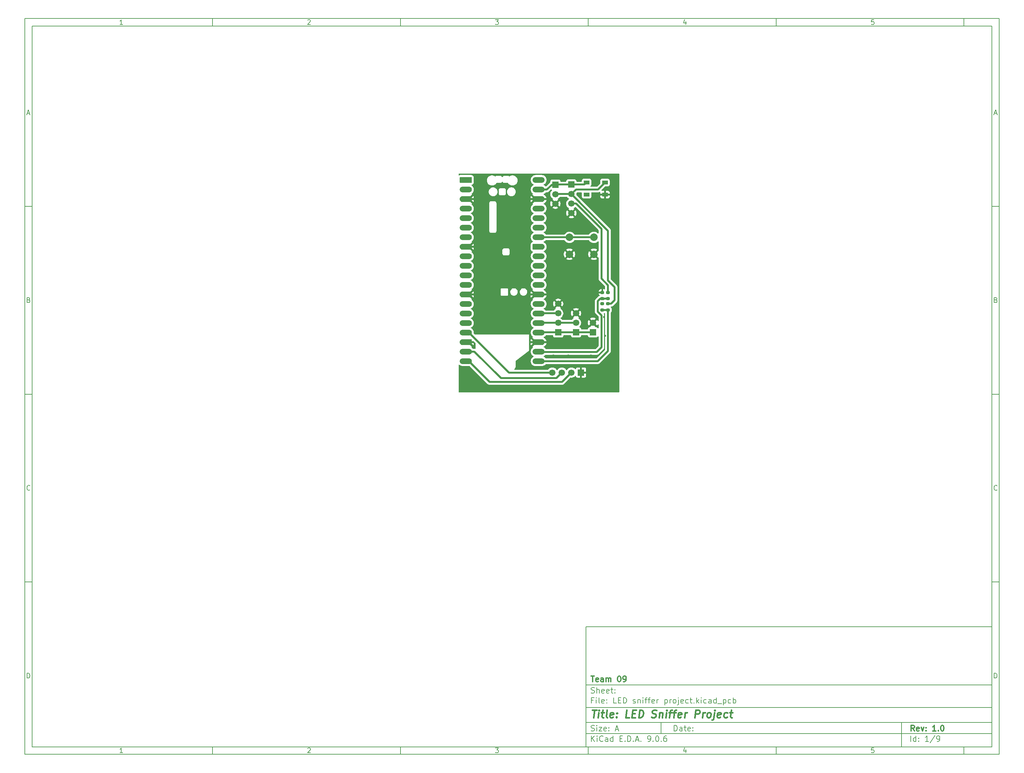
<source format=gbr>
%TF.GenerationSoftware,KiCad,Pcbnew,9.0.6*%
%TF.CreationDate,2025-11-19T19:30:43-08:00*%
%TF.ProjectId,LED sniffer project,4c454420-736e-4696-9666-65722070726f,1.0*%
%TF.SameCoordinates,Original*%
%TF.FileFunction,Copper,L1,Top*%
%TF.FilePolarity,Positive*%
%FSLAX46Y46*%
G04 Gerber Fmt 4.6, Leading zero omitted, Abs format (unit mm)*
G04 Created by KiCad (PCBNEW 9.0.6) date 2025-11-19 19:30:43*
%MOMM*%
%LPD*%
G01*
G04 APERTURE LIST*
G04 Aperture macros list*
%AMRoundRect*
0 Rectangle with rounded corners*
0 $1 Rounding radius*
0 $2 $3 $4 $5 $6 $7 $8 $9 X,Y pos of 4 corners*
0 Add a 4 corners polygon primitive as box body*
4,1,4,$2,$3,$4,$5,$6,$7,$8,$9,$2,$3,0*
0 Add four circle primitives for the rounded corners*
1,1,$1+$1,$2,$3*
1,1,$1+$1,$4,$5*
1,1,$1+$1,$6,$7*
1,1,$1+$1,$8,$9*
0 Add four rect primitives between the rounded corners*
20,1,$1+$1,$2,$3,$4,$5,0*
20,1,$1+$1,$4,$5,$6,$7,0*
20,1,$1+$1,$6,$7,$8,$9,0*
20,1,$1+$1,$8,$9,$2,$3,0*%
%AMFreePoly0*
4,1,37,0.800000,0.796148,0.878414,0.796148,1.032228,0.765552,1.177117,0.705537,1.307515,0.618408,1.418408,0.507515,1.505537,0.377117,1.565552,0.232228,1.596148,0.078414,1.596148,-0.078414,1.565552,-0.232228,1.505537,-0.377117,1.418408,-0.507515,1.307515,-0.618408,1.177117,-0.705537,1.032228,-0.765552,0.878414,-0.796148,0.800000,-0.796148,0.800000,-0.800000,-1.400000,-0.800000,
-1.403843,-0.796157,-1.439018,-0.796157,-1.511114,-0.766294,-1.566294,-0.711114,-1.596157,-0.639018,-1.596157,-0.603843,-1.600000,-0.600000,-1.600000,0.600000,-1.596157,0.603843,-1.596157,0.639018,-1.566294,0.711114,-1.511114,0.766294,-1.439018,0.796157,-1.403843,0.796157,-1.400000,0.800000,0.800000,0.800000,0.800000,0.796148,0.800000,0.796148,$1*%
%AMFreePoly1*
4,1,37,1.403843,0.796157,1.439018,0.796157,1.511114,0.766294,1.566294,0.711114,1.596157,0.639018,1.596157,0.603843,1.600000,0.600000,1.600000,-0.600000,1.596157,-0.603843,1.596157,-0.639018,1.566294,-0.711114,1.511114,-0.766294,1.439018,-0.796157,1.403843,-0.796157,1.400000,-0.800000,-0.800000,-0.800000,-0.800000,-0.796148,-0.878414,-0.796148,-1.032228,-0.765552,-1.177117,-0.705537,
-1.307515,-0.618408,-1.418408,-0.507515,-1.505537,-0.377117,-1.565552,-0.232228,-1.596148,-0.078414,-1.596148,0.078414,-1.565552,0.232228,-1.505537,0.377117,-1.418408,0.507515,-1.307515,0.618408,-1.177117,0.705537,-1.032228,0.765552,-0.878414,0.796148,-0.800000,0.796148,-0.800000,0.800000,1.400000,0.800000,1.403843,0.796157,1.403843,0.796157,$1*%
%AMFreePoly2*
4,1,37,0.603843,0.796157,0.639018,0.796157,0.711114,0.766294,0.766294,0.711114,0.796157,0.639018,0.796157,0.603843,0.800000,0.600000,0.800000,-0.600000,0.796157,-0.603843,0.796157,-0.639018,0.766294,-0.711114,0.711114,-0.766294,0.639018,-0.796157,0.603843,-0.796157,0.600000,-0.800000,0.000000,-0.800000,0.000000,-0.796148,-0.078414,-0.796148,-0.232228,-0.765552,-0.377117,-0.705537,
-0.507515,-0.618408,-0.618408,-0.507515,-0.705537,-0.377117,-0.765552,-0.232228,-0.796148,-0.078414,-0.796148,0.078414,-0.765552,0.232228,-0.705537,0.377117,-0.618408,0.507515,-0.507515,0.618408,-0.377117,0.705537,-0.232228,0.765552,-0.078414,0.796148,0.000000,0.796148,0.000000,0.800000,0.600000,0.800000,0.603843,0.796157,0.603843,0.796157,$1*%
%AMFreePoly3*
4,1,37,0.000000,0.796148,0.078414,0.796148,0.232228,0.765552,0.377117,0.705537,0.507515,0.618408,0.618408,0.507515,0.705537,0.377117,0.765552,0.232228,0.796148,0.078414,0.796148,-0.078414,0.765552,-0.232228,0.705537,-0.377117,0.618408,-0.507515,0.507515,-0.618408,0.377117,-0.705537,0.232228,-0.765552,0.078414,-0.796148,0.000000,-0.796148,0.000000,-0.800000,-0.600000,-0.800000,
-0.603843,-0.796157,-0.639018,-0.796157,-0.711114,-0.766294,-0.766294,-0.711114,-0.796157,-0.639018,-0.796157,-0.603843,-0.800000,-0.600000,-0.800000,0.600000,-0.796157,0.603843,-0.796157,0.639018,-0.766294,0.711114,-0.711114,0.766294,-0.639018,0.796157,-0.603843,0.796157,-0.600000,0.800000,0.000000,0.800000,0.000000,0.796148,0.000000,0.796148,$1*%
G04 Aperture macros list end*
%ADD10C,0.100000*%
%ADD11C,0.150000*%
%ADD12C,0.300000*%
%ADD13C,0.400000*%
%TA.AperFunction,ComponentPad*%
%ADD14C,1.700000*%
%TD*%
%TA.AperFunction,ComponentPad*%
%ADD15R,1.700000X1.700000*%
%TD*%
%TA.AperFunction,SMDPad,CuDef*%
%ADD16FreePoly0,0.000000*%
%TD*%
%TA.AperFunction,ComponentPad*%
%ADD17RoundRect,0.200000X-0.600000X-0.600000X0.600000X-0.600000X0.600000X0.600000X-0.600000X0.600000X0*%
%TD*%
%TA.AperFunction,SMDPad,CuDef*%
%ADD18RoundRect,0.800000X-0.800000X-0.000010X0.800000X-0.000010X0.800000X0.000010X-0.800000X0.000010X0*%
%TD*%
%TA.AperFunction,ComponentPad*%
%ADD19C,1.600000*%
%TD*%
%TA.AperFunction,SMDPad,CuDef*%
%ADD20FreePoly1,0.000000*%
%TD*%
%TA.AperFunction,ComponentPad*%
%ADD21FreePoly2,0.000000*%
%TD*%
%TA.AperFunction,ComponentPad*%
%ADD22FreePoly3,0.000000*%
%TD*%
%TA.AperFunction,SMDPad,CuDef*%
%ADD23RoundRect,0.200000X0.275000X-0.200000X0.275000X0.200000X-0.275000X0.200000X-0.275000X-0.200000X0*%
%TD*%
%TA.AperFunction,SMDPad,CuDef*%
%ADD24RoundRect,0.200000X-0.275000X0.200000X-0.275000X-0.200000X0.275000X-0.200000X0.275000X0.200000X0*%
%TD*%
%TA.AperFunction,ComponentPad*%
%ADD25C,2.000000*%
%TD*%
%TA.AperFunction,SMDPad,CuDef*%
%ADD26R,1.500000X1.000000*%
%TD*%
%TA.AperFunction,ViaPad*%
%ADD27C,0.600000*%
%TD*%
%TA.AperFunction,Conductor*%
%ADD28C,0.500000*%
%TD*%
G04 APERTURE END LIST*
D10*
D11*
X159400000Y-171900000D02*
X267400000Y-171900000D01*
X267400000Y-203900000D01*
X159400000Y-203900000D01*
X159400000Y-171900000D01*
D10*
D11*
X10000000Y-10000000D02*
X269400000Y-10000000D01*
X269400000Y-205900000D01*
X10000000Y-205900000D01*
X10000000Y-10000000D01*
D10*
D11*
X12000000Y-12000000D02*
X267400000Y-12000000D01*
X267400000Y-203900000D01*
X12000000Y-203900000D01*
X12000000Y-12000000D01*
D10*
D11*
X60000000Y-12000000D02*
X60000000Y-10000000D01*
D10*
D11*
X110000000Y-12000000D02*
X110000000Y-10000000D01*
D10*
D11*
X160000000Y-12000000D02*
X160000000Y-10000000D01*
D10*
D11*
X210000000Y-12000000D02*
X210000000Y-10000000D01*
D10*
D11*
X260000000Y-12000000D02*
X260000000Y-10000000D01*
D10*
D11*
X36089160Y-11593604D02*
X35346303Y-11593604D01*
X35717731Y-11593604D02*
X35717731Y-10293604D01*
X35717731Y-10293604D02*
X35593922Y-10479319D01*
X35593922Y-10479319D02*
X35470112Y-10603128D01*
X35470112Y-10603128D02*
X35346303Y-10665033D01*
D10*
D11*
X85346303Y-10417414D02*
X85408207Y-10355509D01*
X85408207Y-10355509D02*
X85532017Y-10293604D01*
X85532017Y-10293604D02*
X85841541Y-10293604D01*
X85841541Y-10293604D02*
X85965350Y-10355509D01*
X85965350Y-10355509D02*
X86027255Y-10417414D01*
X86027255Y-10417414D02*
X86089160Y-10541223D01*
X86089160Y-10541223D02*
X86089160Y-10665033D01*
X86089160Y-10665033D02*
X86027255Y-10850747D01*
X86027255Y-10850747D02*
X85284398Y-11593604D01*
X85284398Y-11593604D02*
X86089160Y-11593604D01*
D10*
D11*
X135284398Y-10293604D02*
X136089160Y-10293604D01*
X136089160Y-10293604D02*
X135655826Y-10788842D01*
X135655826Y-10788842D02*
X135841541Y-10788842D01*
X135841541Y-10788842D02*
X135965350Y-10850747D01*
X135965350Y-10850747D02*
X136027255Y-10912652D01*
X136027255Y-10912652D02*
X136089160Y-11036461D01*
X136089160Y-11036461D02*
X136089160Y-11345985D01*
X136089160Y-11345985D02*
X136027255Y-11469795D01*
X136027255Y-11469795D02*
X135965350Y-11531700D01*
X135965350Y-11531700D02*
X135841541Y-11593604D01*
X135841541Y-11593604D02*
X135470112Y-11593604D01*
X135470112Y-11593604D02*
X135346303Y-11531700D01*
X135346303Y-11531700D02*
X135284398Y-11469795D01*
D10*
D11*
X185965350Y-10726938D02*
X185965350Y-11593604D01*
X185655826Y-10231700D02*
X185346303Y-11160271D01*
X185346303Y-11160271D02*
X186151064Y-11160271D01*
D10*
D11*
X236027255Y-10293604D02*
X235408207Y-10293604D01*
X235408207Y-10293604D02*
X235346303Y-10912652D01*
X235346303Y-10912652D02*
X235408207Y-10850747D01*
X235408207Y-10850747D02*
X235532017Y-10788842D01*
X235532017Y-10788842D02*
X235841541Y-10788842D01*
X235841541Y-10788842D02*
X235965350Y-10850747D01*
X235965350Y-10850747D02*
X236027255Y-10912652D01*
X236027255Y-10912652D02*
X236089160Y-11036461D01*
X236089160Y-11036461D02*
X236089160Y-11345985D01*
X236089160Y-11345985D02*
X236027255Y-11469795D01*
X236027255Y-11469795D02*
X235965350Y-11531700D01*
X235965350Y-11531700D02*
X235841541Y-11593604D01*
X235841541Y-11593604D02*
X235532017Y-11593604D01*
X235532017Y-11593604D02*
X235408207Y-11531700D01*
X235408207Y-11531700D02*
X235346303Y-11469795D01*
D10*
D11*
X60000000Y-203900000D02*
X60000000Y-205900000D01*
D10*
D11*
X110000000Y-203900000D02*
X110000000Y-205900000D01*
D10*
D11*
X160000000Y-203900000D02*
X160000000Y-205900000D01*
D10*
D11*
X210000000Y-203900000D02*
X210000000Y-205900000D01*
D10*
D11*
X260000000Y-203900000D02*
X260000000Y-205900000D01*
D10*
D11*
X36089160Y-205493604D02*
X35346303Y-205493604D01*
X35717731Y-205493604D02*
X35717731Y-204193604D01*
X35717731Y-204193604D02*
X35593922Y-204379319D01*
X35593922Y-204379319D02*
X35470112Y-204503128D01*
X35470112Y-204503128D02*
X35346303Y-204565033D01*
D10*
D11*
X85346303Y-204317414D02*
X85408207Y-204255509D01*
X85408207Y-204255509D02*
X85532017Y-204193604D01*
X85532017Y-204193604D02*
X85841541Y-204193604D01*
X85841541Y-204193604D02*
X85965350Y-204255509D01*
X85965350Y-204255509D02*
X86027255Y-204317414D01*
X86027255Y-204317414D02*
X86089160Y-204441223D01*
X86089160Y-204441223D02*
X86089160Y-204565033D01*
X86089160Y-204565033D02*
X86027255Y-204750747D01*
X86027255Y-204750747D02*
X85284398Y-205493604D01*
X85284398Y-205493604D02*
X86089160Y-205493604D01*
D10*
D11*
X135284398Y-204193604D02*
X136089160Y-204193604D01*
X136089160Y-204193604D02*
X135655826Y-204688842D01*
X135655826Y-204688842D02*
X135841541Y-204688842D01*
X135841541Y-204688842D02*
X135965350Y-204750747D01*
X135965350Y-204750747D02*
X136027255Y-204812652D01*
X136027255Y-204812652D02*
X136089160Y-204936461D01*
X136089160Y-204936461D02*
X136089160Y-205245985D01*
X136089160Y-205245985D02*
X136027255Y-205369795D01*
X136027255Y-205369795D02*
X135965350Y-205431700D01*
X135965350Y-205431700D02*
X135841541Y-205493604D01*
X135841541Y-205493604D02*
X135470112Y-205493604D01*
X135470112Y-205493604D02*
X135346303Y-205431700D01*
X135346303Y-205431700D02*
X135284398Y-205369795D01*
D10*
D11*
X185965350Y-204626938D02*
X185965350Y-205493604D01*
X185655826Y-204131700D02*
X185346303Y-205060271D01*
X185346303Y-205060271D02*
X186151064Y-205060271D01*
D10*
D11*
X236027255Y-204193604D02*
X235408207Y-204193604D01*
X235408207Y-204193604D02*
X235346303Y-204812652D01*
X235346303Y-204812652D02*
X235408207Y-204750747D01*
X235408207Y-204750747D02*
X235532017Y-204688842D01*
X235532017Y-204688842D02*
X235841541Y-204688842D01*
X235841541Y-204688842D02*
X235965350Y-204750747D01*
X235965350Y-204750747D02*
X236027255Y-204812652D01*
X236027255Y-204812652D02*
X236089160Y-204936461D01*
X236089160Y-204936461D02*
X236089160Y-205245985D01*
X236089160Y-205245985D02*
X236027255Y-205369795D01*
X236027255Y-205369795D02*
X235965350Y-205431700D01*
X235965350Y-205431700D02*
X235841541Y-205493604D01*
X235841541Y-205493604D02*
X235532017Y-205493604D01*
X235532017Y-205493604D02*
X235408207Y-205431700D01*
X235408207Y-205431700D02*
X235346303Y-205369795D01*
D10*
D11*
X10000000Y-60000000D02*
X12000000Y-60000000D01*
D10*
D11*
X10000000Y-110000000D02*
X12000000Y-110000000D01*
D10*
D11*
X10000000Y-160000000D02*
X12000000Y-160000000D01*
D10*
D11*
X10690476Y-35222176D02*
X11309523Y-35222176D01*
X10566666Y-35593604D02*
X10999999Y-34293604D01*
X10999999Y-34293604D02*
X11433333Y-35593604D01*
D10*
D11*
X11092857Y-84912652D02*
X11278571Y-84974557D01*
X11278571Y-84974557D02*
X11340476Y-85036461D01*
X11340476Y-85036461D02*
X11402380Y-85160271D01*
X11402380Y-85160271D02*
X11402380Y-85345985D01*
X11402380Y-85345985D02*
X11340476Y-85469795D01*
X11340476Y-85469795D02*
X11278571Y-85531700D01*
X11278571Y-85531700D02*
X11154761Y-85593604D01*
X11154761Y-85593604D02*
X10659523Y-85593604D01*
X10659523Y-85593604D02*
X10659523Y-84293604D01*
X10659523Y-84293604D02*
X11092857Y-84293604D01*
X11092857Y-84293604D02*
X11216666Y-84355509D01*
X11216666Y-84355509D02*
X11278571Y-84417414D01*
X11278571Y-84417414D02*
X11340476Y-84541223D01*
X11340476Y-84541223D02*
X11340476Y-84665033D01*
X11340476Y-84665033D02*
X11278571Y-84788842D01*
X11278571Y-84788842D02*
X11216666Y-84850747D01*
X11216666Y-84850747D02*
X11092857Y-84912652D01*
X11092857Y-84912652D02*
X10659523Y-84912652D01*
D10*
D11*
X11402380Y-135469795D02*
X11340476Y-135531700D01*
X11340476Y-135531700D02*
X11154761Y-135593604D01*
X11154761Y-135593604D02*
X11030952Y-135593604D01*
X11030952Y-135593604D02*
X10845238Y-135531700D01*
X10845238Y-135531700D02*
X10721428Y-135407890D01*
X10721428Y-135407890D02*
X10659523Y-135284080D01*
X10659523Y-135284080D02*
X10597619Y-135036461D01*
X10597619Y-135036461D02*
X10597619Y-134850747D01*
X10597619Y-134850747D02*
X10659523Y-134603128D01*
X10659523Y-134603128D02*
X10721428Y-134479319D01*
X10721428Y-134479319D02*
X10845238Y-134355509D01*
X10845238Y-134355509D02*
X11030952Y-134293604D01*
X11030952Y-134293604D02*
X11154761Y-134293604D01*
X11154761Y-134293604D02*
X11340476Y-134355509D01*
X11340476Y-134355509D02*
X11402380Y-134417414D01*
D10*
D11*
X10659523Y-185593604D02*
X10659523Y-184293604D01*
X10659523Y-184293604D02*
X10969047Y-184293604D01*
X10969047Y-184293604D02*
X11154761Y-184355509D01*
X11154761Y-184355509D02*
X11278571Y-184479319D01*
X11278571Y-184479319D02*
X11340476Y-184603128D01*
X11340476Y-184603128D02*
X11402380Y-184850747D01*
X11402380Y-184850747D02*
X11402380Y-185036461D01*
X11402380Y-185036461D02*
X11340476Y-185284080D01*
X11340476Y-185284080D02*
X11278571Y-185407890D01*
X11278571Y-185407890D02*
X11154761Y-185531700D01*
X11154761Y-185531700D02*
X10969047Y-185593604D01*
X10969047Y-185593604D02*
X10659523Y-185593604D01*
D10*
D11*
X269400000Y-60000000D02*
X267400000Y-60000000D01*
D10*
D11*
X269400000Y-110000000D02*
X267400000Y-110000000D01*
D10*
D11*
X269400000Y-160000000D02*
X267400000Y-160000000D01*
D10*
D11*
X268090476Y-35222176D02*
X268709523Y-35222176D01*
X267966666Y-35593604D02*
X268399999Y-34293604D01*
X268399999Y-34293604D02*
X268833333Y-35593604D01*
D10*
D11*
X268492857Y-84912652D02*
X268678571Y-84974557D01*
X268678571Y-84974557D02*
X268740476Y-85036461D01*
X268740476Y-85036461D02*
X268802380Y-85160271D01*
X268802380Y-85160271D02*
X268802380Y-85345985D01*
X268802380Y-85345985D02*
X268740476Y-85469795D01*
X268740476Y-85469795D02*
X268678571Y-85531700D01*
X268678571Y-85531700D02*
X268554761Y-85593604D01*
X268554761Y-85593604D02*
X268059523Y-85593604D01*
X268059523Y-85593604D02*
X268059523Y-84293604D01*
X268059523Y-84293604D02*
X268492857Y-84293604D01*
X268492857Y-84293604D02*
X268616666Y-84355509D01*
X268616666Y-84355509D02*
X268678571Y-84417414D01*
X268678571Y-84417414D02*
X268740476Y-84541223D01*
X268740476Y-84541223D02*
X268740476Y-84665033D01*
X268740476Y-84665033D02*
X268678571Y-84788842D01*
X268678571Y-84788842D02*
X268616666Y-84850747D01*
X268616666Y-84850747D02*
X268492857Y-84912652D01*
X268492857Y-84912652D02*
X268059523Y-84912652D01*
D10*
D11*
X268802380Y-135469795D02*
X268740476Y-135531700D01*
X268740476Y-135531700D02*
X268554761Y-135593604D01*
X268554761Y-135593604D02*
X268430952Y-135593604D01*
X268430952Y-135593604D02*
X268245238Y-135531700D01*
X268245238Y-135531700D02*
X268121428Y-135407890D01*
X268121428Y-135407890D02*
X268059523Y-135284080D01*
X268059523Y-135284080D02*
X267997619Y-135036461D01*
X267997619Y-135036461D02*
X267997619Y-134850747D01*
X267997619Y-134850747D02*
X268059523Y-134603128D01*
X268059523Y-134603128D02*
X268121428Y-134479319D01*
X268121428Y-134479319D02*
X268245238Y-134355509D01*
X268245238Y-134355509D02*
X268430952Y-134293604D01*
X268430952Y-134293604D02*
X268554761Y-134293604D01*
X268554761Y-134293604D02*
X268740476Y-134355509D01*
X268740476Y-134355509D02*
X268802380Y-134417414D01*
D10*
D11*
X268059523Y-185593604D02*
X268059523Y-184293604D01*
X268059523Y-184293604D02*
X268369047Y-184293604D01*
X268369047Y-184293604D02*
X268554761Y-184355509D01*
X268554761Y-184355509D02*
X268678571Y-184479319D01*
X268678571Y-184479319D02*
X268740476Y-184603128D01*
X268740476Y-184603128D02*
X268802380Y-184850747D01*
X268802380Y-184850747D02*
X268802380Y-185036461D01*
X268802380Y-185036461D02*
X268740476Y-185284080D01*
X268740476Y-185284080D02*
X268678571Y-185407890D01*
X268678571Y-185407890D02*
X268554761Y-185531700D01*
X268554761Y-185531700D02*
X268369047Y-185593604D01*
X268369047Y-185593604D02*
X268059523Y-185593604D01*
D10*
D11*
X182855826Y-199686128D02*
X182855826Y-198186128D01*
X182855826Y-198186128D02*
X183212969Y-198186128D01*
X183212969Y-198186128D02*
X183427255Y-198257557D01*
X183427255Y-198257557D02*
X183570112Y-198400414D01*
X183570112Y-198400414D02*
X183641541Y-198543271D01*
X183641541Y-198543271D02*
X183712969Y-198828985D01*
X183712969Y-198828985D02*
X183712969Y-199043271D01*
X183712969Y-199043271D02*
X183641541Y-199328985D01*
X183641541Y-199328985D02*
X183570112Y-199471842D01*
X183570112Y-199471842D02*
X183427255Y-199614700D01*
X183427255Y-199614700D02*
X183212969Y-199686128D01*
X183212969Y-199686128D02*
X182855826Y-199686128D01*
X184998684Y-199686128D02*
X184998684Y-198900414D01*
X184998684Y-198900414D02*
X184927255Y-198757557D01*
X184927255Y-198757557D02*
X184784398Y-198686128D01*
X184784398Y-198686128D02*
X184498684Y-198686128D01*
X184498684Y-198686128D02*
X184355826Y-198757557D01*
X184998684Y-199614700D02*
X184855826Y-199686128D01*
X184855826Y-199686128D02*
X184498684Y-199686128D01*
X184498684Y-199686128D02*
X184355826Y-199614700D01*
X184355826Y-199614700D02*
X184284398Y-199471842D01*
X184284398Y-199471842D02*
X184284398Y-199328985D01*
X184284398Y-199328985D02*
X184355826Y-199186128D01*
X184355826Y-199186128D02*
X184498684Y-199114700D01*
X184498684Y-199114700D02*
X184855826Y-199114700D01*
X184855826Y-199114700D02*
X184998684Y-199043271D01*
X185498684Y-198686128D02*
X186070112Y-198686128D01*
X185712969Y-198186128D02*
X185712969Y-199471842D01*
X185712969Y-199471842D02*
X185784398Y-199614700D01*
X185784398Y-199614700D02*
X185927255Y-199686128D01*
X185927255Y-199686128D02*
X186070112Y-199686128D01*
X187141541Y-199614700D02*
X186998684Y-199686128D01*
X186998684Y-199686128D02*
X186712970Y-199686128D01*
X186712970Y-199686128D02*
X186570112Y-199614700D01*
X186570112Y-199614700D02*
X186498684Y-199471842D01*
X186498684Y-199471842D02*
X186498684Y-198900414D01*
X186498684Y-198900414D02*
X186570112Y-198757557D01*
X186570112Y-198757557D02*
X186712970Y-198686128D01*
X186712970Y-198686128D02*
X186998684Y-198686128D01*
X186998684Y-198686128D02*
X187141541Y-198757557D01*
X187141541Y-198757557D02*
X187212970Y-198900414D01*
X187212970Y-198900414D02*
X187212970Y-199043271D01*
X187212970Y-199043271D02*
X186498684Y-199186128D01*
X187855826Y-199543271D02*
X187927255Y-199614700D01*
X187927255Y-199614700D02*
X187855826Y-199686128D01*
X187855826Y-199686128D02*
X187784398Y-199614700D01*
X187784398Y-199614700D02*
X187855826Y-199543271D01*
X187855826Y-199543271D02*
X187855826Y-199686128D01*
X187855826Y-198757557D02*
X187927255Y-198828985D01*
X187927255Y-198828985D02*
X187855826Y-198900414D01*
X187855826Y-198900414D02*
X187784398Y-198828985D01*
X187784398Y-198828985D02*
X187855826Y-198757557D01*
X187855826Y-198757557D02*
X187855826Y-198900414D01*
D10*
D11*
X159400000Y-200400000D02*
X267400000Y-200400000D01*
D10*
D11*
X160855826Y-202486128D02*
X160855826Y-200986128D01*
X161712969Y-202486128D02*
X161070112Y-201628985D01*
X161712969Y-200986128D02*
X160855826Y-201843271D01*
X162355826Y-202486128D02*
X162355826Y-201486128D01*
X162355826Y-200986128D02*
X162284398Y-201057557D01*
X162284398Y-201057557D02*
X162355826Y-201128985D01*
X162355826Y-201128985D02*
X162427255Y-201057557D01*
X162427255Y-201057557D02*
X162355826Y-200986128D01*
X162355826Y-200986128D02*
X162355826Y-201128985D01*
X163927255Y-202343271D02*
X163855827Y-202414700D01*
X163855827Y-202414700D02*
X163641541Y-202486128D01*
X163641541Y-202486128D02*
X163498684Y-202486128D01*
X163498684Y-202486128D02*
X163284398Y-202414700D01*
X163284398Y-202414700D02*
X163141541Y-202271842D01*
X163141541Y-202271842D02*
X163070112Y-202128985D01*
X163070112Y-202128985D02*
X162998684Y-201843271D01*
X162998684Y-201843271D02*
X162998684Y-201628985D01*
X162998684Y-201628985D02*
X163070112Y-201343271D01*
X163070112Y-201343271D02*
X163141541Y-201200414D01*
X163141541Y-201200414D02*
X163284398Y-201057557D01*
X163284398Y-201057557D02*
X163498684Y-200986128D01*
X163498684Y-200986128D02*
X163641541Y-200986128D01*
X163641541Y-200986128D02*
X163855827Y-201057557D01*
X163855827Y-201057557D02*
X163927255Y-201128985D01*
X165212970Y-202486128D02*
X165212970Y-201700414D01*
X165212970Y-201700414D02*
X165141541Y-201557557D01*
X165141541Y-201557557D02*
X164998684Y-201486128D01*
X164998684Y-201486128D02*
X164712970Y-201486128D01*
X164712970Y-201486128D02*
X164570112Y-201557557D01*
X165212970Y-202414700D02*
X165070112Y-202486128D01*
X165070112Y-202486128D02*
X164712970Y-202486128D01*
X164712970Y-202486128D02*
X164570112Y-202414700D01*
X164570112Y-202414700D02*
X164498684Y-202271842D01*
X164498684Y-202271842D02*
X164498684Y-202128985D01*
X164498684Y-202128985D02*
X164570112Y-201986128D01*
X164570112Y-201986128D02*
X164712970Y-201914700D01*
X164712970Y-201914700D02*
X165070112Y-201914700D01*
X165070112Y-201914700D02*
X165212970Y-201843271D01*
X166570113Y-202486128D02*
X166570113Y-200986128D01*
X166570113Y-202414700D02*
X166427255Y-202486128D01*
X166427255Y-202486128D02*
X166141541Y-202486128D01*
X166141541Y-202486128D02*
X165998684Y-202414700D01*
X165998684Y-202414700D02*
X165927255Y-202343271D01*
X165927255Y-202343271D02*
X165855827Y-202200414D01*
X165855827Y-202200414D02*
X165855827Y-201771842D01*
X165855827Y-201771842D02*
X165927255Y-201628985D01*
X165927255Y-201628985D02*
X165998684Y-201557557D01*
X165998684Y-201557557D02*
X166141541Y-201486128D01*
X166141541Y-201486128D02*
X166427255Y-201486128D01*
X166427255Y-201486128D02*
X166570113Y-201557557D01*
X168427255Y-201700414D02*
X168927255Y-201700414D01*
X169141541Y-202486128D02*
X168427255Y-202486128D01*
X168427255Y-202486128D02*
X168427255Y-200986128D01*
X168427255Y-200986128D02*
X169141541Y-200986128D01*
X169784398Y-202343271D02*
X169855827Y-202414700D01*
X169855827Y-202414700D02*
X169784398Y-202486128D01*
X169784398Y-202486128D02*
X169712970Y-202414700D01*
X169712970Y-202414700D02*
X169784398Y-202343271D01*
X169784398Y-202343271D02*
X169784398Y-202486128D01*
X170498684Y-202486128D02*
X170498684Y-200986128D01*
X170498684Y-200986128D02*
X170855827Y-200986128D01*
X170855827Y-200986128D02*
X171070113Y-201057557D01*
X171070113Y-201057557D02*
X171212970Y-201200414D01*
X171212970Y-201200414D02*
X171284399Y-201343271D01*
X171284399Y-201343271D02*
X171355827Y-201628985D01*
X171355827Y-201628985D02*
X171355827Y-201843271D01*
X171355827Y-201843271D02*
X171284399Y-202128985D01*
X171284399Y-202128985D02*
X171212970Y-202271842D01*
X171212970Y-202271842D02*
X171070113Y-202414700D01*
X171070113Y-202414700D02*
X170855827Y-202486128D01*
X170855827Y-202486128D02*
X170498684Y-202486128D01*
X171998684Y-202343271D02*
X172070113Y-202414700D01*
X172070113Y-202414700D02*
X171998684Y-202486128D01*
X171998684Y-202486128D02*
X171927256Y-202414700D01*
X171927256Y-202414700D02*
X171998684Y-202343271D01*
X171998684Y-202343271D02*
X171998684Y-202486128D01*
X172641542Y-202057557D02*
X173355828Y-202057557D01*
X172498685Y-202486128D02*
X172998685Y-200986128D01*
X172998685Y-200986128D02*
X173498685Y-202486128D01*
X173998684Y-202343271D02*
X174070113Y-202414700D01*
X174070113Y-202414700D02*
X173998684Y-202486128D01*
X173998684Y-202486128D02*
X173927256Y-202414700D01*
X173927256Y-202414700D02*
X173998684Y-202343271D01*
X173998684Y-202343271D02*
X173998684Y-202486128D01*
X175927256Y-202486128D02*
X176212970Y-202486128D01*
X176212970Y-202486128D02*
X176355827Y-202414700D01*
X176355827Y-202414700D02*
X176427256Y-202343271D01*
X176427256Y-202343271D02*
X176570113Y-202128985D01*
X176570113Y-202128985D02*
X176641542Y-201843271D01*
X176641542Y-201843271D02*
X176641542Y-201271842D01*
X176641542Y-201271842D02*
X176570113Y-201128985D01*
X176570113Y-201128985D02*
X176498685Y-201057557D01*
X176498685Y-201057557D02*
X176355827Y-200986128D01*
X176355827Y-200986128D02*
X176070113Y-200986128D01*
X176070113Y-200986128D02*
X175927256Y-201057557D01*
X175927256Y-201057557D02*
X175855827Y-201128985D01*
X175855827Y-201128985D02*
X175784399Y-201271842D01*
X175784399Y-201271842D02*
X175784399Y-201628985D01*
X175784399Y-201628985D02*
X175855827Y-201771842D01*
X175855827Y-201771842D02*
X175927256Y-201843271D01*
X175927256Y-201843271D02*
X176070113Y-201914700D01*
X176070113Y-201914700D02*
X176355827Y-201914700D01*
X176355827Y-201914700D02*
X176498685Y-201843271D01*
X176498685Y-201843271D02*
X176570113Y-201771842D01*
X176570113Y-201771842D02*
X176641542Y-201628985D01*
X177284398Y-202343271D02*
X177355827Y-202414700D01*
X177355827Y-202414700D02*
X177284398Y-202486128D01*
X177284398Y-202486128D02*
X177212970Y-202414700D01*
X177212970Y-202414700D02*
X177284398Y-202343271D01*
X177284398Y-202343271D02*
X177284398Y-202486128D01*
X178284399Y-200986128D02*
X178427256Y-200986128D01*
X178427256Y-200986128D02*
X178570113Y-201057557D01*
X178570113Y-201057557D02*
X178641542Y-201128985D01*
X178641542Y-201128985D02*
X178712970Y-201271842D01*
X178712970Y-201271842D02*
X178784399Y-201557557D01*
X178784399Y-201557557D02*
X178784399Y-201914700D01*
X178784399Y-201914700D02*
X178712970Y-202200414D01*
X178712970Y-202200414D02*
X178641542Y-202343271D01*
X178641542Y-202343271D02*
X178570113Y-202414700D01*
X178570113Y-202414700D02*
X178427256Y-202486128D01*
X178427256Y-202486128D02*
X178284399Y-202486128D01*
X178284399Y-202486128D02*
X178141542Y-202414700D01*
X178141542Y-202414700D02*
X178070113Y-202343271D01*
X178070113Y-202343271D02*
X177998684Y-202200414D01*
X177998684Y-202200414D02*
X177927256Y-201914700D01*
X177927256Y-201914700D02*
X177927256Y-201557557D01*
X177927256Y-201557557D02*
X177998684Y-201271842D01*
X177998684Y-201271842D02*
X178070113Y-201128985D01*
X178070113Y-201128985D02*
X178141542Y-201057557D01*
X178141542Y-201057557D02*
X178284399Y-200986128D01*
X179427255Y-202343271D02*
X179498684Y-202414700D01*
X179498684Y-202414700D02*
X179427255Y-202486128D01*
X179427255Y-202486128D02*
X179355827Y-202414700D01*
X179355827Y-202414700D02*
X179427255Y-202343271D01*
X179427255Y-202343271D02*
X179427255Y-202486128D01*
X180784399Y-200986128D02*
X180498684Y-200986128D01*
X180498684Y-200986128D02*
X180355827Y-201057557D01*
X180355827Y-201057557D02*
X180284399Y-201128985D01*
X180284399Y-201128985D02*
X180141541Y-201343271D01*
X180141541Y-201343271D02*
X180070113Y-201628985D01*
X180070113Y-201628985D02*
X180070113Y-202200414D01*
X180070113Y-202200414D02*
X180141541Y-202343271D01*
X180141541Y-202343271D02*
X180212970Y-202414700D01*
X180212970Y-202414700D02*
X180355827Y-202486128D01*
X180355827Y-202486128D02*
X180641541Y-202486128D01*
X180641541Y-202486128D02*
X180784399Y-202414700D01*
X180784399Y-202414700D02*
X180855827Y-202343271D01*
X180855827Y-202343271D02*
X180927256Y-202200414D01*
X180927256Y-202200414D02*
X180927256Y-201843271D01*
X180927256Y-201843271D02*
X180855827Y-201700414D01*
X180855827Y-201700414D02*
X180784399Y-201628985D01*
X180784399Y-201628985D02*
X180641541Y-201557557D01*
X180641541Y-201557557D02*
X180355827Y-201557557D01*
X180355827Y-201557557D02*
X180212970Y-201628985D01*
X180212970Y-201628985D02*
X180141541Y-201700414D01*
X180141541Y-201700414D02*
X180070113Y-201843271D01*
D10*
D11*
X159400000Y-197400000D02*
X267400000Y-197400000D01*
D10*
D12*
X246811653Y-199678328D02*
X246311653Y-198964042D01*
X245954510Y-199678328D02*
X245954510Y-198178328D01*
X245954510Y-198178328D02*
X246525939Y-198178328D01*
X246525939Y-198178328D02*
X246668796Y-198249757D01*
X246668796Y-198249757D02*
X246740225Y-198321185D01*
X246740225Y-198321185D02*
X246811653Y-198464042D01*
X246811653Y-198464042D02*
X246811653Y-198678328D01*
X246811653Y-198678328D02*
X246740225Y-198821185D01*
X246740225Y-198821185D02*
X246668796Y-198892614D01*
X246668796Y-198892614D02*
X246525939Y-198964042D01*
X246525939Y-198964042D02*
X245954510Y-198964042D01*
X248025939Y-199606900D02*
X247883082Y-199678328D01*
X247883082Y-199678328D02*
X247597368Y-199678328D01*
X247597368Y-199678328D02*
X247454510Y-199606900D01*
X247454510Y-199606900D02*
X247383082Y-199464042D01*
X247383082Y-199464042D02*
X247383082Y-198892614D01*
X247383082Y-198892614D02*
X247454510Y-198749757D01*
X247454510Y-198749757D02*
X247597368Y-198678328D01*
X247597368Y-198678328D02*
X247883082Y-198678328D01*
X247883082Y-198678328D02*
X248025939Y-198749757D01*
X248025939Y-198749757D02*
X248097368Y-198892614D01*
X248097368Y-198892614D02*
X248097368Y-199035471D01*
X248097368Y-199035471D02*
X247383082Y-199178328D01*
X248597367Y-198678328D02*
X248954510Y-199678328D01*
X248954510Y-199678328D02*
X249311653Y-198678328D01*
X249883081Y-199535471D02*
X249954510Y-199606900D01*
X249954510Y-199606900D02*
X249883081Y-199678328D01*
X249883081Y-199678328D02*
X249811653Y-199606900D01*
X249811653Y-199606900D02*
X249883081Y-199535471D01*
X249883081Y-199535471D02*
X249883081Y-199678328D01*
X249883081Y-198749757D02*
X249954510Y-198821185D01*
X249954510Y-198821185D02*
X249883081Y-198892614D01*
X249883081Y-198892614D02*
X249811653Y-198821185D01*
X249811653Y-198821185D02*
X249883081Y-198749757D01*
X249883081Y-198749757D02*
X249883081Y-198892614D01*
X252525939Y-199678328D02*
X251668796Y-199678328D01*
X252097367Y-199678328D02*
X252097367Y-198178328D01*
X252097367Y-198178328D02*
X251954510Y-198392614D01*
X251954510Y-198392614D02*
X251811653Y-198535471D01*
X251811653Y-198535471D02*
X251668796Y-198606900D01*
X253168795Y-199535471D02*
X253240224Y-199606900D01*
X253240224Y-199606900D02*
X253168795Y-199678328D01*
X253168795Y-199678328D02*
X253097367Y-199606900D01*
X253097367Y-199606900D02*
X253168795Y-199535471D01*
X253168795Y-199535471D02*
X253168795Y-199678328D01*
X254168796Y-198178328D02*
X254311653Y-198178328D01*
X254311653Y-198178328D02*
X254454510Y-198249757D01*
X254454510Y-198249757D02*
X254525939Y-198321185D01*
X254525939Y-198321185D02*
X254597367Y-198464042D01*
X254597367Y-198464042D02*
X254668796Y-198749757D01*
X254668796Y-198749757D02*
X254668796Y-199106900D01*
X254668796Y-199106900D02*
X254597367Y-199392614D01*
X254597367Y-199392614D02*
X254525939Y-199535471D01*
X254525939Y-199535471D02*
X254454510Y-199606900D01*
X254454510Y-199606900D02*
X254311653Y-199678328D01*
X254311653Y-199678328D02*
X254168796Y-199678328D01*
X254168796Y-199678328D02*
X254025939Y-199606900D01*
X254025939Y-199606900D02*
X253954510Y-199535471D01*
X253954510Y-199535471D02*
X253883081Y-199392614D01*
X253883081Y-199392614D02*
X253811653Y-199106900D01*
X253811653Y-199106900D02*
X253811653Y-198749757D01*
X253811653Y-198749757D02*
X253883081Y-198464042D01*
X253883081Y-198464042D02*
X253954510Y-198321185D01*
X253954510Y-198321185D02*
X254025939Y-198249757D01*
X254025939Y-198249757D02*
X254168796Y-198178328D01*
D10*
D11*
X160784398Y-199614700D02*
X160998684Y-199686128D01*
X160998684Y-199686128D02*
X161355826Y-199686128D01*
X161355826Y-199686128D02*
X161498684Y-199614700D01*
X161498684Y-199614700D02*
X161570112Y-199543271D01*
X161570112Y-199543271D02*
X161641541Y-199400414D01*
X161641541Y-199400414D02*
X161641541Y-199257557D01*
X161641541Y-199257557D02*
X161570112Y-199114700D01*
X161570112Y-199114700D02*
X161498684Y-199043271D01*
X161498684Y-199043271D02*
X161355826Y-198971842D01*
X161355826Y-198971842D02*
X161070112Y-198900414D01*
X161070112Y-198900414D02*
X160927255Y-198828985D01*
X160927255Y-198828985D02*
X160855826Y-198757557D01*
X160855826Y-198757557D02*
X160784398Y-198614700D01*
X160784398Y-198614700D02*
X160784398Y-198471842D01*
X160784398Y-198471842D02*
X160855826Y-198328985D01*
X160855826Y-198328985D02*
X160927255Y-198257557D01*
X160927255Y-198257557D02*
X161070112Y-198186128D01*
X161070112Y-198186128D02*
X161427255Y-198186128D01*
X161427255Y-198186128D02*
X161641541Y-198257557D01*
X162284397Y-199686128D02*
X162284397Y-198686128D01*
X162284397Y-198186128D02*
X162212969Y-198257557D01*
X162212969Y-198257557D02*
X162284397Y-198328985D01*
X162284397Y-198328985D02*
X162355826Y-198257557D01*
X162355826Y-198257557D02*
X162284397Y-198186128D01*
X162284397Y-198186128D02*
X162284397Y-198328985D01*
X162855826Y-198686128D02*
X163641541Y-198686128D01*
X163641541Y-198686128D02*
X162855826Y-199686128D01*
X162855826Y-199686128D02*
X163641541Y-199686128D01*
X164784398Y-199614700D02*
X164641541Y-199686128D01*
X164641541Y-199686128D02*
X164355827Y-199686128D01*
X164355827Y-199686128D02*
X164212969Y-199614700D01*
X164212969Y-199614700D02*
X164141541Y-199471842D01*
X164141541Y-199471842D02*
X164141541Y-198900414D01*
X164141541Y-198900414D02*
X164212969Y-198757557D01*
X164212969Y-198757557D02*
X164355827Y-198686128D01*
X164355827Y-198686128D02*
X164641541Y-198686128D01*
X164641541Y-198686128D02*
X164784398Y-198757557D01*
X164784398Y-198757557D02*
X164855827Y-198900414D01*
X164855827Y-198900414D02*
X164855827Y-199043271D01*
X164855827Y-199043271D02*
X164141541Y-199186128D01*
X165498683Y-199543271D02*
X165570112Y-199614700D01*
X165570112Y-199614700D02*
X165498683Y-199686128D01*
X165498683Y-199686128D02*
X165427255Y-199614700D01*
X165427255Y-199614700D02*
X165498683Y-199543271D01*
X165498683Y-199543271D02*
X165498683Y-199686128D01*
X165498683Y-198757557D02*
X165570112Y-198828985D01*
X165570112Y-198828985D02*
X165498683Y-198900414D01*
X165498683Y-198900414D02*
X165427255Y-198828985D01*
X165427255Y-198828985D02*
X165498683Y-198757557D01*
X165498683Y-198757557D02*
X165498683Y-198900414D01*
X167284398Y-199257557D02*
X167998684Y-199257557D01*
X167141541Y-199686128D02*
X167641541Y-198186128D01*
X167641541Y-198186128D02*
X168141541Y-199686128D01*
D10*
D11*
X245855826Y-202486128D02*
X245855826Y-200986128D01*
X247212970Y-202486128D02*
X247212970Y-200986128D01*
X247212970Y-202414700D02*
X247070112Y-202486128D01*
X247070112Y-202486128D02*
X246784398Y-202486128D01*
X246784398Y-202486128D02*
X246641541Y-202414700D01*
X246641541Y-202414700D02*
X246570112Y-202343271D01*
X246570112Y-202343271D02*
X246498684Y-202200414D01*
X246498684Y-202200414D02*
X246498684Y-201771842D01*
X246498684Y-201771842D02*
X246570112Y-201628985D01*
X246570112Y-201628985D02*
X246641541Y-201557557D01*
X246641541Y-201557557D02*
X246784398Y-201486128D01*
X246784398Y-201486128D02*
X247070112Y-201486128D01*
X247070112Y-201486128D02*
X247212970Y-201557557D01*
X247927255Y-202343271D02*
X247998684Y-202414700D01*
X247998684Y-202414700D02*
X247927255Y-202486128D01*
X247927255Y-202486128D02*
X247855827Y-202414700D01*
X247855827Y-202414700D02*
X247927255Y-202343271D01*
X247927255Y-202343271D02*
X247927255Y-202486128D01*
X247927255Y-201557557D02*
X247998684Y-201628985D01*
X247998684Y-201628985D02*
X247927255Y-201700414D01*
X247927255Y-201700414D02*
X247855827Y-201628985D01*
X247855827Y-201628985D02*
X247927255Y-201557557D01*
X247927255Y-201557557D02*
X247927255Y-201700414D01*
X250570113Y-202486128D02*
X249712970Y-202486128D01*
X250141541Y-202486128D02*
X250141541Y-200986128D01*
X250141541Y-200986128D02*
X249998684Y-201200414D01*
X249998684Y-201200414D02*
X249855827Y-201343271D01*
X249855827Y-201343271D02*
X249712970Y-201414700D01*
X252284398Y-200914700D02*
X250998684Y-202843271D01*
X252855827Y-202486128D02*
X253141541Y-202486128D01*
X253141541Y-202486128D02*
X253284398Y-202414700D01*
X253284398Y-202414700D02*
X253355827Y-202343271D01*
X253355827Y-202343271D02*
X253498684Y-202128985D01*
X253498684Y-202128985D02*
X253570113Y-201843271D01*
X253570113Y-201843271D02*
X253570113Y-201271842D01*
X253570113Y-201271842D02*
X253498684Y-201128985D01*
X253498684Y-201128985D02*
X253427256Y-201057557D01*
X253427256Y-201057557D02*
X253284398Y-200986128D01*
X253284398Y-200986128D02*
X252998684Y-200986128D01*
X252998684Y-200986128D02*
X252855827Y-201057557D01*
X252855827Y-201057557D02*
X252784398Y-201128985D01*
X252784398Y-201128985D02*
X252712970Y-201271842D01*
X252712970Y-201271842D02*
X252712970Y-201628985D01*
X252712970Y-201628985D02*
X252784398Y-201771842D01*
X252784398Y-201771842D02*
X252855827Y-201843271D01*
X252855827Y-201843271D02*
X252998684Y-201914700D01*
X252998684Y-201914700D02*
X253284398Y-201914700D01*
X253284398Y-201914700D02*
X253427256Y-201843271D01*
X253427256Y-201843271D02*
X253498684Y-201771842D01*
X253498684Y-201771842D02*
X253570113Y-201628985D01*
D10*
D11*
X159400000Y-193400000D02*
X267400000Y-193400000D01*
D10*
D13*
X161091728Y-194104438D02*
X162234585Y-194104438D01*
X161413157Y-196104438D02*
X161663157Y-194104438D01*
X162651252Y-196104438D02*
X162817919Y-194771104D01*
X162901252Y-194104438D02*
X162794109Y-194199676D01*
X162794109Y-194199676D02*
X162877443Y-194294914D01*
X162877443Y-194294914D02*
X162984586Y-194199676D01*
X162984586Y-194199676D02*
X162901252Y-194104438D01*
X162901252Y-194104438D02*
X162877443Y-194294914D01*
X163484586Y-194771104D02*
X164246490Y-194771104D01*
X163853633Y-194104438D02*
X163639348Y-195818723D01*
X163639348Y-195818723D02*
X163710776Y-196009200D01*
X163710776Y-196009200D02*
X163889348Y-196104438D01*
X163889348Y-196104438D02*
X164079824Y-196104438D01*
X165032205Y-196104438D02*
X164853633Y-196009200D01*
X164853633Y-196009200D02*
X164782205Y-195818723D01*
X164782205Y-195818723D02*
X164996490Y-194104438D01*
X166567919Y-196009200D02*
X166365538Y-196104438D01*
X166365538Y-196104438D02*
X165984585Y-196104438D01*
X165984585Y-196104438D02*
X165806014Y-196009200D01*
X165806014Y-196009200D02*
X165734585Y-195818723D01*
X165734585Y-195818723D02*
X165829824Y-195056819D01*
X165829824Y-195056819D02*
X165948871Y-194866342D01*
X165948871Y-194866342D02*
X166151252Y-194771104D01*
X166151252Y-194771104D02*
X166532204Y-194771104D01*
X166532204Y-194771104D02*
X166710776Y-194866342D01*
X166710776Y-194866342D02*
X166782204Y-195056819D01*
X166782204Y-195056819D02*
X166758395Y-195247295D01*
X166758395Y-195247295D02*
X165782204Y-195437771D01*
X167532205Y-195913961D02*
X167615538Y-196009200D01*
X167615538Y-196009200D02*
X167508395Y-196104438D01*
X167508395Y-196104438D02*
X167425062Y-196009200D01*
X167425062Y-196009200D02*
X167532205Y-195913961D01*
X167532205Y-195913961D02*
X167508395Y-196104438D01*
X167663157Y-194866342D02*
X167746490Y-194961580D01*
X167746490Y-194961580D02*
X167639348Y-195056819D01*
X167639348Y-195056819D02*
X167556014Y-194961580D01*
X167556014Y-194961580D02*
X167663157Y-194866342D01*
X167663157Y-194866342D02*
X167639348Y-195056819D01*
X170936967Y-196104438D02*
X169984586Y-196104438D01*
X169984586Y-196104438D02*
X170234586Y-194104438D01*
X171734587Y-195056819D02*
X172401253Y-195056819D01*
X172556015Y-196104438D02*
X171603634Y-196104438D01*
X171603634Y-196104438D02*
X171853634Y-194104438D01*
X171853634Y-194104438D02*
X172806015Y-194104438D01*
X173413158Y-196104438D02*
X173663158Y-194104438D01*
X173663158Y-194104438D02*
X174139349Y-194104438D01*
X174139349Y-194104438D02*
X174413158Y-194199676D01*
X174413158Y-194199676D02*
X174579825Y-194390152D01*
X174579825Y-194390152D02*
X174651253Y-194580628D01*
X174651253Y-194580628D02*
X174698873Y-194961580D01*
X174698873Y-194961580D02*
X174663158Y-195247295D01*
X174663158Y-195247295D02*
X174520301Y-195628247D01*
X174520301Y-195628247D02*
X174401253Y-195818723D01*
X174401253Y-195818723D02*
X174186968Y-196009200D01*
X174186968Y-196009200D02*
X173889349Y-196104438D01*
X173889349Y-196104438D02*
X173413158Y-196104438D01*
X176853635Y-196009200D02*
X177127444Y-196104438D01*
X177127444Y-196104438D02*
X177603635Y-196104438D01*
X177603635Y-196104438D02*
X177806016Y-196009200D01*
X177806016Y-196009200D02*
X177913159Y-195913961D01*
X177913159Y-195913961D02*
X178032206Y-195723485D01*
X178032206Y-195723485D02*
X178056016Y-195533009D01*
X178056016Y-195533009D02*
X177984587Y-195342533D01*
X177984587Y-195342533D02*
X177901254Y-195247295D01*
X177901254Y-195247295D02*
X177722683Y-195152057D01*
X177722683Y-195152057D02*
X177353635Y-195056819D01*
X177353635Y-195056819D02*
X177175063Y-194961580D01*
X177175063Y-194961580D02*
X177091730Y-194866342D01*
X177091730Y-194866342D02*
X177020302Y-194675866D01*
X177020302Y-194675866D02*
X177044111Y-194485390D01*
X177044111Y-194485390D02*
X177163159Y-194294914D01*
X177163159Y-194294914D02*
X177270302Y-194199676D01*
X177270302Y-194199676D02*
X177472683Y-194104438D01*
X177472683Y-194104438D02*
X177948873Y-194104438D01*
X177948873Y-194104438D02*
X178222683Y-194199676D01*
X179008397Y-194771104D02*
X178841730Y-196104438D01*
X178984587Y-194961580D02*
X179091730Y-194866342D01*
X179091730Y-194866342D02*
X179294111Y-194771104D01*
X179294111Y-194771104D02*
X179579825Y-194771104D01*
X179579825Y-194771104D02*
X179758397Y-194866342D01*
X179758397Y-194866342D02*
X179829825Y-195056819D01*
X179829825Y-195056819D02*
X179698873Y-196104438D01*
X180651254Y-196104438D02*
X180817921Y-194771104D01*
X180901254Y-194104438D02*
X180794111Y-194199676D01*
X180794111Y-194199676D02*
X180877445Y-194294914D01*
X180877445Y-194294914D02*
X180984588Y-194199676D01*
X180984588Y-194199676D02*
X180901254Y-194104438D01*
X180901254Y-194104438D02*
X180877445Y-194294914D01*
X181484588Y-194771104D02*
X182246492Y-194771104D01*
X181603635Y-196104438D02*
X181817921Y-194390152D01*
X181817921Y-194390152D02*
X181936969Y-194199676D01*
X181936969Y-194199676D02*
X182139350Y-194104438D01*
X182139350Y-194104438D02*
X182329826Y-194104438D01*
X182627445Y-194771104D02*
X183389349Y-194771104D01*
X182746492Y-196104438D02*
X182960778Y-194390152D01*
X182960778Y-194390152D02*
X183079826Y-194199676D01*
X183079826Y-194199676D02*
X183282207Y-194104438D01*
X183282207Y-194104438D02*
X183472683Y-194104438D01*
X184663159Y-196009200D02*
X184460778Y-196104438D01*
X184460778Y-196104438D02*
X184079825Y-196104438D01*
X184079825Y-196104438D02*
X183901254Y-196009200D01*
X183901254Y-196009200D02*
X183829825Y-195818723D01*
X183829825Y-195818723D02*
X183925064Y-195056819D01*
X183925064Y-195056819D02*
X184044111Y-194866342D01*
X184044111Y-194866342D02*
X184246492Y-194771104D01*
X184246492Y-194771104D02*
X184627444Y-194771104D01*
X184627444Y-194771104D02*
X184806016Y-194866342D01*
X184806016Y-194866342D02*
X184877444Y-195056819D01*
X184877444Y-195056819D02*
X184853635Y-195247295D01*
X184853635Y-195247295D02*
X183877444Y-195437771D01*
X185603635Y-196104438D02*
X185770302Y-194771104D01*
X185722683Y-195152057D02*
X185841730Y-194961580D01*
X185841730Y-194961580D02*
X185948873Y-194866342D01*
X185948873Y-194866342D02*
X186151254Y-194771104D01*
X186151254Y-194771104D02*
X186341730Y-194771104D01*
X188365540Y-196104438D02*
X188615540Y-194104438D01*
X188615540Y-194104438D02*
X189377445Y-194104438D01*
X189377445Y-194104438D02*
X189556016Y-194199676D01*
X189556016Y-194199676D02*
X189639350Y-194294914D01*
X189639350Y-194294914D02*
X189710778Y-194485390D01*
X189710778Y-194485390D02*
X189675064Y-194771104D01*
X189675064Y-194771104D02*
X189556016Y-194961580D01*
X189556016Y-194961580D02*
X189448874Y-195056819D01*
X189448874Y-195056819D02*
X189246493Y-195152057D01*
X189246493Y-195152057D02*
X188484588Y-195152057D01*
X190365540Y-196104438D02*
X190532207Y-194771104D01*
X190484588Y-195152057D02*
X190603635Y-194961580D01*
X190603635Y-194961580D02*
X190710778Y-194866342D01*
X190710778Y-194866342D02*
X190913159Y-194771104D01*
X190913159Y-194771104D02*
X191103635Y-194771104D01*
X191889350Y-196104438D02*
X191710778Y-196009200D01*
X191710778Y-196009200D02*
X191627445Y-195913961D01*
X191627445Y-195913961D02*
X191556016Y-195723485D01*
X191556016Y-195723485D02*
X191627445Y-195152057D01*
X191627445Y-195152057D02*
X191746492Y-194961580D01*
X191746492Y-194961580D02*
X191853635Y-194866342D01*
X191853635Y-194866342D02*
X192056016Y-194771104D01*
X192056016Y-194771104D02*
X192341730Y-194771104D01*
X192341730Y-194771104D02*
X192520302Y-194866342D01*
X192520302Y-194866342D02*
X192603635Y-194961580D01*
X192603635Y-194961580D02*
X192675064Y-195152057D01*
X192675064Y-195152057D02*
X192603635Y-195723485D01*
X192603635Y-195723485D02*
X192484588Y-195913961D01*
X192484588Y-195913961D02*
X192377445Y-196009200D01*
X192377445Y-196009200D02*
X192175064Y-196104438D01*
X192175064Y-196104438D02*
X191889350Y-196104438D01*
X193579826Y-194771104D02*
X193365540Y-196485390D01*
X193365540Y-196485390D02*
X193246493Y-196675866D01*
X193246493Y-196675866D02*
X193044112Y-196771104D01*
X193044112Y-196771104D02*
X192948874Y-196771104D01*
X193663159Y-194104438D02*
X193556016Y-194199676D01*
X193556016Y-194199676D02*
X193639350Y-194294914D01*
X193639350Y-194294914D02*
X193746493Y-194199676D01*
X193746493Y-194199676D02*
X193663159Y-194104438D01*
X193663159Y-194104438D02*
X193639350Y-194294914D01*
X195139350Y-196009200D02*
X194936969Y-196104438D01*
X194936969Y-196104438D02*
X194556016Y-196104438D01*
X194556016Y-196104438D02*
X194377445Y-196009200D01*
X194377445Y-196009200D02*
X194306016Y-195818723D01*
X194306016Y-195818723D02*
X194401255Y-195056819D01*
X194401255Y-195056819D02*
X194520302Y-194866342D01*
X194520302Y-194866342D02*
X194722683Y-194771104D01*
X194722683Y-194771104D02*
X195103635Y-194771104D01*
X195103635Y-194771104D02*
X195282207Y-194866342D01*
X195282207Y-194866342D02*
X195353635Y-195056819D01*
X195353635Y-195056819D02*
X195329826Y-195247295D01*
X195329826Y-195247295D02*
X194353635Y-195437771D01*
X196948874Y-196009200D02*
X196746493Y-196104438D01*
X196746493Y-196104438D02*
X196365541Y-196104438D01*
X196365541Y-196104438D02*
X196186969Y-196009200D01*
X196186969Y-196009200D02*
X196103636Y-195913961D01*
X196103636Y-195913961D02*
X196032207Y-195723485D01*
X196032207Y-195723485D02*
X196103636Y-195152057D01*
X196103636Y-195152057D02*
X196222683Y-194961580D01*
X196222683Y-194961580D02*
X196329826Y-194866342D01*
X196329826Y-194866342D02*
X196532207Y-194771104D01*
X196532207Y-194771104D02*
X196913160Y-194771104D01*
X196913160Y-194771104D02*
X197091731Y-194866342D01*
X197675065Y-194771104D02*
X198436969Y-194771104D01*
X198044112Y-194104438D02*
X197829827Y-195818723D01*
X197829827Y-195818723D02*
X197901255Y-196009200D01*
X197901255Y-196009200D02*
X198079827Y-196104438D01*
X198079827Y-196104438D02*
X198270303Y-196104438D01*
D10*
D11*
X161355826Y-191500414D02*
X160855826Y-191500414D01*
X160855826Y-192286128D02*
X160855826Y-190786128D01*
X160855826Y-190786128D02*
X161570112Y-190786128D01*
X162141540Y-192286128D02*
X162141540Y-191286128D01*
X162141540Y-190786128D02*
X162070112Y-190857557D01*
X162070112Y-190857557D02*
X162141540Y-190928985D01*
X162141540Y-190928985D02*
X162212969Y-190857557D01*
X162212969Y-190857557D02*
X162141540Y-190786128D01*
X162141540Y-190786128D02*
X162141540Y-190928985D01*
X163070112Y-192286128D02*
X162927255Y-192214700D01*
X162927255Y-192214700D02*
X162855826Y-192071842D01*
X162855826Y-192071842D02*
X162855826Y-190786128D01*
X164212969Y-192214700D02*
X164070112Y-192286128D01*
X164070112Y-192286128D02*
X163784398Y-192286128D01*
X163784398Y-192286128D02*
X163641540Y-192214700D01*
X163641540Y-192214700D02*
X163570112Y-192071842D01*
X163570112Y-192071842D02*
X163570112Y-191500414D01*
X163570112Y-191500414D02*
X163641540Y-191357557D01*
X163641540Y-191357557D02*
X163784398Y-191286128D01*
X163784398Y-191286128D02*
X164070112Y-191286128D01*
X164070112Y-191286128D02*
X164212969Y-191357557D01*
X164212969Y-191357557D02*
X164284398Y-191500414D01*
X164284398Y-191500414D02*
X164284398Y-191643271D01*
X164284398Y-191643271D02*
X163570112Y-191786128D01*
X164927254Y-192143271D02*
X164998683Y-192214700D01*
X164998683Y-192214700D02*
X164927254Y-192286128D01*
X164927254Y-192286128D02*
X164855826Y-192214700D01*
X164855826Y-192214700D02*
X164927254Y-192143271D01*
X164927254Y-192143271D02*
X164927254Y-192286128D01*
X164927254Y-191357557D02*
X164998683Y-191428985D01*
X164998683Y-191428985D02*
X164927254Y-191500414D01*
X164927254Y-191500414D02*
X164855826Y-191428985D01*
X164855826Y-191428985D02*
X164927254Y-191357557D01*
X164927254Y-191357557D02*
X164927254Y-191500414D01*
X167498683Y-192286128D02*
X166784397Y-192286128D01*
X166784397Y-192286128D02*
X166784397Y-190786128D01*
X167998683Y-191500414D02*
X168498683Y-191500414D01*
X168712969Y-192286128D02*
X167998683Y-192286128D01*
X167998683Y-192286128D02*
X167998683Y-190786128D01*
X167998683Y-190786128D02*
X168712969Y-190786128D01*
X169355826Y-192286128D02*
X169355826Y-190786128D01*
X169355826Y-190786128D02*
X169712969Y-190786128D01*
X169712969Y-190786128D02*
X169927255Y-190857557D01*
X169927255Y-190857557D02*
X170070112Y-191000414D01*
X170070112Y-191000414D02*
X170141541Y-191143271D01*
X170141541Y-191143271D02*
X170212969Y-191428985D01*
X170212969Y-191428985D02*
X170212969Y-191643271D01*
X170212969Y-191643271D02*
X170141541Y-191928985D01*
X170141541Y-191928985D02*
X170070112Y-192071842D01*
X170070112Y-192071842D02*
X169927255Y-192214700D01*
X169927255Y-192214700D02*
X169712969Y-192286128D01*
X169712969Y-192286128D02*
X169355826Y-192286128D01*
X171927255Y-192214700D02*
X172070112Y-192286128D01*
X172070112Y-192286128D02*
X172355826Y-192286128D01*
X172355826Y-192286128D02*
X172498683Y-192214700D01*
X172498683Y-192214700D02*
X172570112Y-192071842D01*
X172570112Y-192071842D02*
X172570112Y-192000414D01*
X172570112Y-192000414D02*
X172498683Y-191857557D01*
X172498683Y-191857557D02*
X172355826Y-191786128D01*
X172355826Y-191786128D02*
X172141541Y-191786128D01*
X172141541Y-191786128D02*
X171998683Y-191714700D01*
X171998683Y-191714700D02*
X171927255Y-191571842D01*
X171927255Y-191571842D02*
X171927255Y-191500414D01*
X171927255Y-191500414D02*
X171998683Y-191357557D01*
X171998683Y-191357557D02*
X172141541Y-191286128D01*
X172141541Y-191286128D02*
X172355826Y-191286128D01*
X172355826Y-191286128D02*
X172498683Y-191357557D01*
X173212969Y-191286128D02*
X173212969Y-192286128D01*
X173212969Y-191428985D02*
X173284398Y-191357557D01*
X173284398Y-191357557D02*
X173427255Y-191286128D01*
X173427255Y-191286128D02*
X173641541Y-191286128D01*
X173641541Y-191286128D02*
X173784398Y-191357557D01*
X173784398Y-191357557D02*
X173855827Y-191500414D01*
X173855827Y-191500414D02*
X173855827Y-192286128D01*
X174570112Y-192286128D02*
X174570112Y-191286128D01*
X174570112Y-190786128D02*
X174498684Y-190857557D01*
X174498684Y-190857557D02*
X174570112Y-190928985D01*
X174570112Y-190928985D02*
X174641541Y-190857557D01*
X174641541Y-190857557D02*
X174570112Y-190786128D01*
X174570112Y-190786128D02*
X174570112Y-190928985D01*
X175070113Y-191286128D02*
X175641541Y-191286128D01*
X175284398Y-192286128D02*
X175284398Y-191000414D01*
X175284398Y-191000414D02*
X175355827Y-190857557D01*
X175355827Y-190857557D02*
X175498684Y-190786128D01*
X175498684Y-190786128D02*
X175641541Y-190786128D01*
X175927256Y-191286128D02*
X176498684Y-191286128D01*
X176141541Y-192286128D02*
X176141541Y-191000414D01*
X176141541Y-191000414D02*
X176212970Y-190857557D01*
X176212970Y-190857557D02*
X176355827Y-190786128D01*
X176355827Y-190786128D02*
X176498684Y-190786128D01*
X177570113Y-192214700D02*
X177427256Y-192286128D01*
X177427256Y-192286128D02*
X177141542Y-192286128D01*
X177141542Y-192286128D02*
X176998684Y-192214700D01*
X176998684Y-192214700D02*
X176927256Y-192071842D01*
X176927256Y-192071842D02*
X176927256Y-191500414D01*
X176927256Y-191500414D02*
X176998684Y-191357557D01*
X176998684Y-191357557D02*
X177141542Y-191286128D01*
X177141542Y-191286128D02*
X177427256Y-191286128D01*
X177427256Y-191286128D02*
X177570113Y-191357557D01*
X177570113Y-191357557D02*
X177641542Y-191500414D01*
X177641542Y-191500414D02*
X177641542Y-191643271D01*
X177641542Y-191643271D02*
X176927256Y-191786128D01*
X178284398Y-192286128D02*
X178284398Y-191286128D01*
X178284398Y-191571842D02*
X178355827Y-191428985D01*
X178355827Y-191428985D02*
X178427256Y-191357557D01*
X178427256Y-191357557D02*
X178570113Y-191286128D01*
X178570113Y-191286128D02*
X178712970Y-191286128D01*
X180355826Y-191286128D02*
X180355826Y-192786128D01*
X180355826Y-191357557D02*
X180498684Y-191286128D01*
X180498684Y-191286128D02*
X180784398Y-191286128D01*
X180784398Y-191286128D02*
X180927255Y-191357557D01*
X180927255Y-191357557D02*
X180998684Y-191428985D01*
X180998684Y-191428985D02*
X181070112Y-191571842D01*
X181070112Y-191571842D02*
X181070112Y-192000414D01*
X181070112Y-192000414D02*
X180998684Y-192143271D01*
X180998684Y-192143271D02*
X180927255Y-192214700D01*
X180927255Y-192214700D02*
X180784398Y-192286128D01*
X180784398Y-192286128D02*
X180498684Y-192286128D01*
X180498684Y-192286128D02*
X180355826Y-192214700D01*
X181712969Y-192286128D02*
X181712969Y-191286128D01*
X181712969Y-191571842D02*
X181784398Y-191428985D01*
X181784398Y-191428985D02*
X181855827Y-191357557D01*
X181855827Y-191357557D02*
X181998684Y-191286128D01*
X181998684Y-191286128D02*
X182141541Y-191286128D01*
X182855826Y-192286128D02*
X182712969Y-192214700D01*
X182712969Y-192214700D02*
X182641540Y-192143271D01*
X182641540Y-192143271D02*
X182570112Y-192000414D01*
X182570112Y-192000414D02*
X182570112Y-191571842D01*
X182570112Y-191571842D02*
X182641540Y-191428985D01*
X182641540Y-191428985D02*
X182712969Y-191357557D01*
X182712969Y-191357557D02*
X182855826Y-191286128D01*
X182855826Y-191286128D02*
X183070112Y-191286128D01*
X183070112Y-191286128D02*
X183212969Y-191357557D01*
X183212969Y-191357557D02*
X183284398Y-191428985D01*
X183284398Y-191428985D02*
X183355826Y-191571842D01*
X183355826Y-191571842D02*
X183355826Y-192000414D01*
X183355826Y-192000414D02*
X183284398Y-192143271D01*
X183284398Y-192143271D02*
X183212969Y-192214700D01*
X183212969Y-192214700D02*
X183070112Y-192286128D01*
X183070112Y-192286128D02*
X182855826Y-192286128D01*
X183998683Y-191286128D02*
X183998683Y-192571842D01*
X183998683Y-192571842D02*
X183927255Y-192714700D01*
X183927255Y-192714700D02*
X183784398Y-192786128D01*
X183784398Y-192786128D02*
X183712969Y-192786128D01*
X183998683Y-190786128D02*
X183927255Y-190857557D01*
X183927255Y-190857557D02*
X183998683Y-190928985D01*
X183998683Y-190928985D02*
X184070112Y-190857557D01*
X184070112Y-190857557D02*
X183998683Y-190786128D01*
X183998683Y-190786128D02*
X183998683Y-190928985D01*
X185284398Y-192214700D02*
X185141541Y-192286128D01*
X185141541Y-192286128D02*
X184855827Y-192286128D01*
X184855827Y-192286128D02*
X184712969Y-192214700D01*
X184712969Y-192214700D02*
X184641541Y-192071842D01*
X184641541Y-192071842D02*
X184641541Y-191500414D01*
X184641541Y-191500414D02*
X184712969Y-191357557D01*
X184712969Y-191357557D02*
X184855827Y-191286128D01*
X184855827Y-191286128D02*
X185141541Y-191286128D01*
X185141541Y-191286128D02*
X185284398Y-191357557D01*
X185284398Y-191357557D02*
X185355827Y-191500414D01*
X185355827Y-191500414D02*
X185355827Y-191643271D01*
X185355827Y-191643271D02*
X184641541Y-191786128D01*
X186641541Y-192214700D02*
X186498683Y-192286128D01*
X186498683Y-192286128D02*
X186212969Y-192286128D01*
X186212969Y-192286128D02*
X186070112Y-192214700D01*
X186070112Y-192214700D02*
X185998683Y-192143271D01*
X185998683Y-192143271D02*
X185927255Y-192000414D01*
X185927255Y-192000414D02*
X185927255Y-191571842D01*
X185927255Y-191571842D02*
X185998683Y-191428985D01*
X185998683Y-191428985D02*
X186070112Y-191357557D01*
X186070112Y-191357557D02*
X186212969Y-191286128D01*
X186212969Y-191286128D02*
X186498683Y-191286128D01*
X186498683Y-191286128D02*
X186641541Y-191357557D01*
X187070112Y-191286128D02*
X187641540Y-191286128D01*
X187284397Y-190786128D02*
X187284397Y-192071842D01*
X187284397Y-192071842D02*
X187355826Y-192214700D01*
X187355826Y-192214700D02*
X187498683Y-192286128D01*
X187498683Y-192286128D02*
X187641540Y-192286128D01*
X188141540Y-192143271D02*
X188212969Y-192214700D01*
X188212969Y-192214700D02*
X188141540Y-192286128D01*
X188141540Y-192286128D02*
X188070112Y-192214700D01*
X188070112Y-192214700D02*
X188141540Y-192143271D01*
X188141540Y-192143271D02*
X188141540Y-192286128D01*
X188855826Y-192286128D02*
X188855826Y-190786128D01*
X188998684Y-191714700D02*
X189427255Y-192286128D01*
X189427255Y-191286128D02*
X188855826Y-191857557D01*
X190070112Y-192286128D02*
X190070112Y-191286128D01*
X190070112Y-190786128D02*
X189998684Y-190857557D01*
X189998684Y-190857557D02*
X190070112Y-190928985D01*
X190070112Y-190928985D02*
X190141541Y-190857557D01*
X190141541Y-190857557D02*
X190070112Y-190786128D01*
X190070112Y-190786128D02*
X190070112Y-190928985D01*
X191427256Y-192214700D02*
X191284398Y-192286128D01*
X191284398Y-192286128D02*
X190998684Y-192286128D01*
X190998684Y-192286128D02*
X190855827Y-192214700D01*
X190855827Y-192214700D02*
X190784398Y-192143271D01*
X190784398Y-192143271D02*
X190712970Y-192000414D01*
X190712970Y-192000414D02*
X190712970Y-191571842D01*
X190712970Y-191571842D02*
X190784398Y-191428985D01*
X190784398Y-191428985D02*
X190855827Y-191357557D01*
X190855827Y-191357557D02*
X190998684Y-191286128D01*
X190998684Y-191286128D02*
X191284398Y-191286128D01*
X191284398Y-191286128D02*
X191427256Y-191357557D01*
X192712970Y-192286128D02*
X192712970Y-191500414D01*
X192712970Y-191500414D02*
X192641541Y-191357557D01*
X192641541Y-191357557D02*
X192498684Y-191286128D01*
X192498684Y-191286128D02*
X192212970Y-191286128D01*
X192212970Y-191286128D02*
X192070112Y-191357557D01*
X192712970Y-192214700D02*
X192570112Y-192286128D01*
X192570112Y-192286128D02*
X192212970Y-192286128D01*
X192212970Y-192286128D02*
X192070112Y-192214700D01*
X192070112Y-192214700D02*
X191998684Y-192071842D01*
X191998684Y-192071842D02*
X191998684Y-191928985D01*
X191998684Y-191928985D02*
X192070112Y-191786128D01*
X192070112Y-191786128D02*
X192212970Y-191714700D01*
X192212970Y-191714700D02*
X192570112Y-191714700D01*
X192570112Y-191714700D02*
X192712970Y-191643271D01*
X194070113Y-192286128D02*
X194070113Y-190786128D01*
X194070113Y-192214700D02*
X193927255Y-192286128D01*
X193927255Y-192286128D02*
X193641541Y-192286128D01*
X193641541Y-192286128D02*
X193498684Y-192214700D01*
X193498684Y-192214700D02*
X193427255Y-192143271D01*
X193427255Y-192143271D02*
X193355827Y-192000414D01*
X193355827Y-192000414D02*
X193355827Y-191571842D01*
X193355827Y-191571842D02*
X193427255Y-191428985D01*
X193427255Y-191428985D02*
X193498684Y-191357557D01*
X193498684Y-191357557D02*
X193641541Y-191286128D01*
X193641541Y-191286128D02*
X193927255Y-191286128D01*
X193927255Y-191286128D02*
X194070113Y-191357557D01*
X194427256Y-192428985D02*
X195570113Y-192428985D01*
X195927255Y-191286128D02*
X195927255Y-192786128D01*
X195927255Y-191357557D02*
X196070113Y-191286128D01*
X196070113Y-191286128D02*
X196355827Y-191286128D01*
X196355827Y-191286128D02*
X196498684Y-191357557D01*
X196498684Y-191357557D02*
X196570113Y-191428985D01*
X196570113Y-191428985D02*
X196641541Y-191571842D01*
X196641541Y-191571842D02*
X196641541Y-192000414D01*
X196641541Y-192000414D02*
X196570113Y-192143271D01*
X196570113Y-192143271D02*
X196498684Y-192214700D01*
X196498684Y-192214700D02*
X196355827Y-192286128D01*
X196355827Y-192286128D02*
X196070113Y-192286128D01*
X196070113Y-192286128D02*
X195927255Y-192214700D01*
X197927256Y-192214700D02*
X197784398Y-192286128D01*
X197784398Y-192286128D02*
X197498684Y-192286128D01*
X197498684Y-192286128D02*
X197355827Y-192214700D01*
X197355827Y-192214700D02*
X197284398Y-192143271D01*
X197284398Y-192143271D02*
X197212970Y-192000414D01*
X197212970Y-192000414D02*
X197212970Y-191571842D01*
X197212970Y-191571842D02*
X197284398Y-191428985D01*
X197284398Y-191428985D02*
X197355827Y-191357557D01*
X197355827Y-191357557D02*
X197498684Y-191286128D01*
X197498684Y-191286128D02*
X197784398Y-191286128D01*
X197784398Y-191286128D02*
X197927256Y-191357557D01*
X198570112Y-192286128D02*
X198570112Y-190786128D01*
X198570112Y-191357557D02*
X198712970Y-191286128D01*
X198712970Y-191286128D02*
X198998684Y-191286128D01*
X198998684Y-191286128D02*
X199141541Y-191357557D01*
X199141541Y-191357557D02*
X199212970Y-191428985D01*
X199212970Y-191428985D02*
X199284398Y-191571842D01*
X199284398Y-191571842D02*
X199284398Y-192000414D01*
X199284398Y-192000414D02*
X199212970Y-192143271D01*
X199212970Y-192143271D02*
X199141541Y-192214700D01*
X199141541Y-192214700D02*
X198998684Y-192286128D01*
X198998684Y-192286128D02*
X198712970Y-192286128D01*
X198712970Y-192286128D02*
X198570112Y-192214700D01*
D10*
D11*
X159400000Y-187400000D02*
X267400000Y-187400000D01*
D10*
D11*
X160784398Y-189514700D02*
X160998684Y-189586128D01*
X160998684Y-189586128D02*
X161355826Y-189586128D01*
X161355826Y-189586128D02*
X161498684Y-189514700D01*
X161498684Y-189514700D02*
X161570112Y-189443271D01*
X161570112Y-189443271D02*
X161641541Y-189300414D01*
X161641541Y-189300414D02*
X161641541Y-189157557D01*
X161641541Y-189157557D02*
X161570112Y-189014700D01*
X161570112Y-189014700D02*
X161498684Y-188943271D01*
X161498684Y-188943271D02*
X161355826Y-188871842D01*
X161355826Y-188871842D02*
X161070112Y-188800414D01*
X161070112Y-188800414D02*
X160927255Y-188728985D01*
X160927255Y-188728985D02*
X160855826Y-188657557D01*
X160855826Y-188657557D02*
X160784398Y-188514700D01*
X160784398Y-188514700D02*
X160784398Y-188371842D01*
X160784398Y-188371842D02*
X160855826Y-188228985D01*
X160855826Y-188228985D02*
X160927255Y-188157557D01*
X160927255Y-188157557D02*
X161070112Y-188086128D01*
X161070112Y-188086128D02*
X161427255Y-188086128D01*
X161427255Y-188086128D02*
X161641541Y-188157557D01*
X162284397Y-189586128D02*
X162284397Y-188086128D01*
X162927255Y-189586128D02*
X162927255Y-188800414D01*
X162927255Y-188800414D02*
X162855826Y-188657557D01*
X162855826Y-188657557D02*
X162712969Y-188586128D01*
X162712969Y-188586128D02*
X162498683Y-188586128D01*
X162498683Y-188586128D02*
X162355826Y-188657557D01*
X162355826Y-188657557D02*
X162284397Y-188728985D01*
X164212969Y-189514700D02*
X164070112Y-189586128D01*
X164070112Y-189586128D02*
X163784398Y-189586128D01*
X163784398Y-189586128D02*
X163641540Y-189514700D01*
X163641540Y-189514700D02*
X163570112Y-189371842D01*
X163570112Y-189371842D02*
X163570112Y-188800414D01*
X163570112Y-188800414D02*
X163641540Y-188657557D01*
X163641540Y-188657557D02*
X163784398Y-188586128D01*
X163784398Y-188586128D02*
X164070112Y-188586128D01*
X164070112Y-188586128D02*
X164212969Y-188657557D01*
X164212969Y-188657557D02*
X164284398Y-188800414D01*
X164284398Y-188800414D02*
X164284398Y-188943271D01*
X164284398Y-188943271D02*
X163570112Y-189086128D01*
X165498683Y-189514700D02*
X165355826Y-189586128D01*
X165355826Y-189586128D02*
X165070112Y-189586128D01*
X165070112Y-189586128D02*
X164927254Y-189514700D01*
X164927254Y-189514700D02*
X164855826Y-189371842D01*
X164855826Y-189371842D02*
X164855826Y-188800414D01*
X164855826Y-188800414D02*
X164927254Y-188657557D01*
X164927254Y-188657557D02*
X165070112Y-188586128D01*
X165070112Y-188586128D02*
X165355826Y-188586128D01*
X165355826Y-188586128D02*
X165498683Y-188657557D01*
X165498683Y-188657557D02*
X165570112Y-188800414D01*
X165570112Y-188800414D02*
X165570112Y-188943271D01*
X165570112Y-188943271D02*
X164855826Y-189086128D01*
X165998683Y-188586128D02*
X166570111Y-188586128D01*
X166212968Y-188086128D02*
X166212968Y-189371842D01*
X166212968Y-189371842D02*
X166284397Y-189514700D01*
X166284397Y-189514700D02*
X166427254Y-189586128D01*
X166427254Y-189586128D02*
X166570111Y-189586128D01*
X167070111Y-189443271D02*
X167141540Y-189514700D01*
X167141540Y-189514700D02*
X167070111Y-189586128D01*
X167070111Y-189586128D02*
X166998683Y-189514700D01*
X166998683Y-189514700D02*
X167070111Y-189443271D01*
X167070111Y-189443271D02*
X167070111Y-189586128D01*
X167070111Y-188657557D02*
X167141540Y-188728985D01*
X167141540Y-188728985D02*
X167070111Y-188800414D01*
X167070111Y-188800414D02*
X166998683Y-188728985D01*
X166998683Y-188728985D02*
X167070111Y-188657557D01*
X167070111Y-188657557D02*
X167070111Y-188800414D01*
D10*
D12*
X160740225Y-185078328D02*
X161597368Y-185078328D01*
X161168796Y-186578328D02*
X161168796Y-185078328D01*
X162668796Y-186506900D02*
X162525939Y-186578328D01*
X162525939Y-186578328D02*
X162240225Y-186578328D01*
X162240225Y-186578328D02*
X162097367Y-186506900D01*
X162097367Y-186506900D02*
X162025939Y-186364042D01*
X162025939Y-186364042D02*
X162025939Y-185792614D01*
X162025939Y-185792614D02*
X162097367Y-185649757D01*
X162097367Y-185649757D02*
X162240225Y-185578328D01*
X162240225Y-185578328D02*
X162525939Y-185578328D01*
X162525939Y-185578328D02*
X162668796Y-185649757D01*
X162668796Y-185649757D02*
X162740225Y-185792614D01*
X162740225Y-185792614D02*
X162740225Y-185935471D01*
X162740225Y-185935471D02*
X162025939Y-186078328D01*
X164025939Y-186578328D02*
X164025939Y-185792614D01*
X164025939Y-185792614D02*
X163954510Y-185649757D01*
X163954510Y-185649757D02*
X163811653Y-185578328D01*
X163811653Y-185578328D02*
X163525939Y-185578328D01*
X163525939Y-185578328D02*
X163383081Y-185649757D01*
X164025939Y-186506900D02*
X163883081Y-186578328D01*
X163883081Y-186578328D02*
X163525939Y-186578328D01*
X163525939Y-186578328D02*
X163383081Y-186506900D01*
X163383081Y-186506900D02*
X163311653Y-186364042D01*
X163311653Y-186364042D02*
X163311653Y-186221185D01*
X163311653Y-186221185D02*
X163383081Y-186078328D01*
X163383081Y-186078328D02*
X163525939Y-186006900D01*
X163525939Y-186006900D02*
X163883081Y-186006900D01*
X163883081Y-186006900D02*
X164025939Y-185935471D01*
X164740224Y-186578328D02*
X164740224Y-185578328D01*
X164740224Y-185721185D02*
X164811653Y-185649757D01*
X164811653Y-185649757D02*
X164954510Y-185578328D01*
X164954510Y-185578328D02*
X165168796Y-185578328D01*
X165168796Y-185578328D02*
X165311653Y-185649757D01*
X165311653Y-185649757D02*
X165383082Y-185792614D01*
X165383082Y-185792614D02*
X165383082Y-186578328D01*
X165383082Y-185792614D02*
X165454510Y-185649757D01*
X165454510Y-185649757D02*
X165597367Y-185578328D01*
X165597367Y-185578328D02*
X165811653Y-185578328D01*
X165811653Y-185578328D02*
X165954510Y-185649757D01*
X165954510Y-185649757D02*
X166025939Y-185792614D01*
X166025939Y-185792614D02*
X166025939Y-186578328D01*
X168168796Y-185078328D02*
X168311653Y-185078328D01*
X168311653Y-185078328D02*
X168454510Y-185149757D01*
X168454510Y-185149757D02*
X168525939Y-185221185D01*
X168525939Y-185221185D02*
X168597367Y-185364042D01*
X168597367Y-185364042D02*
X168668796Y-185649757D01*
X168668796Y-185649757D02*
X168668796Y-186006900D01*
X168668796Y-186006900D02*
X168597367Y-186292614D01*
X168597367Y-186292614D02*
X168525939Y-186435471D01*
X168525939Y-186435471D02*
X168454510Y-186506900D01*
X168454510Y-186506900D02*
X168311653Y-186578328D01*
X168311653Y-186578328D02*
X168168796Y-186578328D01*
X168168796Y-186578328D02*
X168025939Y-186506900D01*
X168025939Y-186506900D02*
X167954510Y-186435471D01*
X167954510Y-186435471D02*
X167883081Y-186292614D01*
X167883081Y-186292614D02*
X167811653Y-186006900D01*
X167811653Y-186006900D02*
X167811653Y-185649757D01*
X167811653Y-185649757D02*
X167883081Y-185364042D01*
X167883081Y-185364042D02*
X167954510Y-185221185D01*
X167954510Y-185221185D02*
X168025939Y-185149757D01*
X168025939Y-185149757D02*
X168168796Y-185078328D01*
X169383081Y-186578328D02*
X169668795Y-186578328D01*
X169668795Y-186578328D02*
X169811652Y-186506900D01*
X169811652Y-186506900D02*
X169883081Y-186435471D01*
X169883081Y-186435471D02*
X170025938Y-186221185D01*
X170025938Y-186221185D02*
X170097367Y-185935471D01*
X170097367Y-185935471D02*
X170097367Y-185364042D01*
X170097367Y-185364042D02*
X170025938Y-185221185D01*
X170025938Y-185221185D02*
X169954510Y-185149757D01*
X169954510Y-185149757D02*
X169811652Y-185078328D01*
X169811652Y-185078328D02*
X169525938Y-185078328D01*
X169525938Y-185078328D02*
X169383081Y-185149757D01*
X169383081Y-185149757D02*
X169311652Y-185221185D01*
X169311652Y-185221185D02*
X169240224Y-185364042D01*
X169240224Y-185364042D02*
X169240224Y-185721185D01*
X169240224Y-185721185D02*
X169311652Y-185864042D01*
X169311652Y-185864042D02*
X169383081Y-185935471D01*
X169383081Y-185935471D02*
X169525938Y-186006900D01*
X169525938Y-186006900D02*
X169811652Y-186006900D01*
X169811652Y-186006900D02*
X169954510Y-185935471D01*
X169954510Y-185935471D02*
X170025938Y-185864042D01*
X170025938Y-185864042D02*
X170097367Y-185721185D01*
D10*
D11*
X179400000Y-197400000D02*
X179400000Y-200400000D01*
D10*
D11*
X243400000Y-197400000D02*
X243400000Y-203900000D01*
D14*
%TO.P,J6,4,Pin_4*%
%TO.N,Net-(J6-Pin_4)*%
X150440000Y-104250000D03*
%TO.P,J6,3,Pin_3*%
%TO.N,Net-(J6-Pin_3)*%
X152980000Y-104250000D03*
%TO.P,J6,2,Pin_2*%
%TO.N,Net-(J6-Pin_2)*%
X155520000Y-104250000D03*
D15*
%TO.P,J6,1,Pin_1*%
%TO.N,GND*%
X158060000Y-104250000D03*
%TD*%
%TO.P,J4,1,Pin_1*%
%TO.N,Net-(J3-Pin_1)*%
X156750000Y-93540000D03*
D14*
%TO.P,J4,2,Pin_2*%
%TO.N,Net-(J4-Pin_2)*%
X156750000Y-91000000D03*
%TO.P,J4,3,Pin_3*%
%TO.N,GND*%
X156750000Y-88460000D03*
%TD*%
D15*
%TO.P,J3,1,Pin_1*%
%TO.N,Net-(J3-Pin_1)*%
X161250000Y-93525000D03*
D14*
%TO.P,J3,2,Pin_2*%
%TO.N,GND*%
X161250000Y-90985000D03*
%TD*%
D15*
%TO.P,J2,1,Pin_1*%
%TO.N,5V*%
X155500000Y-54190000D03*
D14*
%TO.P,J2,2,Pin_2*%
%TO.N,Net-(D1-DIN)*%
X155500000Y-56730000D03*
%TO.P,J2,3,Pin_3*%
%TO.N,Net-(J2-Pin_3)*%
X155500000Y-59270000D03*
%TO.P,J2,4,Pin_4*%
%TO.N,GND*%
X155500000Y-61810000D03*
%TD*%
D15*
%TO.P,J1,1,Pin_1*%
%TO.N,5V*%
X151250000Y-54210000D03*
D14*
%TO.P,J1,2,Pin_2*%
%TO.N,Net-(D1-DIN)*%
X151250000Y-56750000D03*
%TO.P,J1,3,Pin_3*%
%TO.N,GND*%
X151250000Y-59290000D03*
%TD*%
D15*
%TO.P,J5,1,Pin_1*%
%TO.N,Net-(J3-Pin_1)*%
X152000000Y-93560000D03*
D14*
%TO.P,J5,2,Pin_2*%
%TO.N,Net-(J4-Pin_2)*%
X152000000Y-91020000D03*
%TO.P,J5,3,Pin_3*%
%TO.N,Net-(J5-Pin_3)*%
X152000000Y-88480000D03*
%TO.P,J5,4,Pin_4*%
%TO.N,GND*%
X152000000Y-85940000D03*
%TD*%
D16*
%TO.P,PICO_MAIN1,1,GPIO0*%
%TO.N,unconnected-(PICO_MAIN1-GPIO0-Pad1)*%
X127420000Y-52960000D03*
D17*
%TO.N,unconnected-(PICO_MAIN1-GPIO0-Pad1)_1*%
X128220000Y-52960000D03*
D18*
%TO.P,PICO_MAIN1,2,GPIO1*%
%TO.N,unconnected-(PICO_MAIN1-GPIO1-Pad2)*%
X127420000Y-55500000D03*
D19*
%TO.N,unconnected-(PICO_MAIN1-GPIO1-Pad2)_1*%
X128220000Y-55500000D03*
D20*
%TO.P,PICO_MAIN1,3,GND*%
%TO.N,GND*%
X127420000Y-58040000D03*
D21*
X128220000Y-58040000D03*
D18*
%TO.P,PICO_MAIN1,4,GPIO2*%
%TO.N,unconnected-(PICO_MAIN1-GPIO2-Pad4)*%
X127420000Y-60580000D03*
D19*
%TO.N,unconnected-(PICO_MAIN1-GPIO2-Pad4)_1*%
X128220000Y-60580000D03*
D18*
%TO.P,PICO_MAIN1,5,GPIO3*%
%TO.N,unconnected-(PICO_MAIN1-GPIO3-Pad5)_1*%
X127420000Y-63120000D03*
D19*
%TO.N,unconnected-(PICO_MAIN1-GPIO3-Pad5)*%
X128220000Y-63120000D03*
D18*
%TO.P,PICO_MAIN1,6,GPIO4*%
%TO.N,unconnected-(PICO_MAIN1-GPIO4-Pad6)*%
X127420000Y-65660000D03*
D19*
%TO.N,unconnected-(PICO_MAIN1-GPIO4-Pad6)_1*%
X128220000Y-65660000D03*
D18*
%TO.P,PICO_MAIN1,7,GPIO5*%
%TO.N,unconnected-(PICO_MAIN1-GPIO5-Pad7)_1*%
X127420000Y-68200000D03*
D19*
%TO.N,unconnected-(PICO_MAIN1-GPIO5-Pad7)*%
X128220000Y-68200000D03*
D20*
%TO.P,PICO_MAIN1,8,GND*%
%TO.N,GND*%
X127420000Y-70740000D03*
D21*
X128220000Y-70740000D03*
D18*
%TO.P,PICO_MAIN1,9,GPIO6*%
%TO.N,unconnected-(PICO_MAIN1-GPIO6-Pad9)_1*%
X127420000Y-73280000D03*
D19*
%TO.N,unconnected-(PICO_MAIN1-GPIO6-Pad9)*%
X128220000Y-73280000D03*
D18*
%TO.P,PICO_MAIN1,10,GPIO7*%
%TO.N,unconnected-(PICO_MAIN1-GPIO7-Pad10)*%
X127420000Y-75820000D03*
D19*
%TO.N,unconnected-(PICO_MAIN1-GPIO7-Pad10)_1*%
X128220000Y-75820000D03*
D18*
%TO.P,PICO_MAIN1,11,GPIO8*%
%TO.N,unconnected-(PICO_MAIN1-GPIO8-Pad11)*%
X127420000Y-78360000D03*
D19*
%TO.N,unconnected-(PICO_MAIN1-GPIO8-Pad11)_1*%
X128220000Y-78360000D03*
D18*
%TO.P,PICO_MAIN1,12,GPIO9*%
%TO.N,unconnected-(PICO_MAIN1-GPIO9-Pad12)*%
X127420000Y-80900000D03*
D19*
%TO.N,unconnected-(PICO_MAIN1-GPIO9-Pad12)_1*%
X128220000Y-80900000D03*
D20*
%TO.P,PICO_MAIN1,13,GND*%
%TO.N,GND*%
X127420000Y-83440000D03*
D21*
X128220000Y-83440000D03*
D18*
%TO.P,PICO_MAIN1,14,GPIO10*%
%TO.N,unconnected-(PICO_MAIN1-GPIO10-Pad14)*%
X127420000Y-85980000D03*
D19*
%TO.N,unconnected-(PICO_MAIN1-GPIO10-Pad14)_1*%
X128220000Y-85980000D03*
D18*
%TO.P,PICO_MAIN1,15,GPIO11*%
%TO.N,unconnected-(PICO_MAIN1-GPIO11-Pad15)_1*%
X127420000Y-88520000D03*
D19*
%TO.N,unconnected-(PICO_MAIN1-GPIO11-Pad15)*%
X128220000Y-88520000D03*
D18*
%TO.P,PICO_MAIN1,16,GPIO12*%
%TO.N,unconnected-(PICO_MAIN1-GPIO12-Pad16)_1*%
X127420000Y-91060000D03*
D19*
%TO.N,unconnected-(PICO_MAIN1-GPIO12-Pad16)*%
X128220000Y-91060000D03*
D18*
%TO.P,PICO_MAIN1,17,GPIO13*%
%TO.N,Net-(J6-Pin_4)*%
X127420000Y-93600000D03*
D19*
X128220000Y-93600000D03*
D20*
%TO.P,PICO_MAIN1,18,GND*%
%TO.N,GND*%
X127420000Y-96140000D03*
D21*
X128220000Y-96140000D03*
D18*
%TO.P,PICO_MAIN1,19,GPIO14*%
%TO.N,Net-(J6-Pin_3)*%
X127420000Y-98680000D03*
D19*
X128220000Y-98680000D03*
D18*
%TO.P,PICO_MAIN1,20,GPIO15*%
%TO.N,Net-(J6-Pin_2)*%
X127420000Y-101220000D03*
D19*
X128220000Y-101220000D03*
%TO.P,PICO_MAIN1,21,GPIO16*%
%TO.N,Net-(PICO_MAIN1-GPIO16)*%
X146000000Y-101220000D03*
D18*
X146800000Y-101220000D03*
D19*
%TO.P,PICO_MAIN1,22,GPIO17*%
%TO.N,Net-(PICO_MAIN1-GPIO17)*%
X146000000Y-98680000D03*
D18*
X146800000Y-98680000D03*
D22*
%TO.P,PICO_MAIN1,23,GND*%
%TO.N,GND*%
X146000000Y-96140000D03*
D16*
X146800000Y-96140000D03*
D19*
%TO.P,PICO_MAIN1,24,GPIO18*%
%TO.N,Net-(J3-Pin_1)*%
X146000000Y-93600000D03*
D18*
X146800000Y-93600000D03*
D19*
%TO.P,PICO_MAIN1,25,GPIO19*%
%TO.N,Net-(J4-Pin_2)*%
X146000000Y-91060000D03*
D18*
X146800000Y-91060000D03*
D19*
%TO.P,PICO_MAIN1,26,GPIO20*%
%TO.N,Net-(J5-Pin_3)*%
X146000000Y-88520000D03*
D18*
X146800000Y-88520000D03*
D19*
%TO.P,PICO_MAIN1,27,GPIO21*%
%TO.N,unconnected-(PICO_MAIN1-GPIO21-Pad27)*%
X146000000Y-85980000D03*
D18*
%TO.N,unconnected-(PICO_MAIN1-GPIO21-Pad27)_1*%
X146800000Y-85980000D03*
D22*
%TO.P,PICO_MAIN1,28,GND*%
%TO.N,GND*%
X146000000Y-83440000D03*
D16*
X146800000Y-83440000D03*
D19*
%TO.P,PICO_MAIN1,29,GPIO22*%
%TO.N,unconnected-(PICO_MAIN1-GPIO22-Pad29)_1*%
X146000000Y-80900000D03*
D18*
%TO.N,unconnected-(PICO_MAIN1-GPIO22-Pad29)*%
X146800000Y-80900000D03*
D19*
%TO.P,PICO_MAIN1,30,RUN*%
%TO.N,unconnected-(PICO_MAIN1-RUN-Pad30)*%
X146000000Y-78360000D03*
D18*
%TO.N,unconnected-(PICO_MAIN1-RUN-Pad30)_1*%
X146800000Y-78360000D03*
D19*
%TO.P,PICO_MAIN1,31,GPIO26_ADC0*%
%TO.N,unconnected-(PICO_MAIN1-GPIO26_ADC0-Pad31)*%
X146000000Y-75820000D03*
D18*
%TO.N,unconnected-(PICO_MAIN1-GPIO26_ADC0-Pad31)_1*%
X146800000Y-75820000D03*
D19*
%TO.P,PICO_MAIN1,32,GPIO27_ADC1*%
%TO.N,unconnected-(PICO_MAIN1-GPIO27_ADC1-Pad32)*%
X146000000Y-73280000D03*
D18*
%TO.N,unconnected-(PICO_MAIN1-GPIO27_ADC1-Pad32)_1*%
X146800000Y-73280000D03*
D22*
%TO.P,PICO_MAIN1,33,AGND*%
%TO.N,unconnected-(PICO_MAIN1-AGND-Pad33)_1*%
X146000000Y-70740000D03*
D16*
%TO.N,unconnected-(PICO_MAIN1-AGND-Pad33)*%
X146800000Y-70740000D03*
D19*
%TO.P,PICO_MAIN1,34,GPIO28_ADC2*%
%TO.N,Net-(PICO_MAIN1-GPIO28_ADC2)*%
X146000000Y-68200000D03*
D18*
X146800000Y-68200000D03*
D19*
%TO.P,PICO_MAIN1,35,ADC_VREF*%
%TO.N,unconnected-(PICO_MAIN1-ADC_VREF-Pad35)*%
X146000000Y-65660000D03*
D18*
%TO.N,unconnected-(PICO_MAIN1-ADC_VREF-Pad35)_1*%
X146800000Y-65660000D03*
D19*
%TO.P,PICO_MAIN1,36,3V3*%
%TO.N,unconnected-(PICO_MAIN1-3V3-Pad36)*%
X146000000Y-63120000D03*
D18*
%TO.N,unconnected-(PICO_MAIN1-3V3-Pad36)_1*%
X146800000Y-63120000D03*
D19*
%TO.P,PICO_MAIN1,37,3V3_EN*%
%TO.N,unconnected-(PICO_MAIN1-3V3_EN-Pad37)*%
X146000000Y-60580000D03*
D18*
%TO.N,unconnected-(PICO_MAIN1-3V3_EN-Pad37)_1*%
X146800000Y-60580000D03*
D22*
%TO.P,PICO_MAIN1,38,GND*%
%TO.N,GND*%
X146000000Y-58040000D03*
D16*
X146800000Y-58040000D03*
D19*
%TO.P,PICO_MAIN1,39,VSYS*%
%TO.N,5V*%
X146000000Y-55500000D03*
D18*
X146800000Y-55500000D03*
D19*
%TO.P,PICO_MAIN1,40,VBUS*%
%TO.N,unconnected-(PICO_MAIN1-VBUS-Pad40)*%
X146000000Y-52960000D03*
D18*
%TO.N,unconnected-(PICO_MAIN1-VBUS-Pad40)_1*%
X146800000Y-52960000D03*
%TD*%
D23*
%TO.P,R1,1*%
%TO.N,Net-(PICO_MAIN1-GPIO16)*%
X165250000Y-87575000D03*
%TO.P,R1,2*%
%TO.N,Net-(D1-DIN)*%
X165250000Y-85925000D03*
%TD*%
D24*
%TO.P,R2,1*%
%TO.N,GND*%
X163750000Y-85925000D03*
%TO.P,R2,2*%
%TO.N,Net-(PICO_MAIN1-GPIO16)*%
X163750000Y-87575000D03*
%TD*%
D23*
%TO.P,R3,1*%
%TO.N,Net-(PICO_MAIN1-GPIO17)*%
X165250000Y-84575000D03*
%TO.P,R3,2*%
%TO.N,Net-(J2-Pin_3)*%
X165250000Y-82925000D03*
%TD*%
D24*
%TO.P,R4,1*%
%TO.N,GND*%
X163750000Y-82925000D03*
%TO.P,R4,2*%
%TO.N,Net-(PICO_MAIN1-GPIO17)*%
X163750000Y-84575000D03*
%TD*%
D25*
%TO.P,SW1,1*%
%TO.N,Net-(PICO_MAIN1-GPIO28_ADC2)*%
X155000000Y-68250000D03*
X161500000Y-68250000D03*
%TO.P,SW1,2*%
%TO.N,GND*%
X155000000Y-72750000D03*
X161500000Y-72750000D03*
%TD*%
D26*
%TO.P,D1,1,VSS*%
%TO.N,GND*%
X164450000Y-56850000D03*
%TO.P,D1,2,DIN*%
%TO.N,Net-(D1-DIN)*%
X164450000Y-53650000D03*
%TO.P,D1,3,VDD*%
%TO.N,5V*%
X159550000Y-53650000D03*
%TO.P,D1,4,DOUT*%
%TO.N,unconnected-(D1-DOUT-Pad4)*%
X159550000Y-56850000D03*
%TD*%
D27*
%TO.N,GND*%
X160000000Y-70250000D03*
X158250000Y-72250000D03*
X158000000Y-70250000D03*
X164750000Y-55500000D03*
X166250000Y-54500000D03*
X165000000Y-52000000D03*
X161000000Y-52000000D03*
X162250000Y-53500000D03*
X162250000Y-57000000D03*
X165750000Y-63500000D03*
X163750000Y-59750000D03*
X162500000Y-61000000D03*
X165750000Y-60000000D03*
X165000000Y-61750000D03*
X161500000Y-60250000D03*
X153000000Y-61500000D03*
X158250000Y-63500000D03*
X158500000Y-64750000D03*
X154250000Y-65000000D03*
X151250000Y-65250000D03*
X151500000Y-62500000D03*
X149750000Y-63250000D03*
X149500000Y-66000000D03*
X152500000Y-66000000D03*
X152250000Y-71750000D03*
X151500000Y-70000000D03*
X149250000Y-70000000D03*
X151250000Y-71750000D03*
X149750000Y-74250000D03*
X161500000Y-75000000D03*
X159250000Y-76750000D03*
X159250000Y-80250000D03*
X158500000Y-80750000D03*
X155250000Y-80250000D03*
X154250000Y-81500000D03*
X161750000Y-80750000D03*
X154750000Y-86250000D03*
X156500000Y-85750000D03*
X156000000Y-85250000D03*
X158750000Y-85750000D03*
X163750000Y-85925000D03*
X160500000Y-85750000D03*
X164250000Y-89500000D03*
X164500000Y-94500000D03*
X158750000Y-96250000D03*
X154500000Y-96500000D03*
X149750000Y-95250000D03*
X151750000Y-97000000D03*
X158500000Y-97250000D03*
X160750000Y-99750000D03*
X150750000Y-99750000D03*
X154750000Y-99750000D03*
X166500000Y-101250000D03*
X163250000Y-103250000D03*
X164500000Y-107250000D03*
X155750000Y-107000000D03*
X157250000Y-107250000D03*
X150250000Y-108500000D03*
X141250000Y-108500000D03*
X127250000Y-107750000D03*
X129500000Y-105500000D03*
X127500000Y-104250000D03*
X126500000Y-105750000D03*
X131000000Y-108250000D03*
X136000000Y-108250000D03*
X146250000Y-109000000D03*
X156250000Y-108500000D03*
X161750000Y-106500000D03*
X166000000Y-104250000D03*
X161750000Y-108000000D03*
X162000000Y-105500000D03*
X143250000Y-79750000D03*
X142250000Y-78000000D03*
X134250000Y-73750000D03*
X139750000Y-67500000D03*
X139250000Y-92500000D03*
X136500000Y-68750000D03*
X135000000Y-82250000D03*
X136500000Y-79000000D03*
X130750000Y-63750000D03*
X138250000Y-86000000D03*
X131250000Y-59500000D03*
X141750000Y-62750000D03*
X142250000Y-91500000D03*
X131500000Y-79000000D03*
X139750000Y-79250000D03*
X142250000Y-58750000D03*
X131000000Y-75000000D03*
X138250000Y-59500000D03*
X132500000Y-70500000D03*
X136250000Y-62000000D03*
X133250000Y-86500000D03*
X132250000Y-88000000D03*
X135750000Y-89250000D03*
X139500000Y-61750000D03*
X132250000Y-76750000D03*
X131750000Y-83250000D03*
X138250000Y-89250000D03*
X137750000Y-63750000D03*
X136250000Y-77000000D03*
X143750000Y-86000000D03*
X141750000Y-87750000D03*
X133750000Y-91250000D03*
%TD*%
D28*
%TO.N,5V*%
X159010000Y-54190000D02*
X159550000Y-53650000D01*
X155500000Y-54190000D02*
X159010000Y-54190000D01*
%TO.N,Net-(J6-Pin_2)*%
X133750000Y-106750000D02*
X128220000Y-101220000D01*
X153020000Y-106750000D02*
X133750000Y-106750000D01*
X155520000Y-104250000D02*
X153020000Y-106750000D01*
%TO.N,Net-(J6-Pin_3)*%
X136750000Y-105750000D02*
X129680000Y-98680000D01*
X129680000Y-98680000D02*
X127420000Y-98680000D01*
X151480000Y-105750000D02*
X136750000Y-105750000D01*
X152980000Y-104250000D02*
X151480000Y-105750000D01*
%TO.N,Net-(J6-Pin_4)*%
X138870000Y-104250000D02*
X128220000Y-93600000D01*
X150440000Y-104250000D02*
X138870000Y-104250000D01*
%TO.N,Net-(PICO_MAIN1-GPIO16)*%
X165250000Y-98500000D02*
X165250000Y-87575000D01*
X162530000Y-101220000D02*
X165250000Y-98500000D01*
X146800000Y-101220000D02*
X162530000Y-101220000D01*
%TO.N,Net-(PICO_MAIN1-GPIO17)*%
X162500000Y-85250000D02*
X163175000Y-84575000D01*
X162500000Y-88000000D02*
X162500000Y-85250000D01*
X163500000Y-89000000D02*
X162500000Y-88000000D01*
X163500000Y-97500000D02*
X163500000Y-89000000D01*
X163175000Y-84575000D02*
X163750000Y-84575000D01*
%TO.N,Net-(PICO_MAIN1-GPIO16)*%
X165250000Y-87575000D02*
X163750000Y-87575000D01*
%TO.N,Net-(PICO_MAIN1-GPIO17)*%
X165250000Y-84575000D02*
X163750000Y-84575000D01*
%TO.N,Net-(J2-Pin_3)*%
X165250000Y-81000000D02*
X163500000Y-79250000D01*
X165250000Y-82925000D02*
X165250000Y-81000000D01*
%TO.N,Net-(D1-DIN)*%
X166075000Y-85925000D02*
X167000000Y-85000000D01*
X165250000Y-85925000D02*
X166075000Y-85925000D01*
%TO.N,Net-(J2-Pin_3)*%
X163500000Y-66000000D02*
X163500000Y-79250000D01*
%TO.N,Net-(D1-DIN)*%
X167000000Y-85000000D02*
X167000000Y-81500000D01*
X167000000Y-81500000D02*
X165250000Y-79750000D01*
%TO.N,Net-(PICO_MAIN1-GPIO17)*%
X164250000Y-84575000D02*
X164075000Y-84750000D01*
X163500000Y-97500000D02*
X162250000Y-98750000D01*
X162250000Y-98750000D02*
X146870000Y-98750000D01*
X146870000Y-98750000D02*
X146800000Y-98680000D01*
%TO.N,Net-(PICO_MAIN1-GPIO28_ADC2)*%
X146850000Y-68250000D02*
X146800000Y-68200000D01*
X155000000Y-68250000D02*
X146850000Y-68250000D01*
X161500000Y-68250000D02*
X155000000Y-68250000D01*
%TO.N,Net-(J2-Pin_3)*%
X163500000Y-66000000D02*
X156770000Y-59270000D01*
X156770000Y-59270000D02*
X155500000Y-59270000D01*
%TO.N,Net-(D1-DIN)*%
X165250000Y-79750000D02*
X165250000Y-66480000D01*
X165250000Y-66480000D02*
X155500000Y-56730000D01*
%TO.N,5V*%
X149000000Y-55500000D02*
X146000000Y-55500000D01*
X150290000Y-54210000D02*
X149000000Y-55500000D01*
X151250000Y-54210000D02*
X150290000Y-54210000D01*
X155500000Y-54190000D02*
X151270000Y-54190000D01*
X151270000Y-54190000D02*
X151250000Y-54210000D01*
X156040000Y-53650000D02*
X155500000Y-54190000D01*
%TO.N,Net-(D1-DIN)*%
X162600000Y-55500000D02*
X164450000Y-53650000D01*
X156730000Y-55500000D02*
X162600000Y-55500000D01*
X155500000Y-56730000D02*
X156730000Y-55500000D01*
X151270000Y-56730000D02*
X151250000Y-56750000D01*
X155500000Y-56730000D02*
X151270000Y-56730000D01*
%TO.N,Net-(J5-Pin_3)*%
X146840000Y-88480000D02*
X146800000Y-88520000D01*
X152000000Y-88480000D02*
X146840000Y-88480000D01*
%TO.N,Net-(J4-Pin_2)*%
X146040000Y-91020000D02*
X146000000Y-91060000D01*
X152000000Y-91020000D02*
X146040000Y-91020000D01*
X152020000Y-91000000D02*
X152000000Y-91020000D01*
X156750000Y-91000000D02*
X152020000Y-91000000D01*
%TO.N,Net-(J3-Pin_1)*%
X146040000Y-93560000D02*
X146000000Y-93600000D01*
X152000000Y-93560000D02*
X146040000Y-93560000D01*
X152020000Y-93540000D02*
X152000000Y-93560000D01*
X156750000Y-93540000D02*
X152020000Y-93540000D01*
X156765000Y-93525000D02*
X156750000Y-93540000D01*
X161250000Y-93525000D02*
X156765000Y-93525000D01*
%TD*%
%TA.AperFunction,Conductor*%
%TO.N,GND*%
G36*
X164445357Y-88424112D02*
G01*
X164489656Y-88478143D01*
X164499500Y-88526562D01*
X164499500Y-98137770D01*
X164479815Y-98204809D01*
X164463181Y-98225451D01*
X162255451Y-100433181D01*
X162194128Y-100466666D01*
X162167770Y-100469500D01*
X148726663Y-100469500D01*
X148659624Y-100449815D01*
X148625088Y-100416623D01*
X148600045Y-100380858D01*
X148439141Y-100219954D01*
X148252734Y-100089432D01*
X148252728Y-100089429D01*
X148194725Y-100062382D01*
X148142285Y-100016210D01*
X148123133Y-99949017D01*
X148143348Y-99882135D01*
X148194725Y-99837618D01*
X148252734Y-99810568D01*
X148439139Y-99680047D01*
X148507818Y-99611368D01*
X148582368Y-99536819D01*
X148643691Y-99503334D01*
X148670049Y-99500500D01*
X162323920Y-99500500D01*
X162421597Y-99481070D01*
X162468913Y-99471658D01*
X162605495Y-99415084D01*
X162685525Y-99361610D01*
X162728416Y-99332952D01*
X164082952Y-97978416D01*
X164133435Y-97902861D01*
X164165084Y-97855495D01*
X164175917Y-97829343D01*
X164195478Y-97782117D01*
X164221658Y-97718913D01*
X164250500Y-97573918D01*
X164250500Y-88926082D01*
X164250500Y-88926079D01*
X164234134Y-88843807D01*
X164232481Y-88835495D01*
X164221659Y-88781088D01*
X164165992Y-88646699D01*
X164165394Y-88644968D01*
X164158010Y-88633917D01*
X164137132Y-88567240D01*
X164155617Y-88499860D01*
X164207596Y-88453170D01*
X164224211Y-88446645D01*
X164314606Y-88418478D01*
X164314613Y-88418473D01*
X164321445Y-88415400D01*
X164322404Y-88417531D01*
X164378879Y-88402608D01*
X164445357Y-88424112D01*
G37*
%TD.AperFunction*%
%TA.AperFunction,Conductor*%
G36*
X159842540Y-94295185D02*
G01*
X159888295Y-94347989D01*
X159899501Y-94399500D01*
X159899501Y-94422876D01*
X159905908Y-94482483D01*
X159956202Y-94617328D01*
X159956206Y-94617335D01*
X160042452Y-94732544D01*
X160042455Y-94732547D01*
X160157664Y-94818793D01*
X160157671Y-94818797D01*
X160292517Y-94869091D01*
X160292516Y-94869091D01*
X160299444Y-94869835D01*
X160352127Y-94875500D01*
X162147872Y-94875499D01*
X162207483Y-94869091D01*
X162342331Y-94818796D01*
X162457546Y-94732546D01*
X162526234Y-94640789D01*
X162582167Y-94598920D01*
X162651859Y-94593936D01*
X162713182Y-94627421D01*
X162746666Y-94688745D01*
X162749500Y-94715102D01*
X162749500Y-97137770D01*
X162729815Y-97204809D01*
X162713181Y-97225451D01*
X161975451Y-97963181D01*
X161914128Y-97996666D01*
X161887770Y-97999500D01*
X148775677Y-97999500D01*
X148708638Y-97979815D01*
X148674102Y-97946623D01*
X148600045Y-97840858D01*
X148439141Y-97679954D01*
X148252734Y-97549432D01*
X148252732Y-97549431D01*
X148200779Y-97525205D01*
X148148340Y-97479032D01*
X148129188Y-97411839D01*
X148149404Y-97344958D01*
X148194732Y-97303464D01*
X148259500Y-97268844D01*
X148259521Y-97268832D01*
X148390530Y-97181295D01*
X148390536Y-97181291D01*
X148467064Y-97118485D01*
X148578485Y-97007064D01*
X148641291Y-96930536D01*
X148641295Y-96930530D01*
X148728832Y-96799521D01*
X148728844Y-96799501D01*
X148775509Y-96712198D01*
X148835814Y-96566612D01*
X148864556Y-96471860D01*
X148864559Y-96471849D01*
X148880839Y-96390000D01*
X146433012Y-96390000D01*
X146465925Y-96332993D01*
X146500000Y-96205826D01*
X146500000Y-96074174D01*
X146465925Y-95947007D01*
X146433012Y-95890000D01*
X148880839Y-95890000D01*
X148880839Y-95889999D01*
X148864559Y-95808150D01*
X148864556Y-95808139D01*
X148835814Y-95713387D01*
X148775509Y-95567801D01*
X148728844Y-95480498D01*
X148728832Y-95480478D01*
X148641295Y-95349469D01*
X148641291Y-95349463D01*
X148578485Y-95272935D01*
X148467064Y-95161514D01*
X148390536Y-95098708D01*
X148390530Y-95098704D01*
X148259521Y-95011167D01*
X148259501Y-95011155D01*
X148194730Y-94976534D01*
X148144886Y-94927571D01*
X148129426Y-94859434D01*
X148153258Y-94793754D01*
X148200777Y-94754795D01*
X148252734Y-94730568D01*
X148439139Y-94600047D01*
X148600047Y-94439139D01*
X148653096Y-94363377D01*
X148707673Y-94319752D01*
X148754671Y-94310500D01*
X150525501Y-94310500D01*
X150592540Y-94330185D01*
X150638295Y-94382989D01*
X150649501Y-94434500D01*
X150649501Y-94457876D01*
X150655908Y-94517483D01*
X150706202Y-94652328D01*
X150706206Y-94652335D01*
X150792452Y-94767544D01*
X150792455Y-94767547D01*
X150907664Y-94853793D01*
X150907671Y-94853797D01*
X151042517Y-94904091D01*
X151042516Y-94904091D01*
X151049444Y-94904835D01*
X151102127Y-94910500D01*
X152897872Y-94910499D01*
X152957483Y-94904091D01*
X153092331Y-94853796D01*
X153207546Y-94767546D01*
X153293796Y-94652331D01*
X153344091Y-94517483D01*
X153350500Y-94457873D01*
X153350500Y-94414500D01*
X153370185Y-94347461D01*
X153422989Y-94301706D01*
X153474500Y-94290500D01*
X155275501Y-94290500D01*
X155342540Y-94310185D01*
X155388295Y-94362989D01*
X155399501Y-94414500D01*
X155399501Y-94437876D01*
X155405908Y-94497483D01*
X155456202Y-94632328D01*
X155456206Y-94632335D01*
X155542452Y-94747544D01*
X155542455Y-94747547D01*
X155657664Y-94833793D01*
X155657671Y-94833797D01*
X155792517Y-94884091D01*
X155792516Y-94884091D01*
X155799444Y-94884835D01*
X155852127Y-94890500D01*
X157647872Y-94890499D01*
X157707483Y-94884091D01*
X157842331Y-94833796D01*
X157957546Y-94747546D01*
X158043796Y-94632331D01*
X158094091Y-94497483D01*
X158100500Y-94437873D01*
X158100500Y-94399500D01*
X158120185Y-94332461D01*
X158172989Y-94286706D01*
X158224500Y-94275500D01*
X159775501Y-94275500D01*
X159842540Y-94295185D01*
G37*
%TD.AperFunction*%
%TA.AperFunction,Conductor*%
G36*
X153694408Y-69020185D02*
G01*
X153727685Y-69051613D01*
X153855483Y-69227510D01*
X154022490Y-69394517D01*
X154213567Y-69533343D01*
X154216900Y-69535041D01*
X154424003Y-69640566D01*
X154424005Y-69640566D01*
X154424008Y-69640568D01*
X154512288Y-69669252D01*
X154648631Y-69713553D01*
X154881903Y-69750500D01*
X154881908Y-69750500D01*
X155118097Y-69750500D01*
X155351368Y-69713553D01*
X155398339Y-69698291D01*
X155575992Y-69640568D01*
X155786433Y-69533343D01*
X155977510Y-69394517D01*
X156144517Y-69227510D01*
X156272313Y-69051613D01*
X156327643Y-69008949D01*
X156372631Y-69000500D01*
X160127369Y-69000500D01*
X160194408Y-69020185D01*
X160227685Y-69051613D01*
X160355483Y-69227510D01*
X160522490Y-69394517D01*
X160713567Y-69533343D01*
X160716900Y-69535041D01*
X160924003Y-69640566D01*
X160924005Y-69640566D01*
X160924008Y-69640568D01*
X161012288Y-69669252D01*
X161148631Y-69713553D01*
X161381903Y-69750500D01*
X161381908Y-69750500D01*
X161618097Y-69750500D01*
X161851368Y-69713553D01*
X161898339Y-69698291D01*
X162075992Y-69640568D01*
X162286433Y-69533343D01*
X162477510Y-69394517D01*
X162537819Y-69334208D01*
X162599142Y-69300723D01*
X162668834Y-69305707D01*
X162724767Y-69347579D01*
X162749184Y-69413043D01*
X162749500Y-69421889D01*
X162749500Y-71802690D01*
X162729815Y-71869729D01*
X162713181Y-71890371D01*
X162023787Y-72579765D01*
X162012518Y-72537708D01*
X161940110Y-72412292D01*
X161837708Y-72309890D01*
X161712292Y-72237482D01*
X161670234Y-72226212D01*
X162369105Y-71527340D01*
X162369104Y-71527338D01*
X162286174Y-71467087D01*
X162075802Y-71359897D01*
X161851247Y-71286934D01*
X161851248Y-71286934D01*
X161618052Y-71250000D01*
X161381948Y-71250000D01*
X161148752Y-71286934D01*
X160924197Y-71359897D01*
X160713830Y-71467084D01*
X160630894Y-71527340D01*
X161329766Y-72226212D01*
X161287708Y-72237482D01*
X161162292Y-72309890D01*
X161059890Y-72412292D01*
X160987482Y-72537708D01*
X160976212Y-72579766D01*
X160277340Y-71880894D01*
X160217084Y-71963830D01*
X160109897Y-72174197D01*
X160036934Y-72398752D01*
X160000000Y-72631947D01*
X160000000Y-72868052D01*
X160036934Y-73101247D01*
X160109897Y-73325802D01*
X160217087Y-73536174D01*
X160277338Y-73619104D01*
X160277340Y-73619105D01*
X160976212Y-72920233D01*
X160987482Y-72962292D01*
X161059890Y-73087708D01*
X161162292Y-73190110D01*
X161287708Y-73262518D01*
X161329765Y-73273787D01*
X160630893Y-73972658D01*
X160713828Y-74032914D01*
X160924197Y-74140102D01*
X161148752Y-74213065D01*
X161148751Y-74213065D01*
X161381948Y-74250000D01*
X161618052Y-74250000D01*
X161851247Y-74213065D01*
X162075802Y-74140102D01*
X162286163Y-74032918D01*
X162286169Y-74032914D01*
X162369104Y-73972658D01*
X162369105Y-73972658D01*
X161670233Y-73273787D01*
X161712292Y-73262518D01*
X161837708Y-73190110D01*
X161940110Y-73087708D01*
X162012518Y-72962292D01*
X162023787Y-72920234D01*
X162713181Y-73609628D01*
X162746666Y-73670951D01*
X162749500Y-73697309D01*
X162749500Y-79323918D01*
X162749500Y-79323920D01*
X162749499Y-79323920D01*
X162778340Y-79468907D01*
X162778343Y-79468917D01*
X162834913Y-79605490D01*
X162834914Y-79605492D01*
X162861737Y-79645635D01*
X162861738Y-79645637D01*
X162917043Y-79728410D01*
X162917047Y-79728415D01*
X164463181Y-81274549D01*
X164496666Y-81335872D01*
X164499500Y-81362230D01*
X164499500Y-81974022D01*
X164479815Y-82041061D01*
X164427011Y-82086816D01*
X164357853Y-82096760D01*
X164321775Y-82083865D01*
X164321238Y-82085060D01*
X164314396Y-82081980D01*
X164152105Y-82031409D01*
X164152106Y-82031409D01*
X164081572Y-82025000D01*
X164000000Y-82025000D01*
X164000000Y-82801000D01*
X163980315Y-82868039D01*
X163927511Y-82913794D01*
X163876000Y-82925000D01*
X163750000Y-82925000D01*
X163750000Y-83051000D01*
X163730315Y-83118039D01*
X163677511Y-83163794D01*
X163626000Y-83175000D01*
X162775001Y-83175000D01*
X162775001Y-83181582D01*
X162781408Y-83252102D01*
X162781409Y-83252107D01*
X162831981Y-83414396D01*
X162919927Y-83559877D01*
X163007218Y-83647168D01*
X163040703Y-83708491D01*
X163035719Y-83778183D01*
X162993847Y-83834116D01*
X162961499Y-83850492D01*
X162961714Y-83851011D01*
X162819511Y-83909912D01*
X162819498Y-83909919D01*
X162696584Y-83992048D01*
X162696580Y-83992051D01*
X161917050Y-84771581D01*
X161917048Y-84771584D01*
X161902129Y-84793913D01*
X161902127Y-84793914D01*
X161902127Y-84793915D01*
X161834916Y-84894503D01*
X161834914Y-84894506D01*
X161778343Y-85031082D01*
X161778340Y-85031092D01*
X161749500Y-85176079D01*
X161749500Y-85176082D01*
X161749500Y-88073918D01*
X161749500Y-88073920D01*
X161749499Y-88073920D01*
X161778340Y-88218907D01*
X161778343Y-88218917D01*
X161834913Y-88355490D01*
X161834914Y-88355491D01*
X161834916Y-88355495D01*
X161847089Y-88373713D01*
X161904742Y-88459999D01*
X161917051Y-88478420D01*
X161917052Y-88478421D01*
X162713181Y-89274548D01*
X162746666Y-89335871D01*
X162749500Y-89362229D01*
X162749500Y-90448388D01*
X162729815Y-90515427D01*
X162677011Y-90561182D01*
X162607853Y-90571126D01*
X162544297Y-90542101D01*
X162507569Y-90486706D01*
X162501095Y-90466782D01*
X162404624Y-90277449D01*
X162365270Y-90223282D01*
X162365269Y-90223282D01*
X161732962Y-90855590D01*
X161715925Y-90792007D01*
X161650099Y-90677993D01*
X161557007Y-90584901D01*
X161442993Y-90519075D01*
X161379409Y-90502037D01*
X162011716Y-89869728D01*
X161957550Y-89830375D01*
X161768217Y-89733904D01*
X161566129Y-89668242D01*
X161356246Y-89635000D01*
X161143754Y-89635000D01*
X160933872Y-89668242D01*
X160933869Y-89668242D01*
X160731782Y-89733904D01*
X160542439Y-89830380D01*
X160488282Y-89869727D01*
X160488282Y-89869728D01*
X161120591Y-90502037D01*
X161057007Y-90519075D01*
X160942993Y-90584901D01*
X160849901Y-90677993D01*
X160784075Y-90792007D01*
X160767037Y-90855591D01*
X160134728Y-90223282D01*
X160134727Y-90223282D01*
X160095380Y-90277439D01*
X159998904Y-90466782D01*
X159933242Y-90668869D01*
X159933242Y-90668872D01*
X159900000Y-90878753D01*
X159900000Y-91091246D01*
X159933242Y-91301127D01*
X159933242Y-91301130D01*
X159998904Y-91503217D01*
X160095375Y-91692550D01*
X160134728Y-91746716D01*
X160767037Y-91114408D01*
X160784075Y-91177993D01*
X160849901Y-91292007D01*
X160942993Y-91385099D01*
X161057007Y-91450925D01*
X161120590Y-91467962D01*
X160450370Y-92138181D01*
X160389047Y-92171666D01*
X160362698Y-92174500D01*
X160352134Y-92174500D01*
X160352123Y-92174501D01*
X160292516Y-92180908D01*
X160157671Y-92231202D01*
X160157664Y-92231206D01*
X160042455Y-92317452D01*
X160042452Y-92317455D01*
X159956206Y-92432664D01*
X159956202Y-92432671D01*
X159905908Y-92567517D01*
X159899501Y-92627116D01*
X159899500Y-92627135D01*
X159899500Y-92650500D01*
X159879815Y-92717539D01*
X159827011Y-92763294D01*
X159775500Y-92774500D01*
X158224499Y-92774500D01*
X158157460Y-92754815D01*
X158111705Y-92702011D01*
X158100499Y-92650500D01*
X158100499Y-92642129D01*
X158100498Y-92642123D01*
X158100497Y-92642116D01*
X158094091Y-92582517D01*
X158088496Y-92567517D01*
X158043797Y-92447671D01*
X158043793Y-92447664D01*
X157957547Y-92332455D01*
X157957544Y-92332452D01*
X157842335Y-92246206D01*
X157842328Y-92246202D01*
X157710917Y-92197189D01*
X157654983Y-92155318D01*
X157630566Y-92089853D01*
X157645418Y-92021580D01*
X157666563Y-91993332D01*
X157780104Y-91879792D01*
X157905051Y-91707816D01*
X158001557Y-91518412D01*
X158067246Y-91316243D01*
X158100500Y-91106287D01*
X158100500Y-90893713D01*
X158067246Y-90683757D01*
X158001557Y-90481588D01*
X157905051Y-90292184D01*
X157905049Y-90292181D01*
X157905048Y-90292179D01*
X157780109Y-90120213D01*
X157629786Y-89969890D01*
X157457817Y-89844949D01*
X157448504Y-89840204D01*
X157397707Y-89792230D01*
X157380912Y-89724409D01*
X157403449Y-89658274D01*
X157448507Y-89619232D01*
X157457555Y-89614622D01*
X157511716Y-89575270D01*
X157511717Y-89575270D01*
X156879408Y-88942962D01*
X156942993Y-88925925D01*
X157057007Y-88860099D01*
X157150099Y-88767007D01*
X157215925Y-88652993D01*
X157232962Y-88589409D01*
X157865270Y-89221717D01*
X157865270Y-89221716D01*
X157904622Y-89167554D01*
X158001095Y-88978217D01*
X158066757Y-88776130D01*
X158066757Y-88776127D01*
X158100000Y-88566246D01*
X158100000Y-88353753D01*
X158066757Y-88143872D01*
X158066757Y-88143869D01*
X158001095Y-87941782D01*
X157904624Y-87752449D01*
X157865270Y-87698282D01*
X157865269Y-87698282D01*
X157232962Y-88330590D01*
X157215925Y-88267007D01*
X157150099Y-88152993D01*
X157057007Y-88059901D01*
X156942993Y-87994075D01*
X156879409Y-87977037D01*
X157511716Y-87344728D01*
X157457550Y-87305375D01*
X157268217Y-87208904D01*
X157066129Y-87143242D01*
X156856246Y-87110000D01*
X156643754Y-87110000D01*
X156433872Y-87143242D01*
X156433869Y-87143242D01*
X156231782Y-87208904D01*
X156042439Y-87305380D01*
X155988282Y-87344727D01*
X155988282Y-87344728D01*
X156620591Y-87977037D01*
X156557007Y-87994075D01*
X156442993Y-88059901D01*
X156349901Y-88152993D01*
X156284075Y-88267007D01*
X156267037Y-88330591D01*
X155634728Y-87698282D01*
X155634727Y-87698282D01*
X155595380Y-87752439D01*
X155498904Y-87941782D01*
X155433242Y-88143869D01*
X155433242Y-88143872D01*
X155400000Y-88353753D01*
X155400000Y-88566246D01*
X155433242Y-88776127D01*
X155433242Y-88776130D01*
X155498904Y-88978217D01*
X155595375Y-89167550D01*
X155634728Y-89221716D01*
X156267037Y-88589408D01*
X156284075Y-88652993D01*
X156349901Y-88767007D01*
X156442993Y-88860099D01*
X156557007Y-88925925D01*
X156620590Y-88942962D01*
X155988282Y-89575269D01*
X155988282Y-89575270D01*
X156042452Y-89614626D01*
X156042451Y-89614626D01*
X156051495Y-89619234D01*
X156102292Y-89667208D01*
X156119087Y-89735029D01*
X156096550Y-89801164D01*
X156051499Y-89840202D01*
X156042182Y-89844949D01*
X155870213Y-89969890D01*
X155719892Y-90120211D01*
X155663097Y-90198385D01*
X155607767Y-90241051D01*
X155562779Y-90249500D01*
X153172690Y-90249500D01*
X153105651Y-90229815D01*
X153072371Y-90198384D01*
X153030107Y-90140211D01*
X152879786Y-89989890D01*
X152707820Y-89864951D01*
X152707115Y-89864591D01*
X152699054Y-89860485D01*
X152648259Y-89812512D01*
X152631463Y-89744692D01*
X152653999Y-89678556D01*
X152699054Y-89639515D01*
X152707816Y-89635051D01*
X152784342Y-89579452D01*
X152879786Y-89510109D01*
X152879788Y-89510106D01*
X152879792Y-89510104D01*
X153030104Y-89359792D01*
X153030106Y-89359788D01*
X153030109Y-89359786D01*
X153155048Y-89187820D01*
X153155047Y-89187820D01*
X153155051Y-89187816D01*
X153251557Y-88998412D01*
X153317246Y-88796243D01*
X153350500Y-88586287D01*
X153350500Y-88373713D01*
X153317246Y-88163757D01*
X153251557Y-87961588D01*
X153155051Y-87772184D01*
X153155049Y-87772181D01*
X153155048Y-87772179D01*
X153030109Y-87600213D01*
X152879786Y-87449890D01*
X152707817Y-87324949D01*
X152698504Y-87320204D01*
X152647707Y-87272230D01*
X152630912Y-87204409D01*
X152653449Y-87138274D01*
X152698507Y-87099232D01*
X152707555Y-87094622D01*
X152761716Y-87055270D01*
X152761717Y-87055270D01*
X152129408Y-86422962D01*
X152192993Y-86405925D01*
X152307007Y-86340099D01*
X152400099Y-86247007D01*
X152465925Y-86132993D01*
X152482962Y-86069408D01*
X153115270Y-86701717D01*
X153115270Y-86701716D01*
X153154622Y-86647554D01*
X153251095Y-86458217D01*
X153316757Y-86256130D01*
X153316757Y-86256127D01*
X153350000Y-86046246D01*
X153350000Y-85833753D01*
X153316757Y-85623872D01*
X153316757Y-85623869D01*
X153251095Y-85421782D01*
X153154624Y-85232449D01*
X153115270Y-85178282D01*
X153115269Y-85178282D01*
X152482962Y-85810590D01*
X152465925Y-85747007D01*
X152400099Y-85632993D01*
X152307007Y-85539901D01*
X152192993Y-85474075D01*
X152129409Y-85457037D01*
X152761716Y-84824728D01*
X152707550Y-84785375D01*
X152518217Y-84688904D01*
X152316129Y-84623242D01*
X152106246Y-84590000D01*
X151893754Y-84590000D01*
X151683872Y-84623242D01*
X151683869Y-84623242D01*
X151481782Y-84688904D01*
X151292439Y-84785380D01*
X151238282Y-84824727D01*
X151238282Y-84824728D01*
X151870591Y-85457037D01*
X151807007Y-85474075D01*
X151692993Y-85539901D01*
X151599901Y-85632993D01*
X151534075Y-85747007D01*
X151517037Y-85810591D01*
X150884728Y-85178282D01*
X150884727Y-85178282D01*
X150845380Y-85232439D01*
X150748904Y-85421782D01*
X150683242Y-85623869D01*
X150683242Y-85623872D01*
X150650000Y-85833753D01*
X150650000Y-86046246D01*
X150683242Y-86256127D01*
X150683242Y-86256130D01*
X150748904Y-86458217D01*
X150845375Y-86647550D01*
X150884728Y-86701716D01*
X151517037Y-86069408D01*
X151534075Y-86132993D01*
X151599901Y-86247007D01*
X151692993Y-86340099D01*
X151807007Y-86405925D01*
X151870590Y-86422962D01*
X151238282Y-87055269D01*
X151238282Y-87055270D01*
X151292452Y-87094626D01*
X151292451Y-87094626D01*
X151301495Y-87099234D01*
X151352292Y-87147208D01*
X151369087Y-87215029D01*
X151346550Y-87281164D01*
X151301499Y-87320202D01*
X151292182Y-87324949D01*
X151120213Y-87449890D01*
X150969892Y-87600211D01*
X150913097Y-87678385D01*
X150857767Y-87721051D01*
X150812779Y-87729500D01*
X148698655Y-87729500D01*
X148631616Y-87709815D01*
X148604738Y-87683988D01*
X148603526Y-87685006D01*
X148600048Y-87680861D01*
X148439141Y-87519954D01*
X148252734Y-87389432D01*
X148252728Y-87389429D01*
X148194725Y-87362382D01*
X148142285Y-87316210D01*
X148123133Y-87249017D01*
X148143348Y-87182135D01*
X148194725Y-87137618D01*
X148252734Y-87110568D01*
X148439139Y-86980047D01*
X148600047Y-86819139D01*
X148730568Y-86632734D01*
X148826739Y-86426496D01*
X148885635Y-86206692D01*
X148900500Y-86036784D01*
X148900500Y-85923216D01*
X148885635Y-85753308D01*
X148828453Y-85539901D01*
X148826741Y-85533511D01*
X148826738Y-85533503D01*
X148730568Y-85327266D01*
X148600047Y-85140861D01*
X148600045Y-85140858D01*
X148439142Y-84979955D01*
X148430013Y-84973563D01*
X148430012Y-84973562D01*
X148252734Y-84849432D01*
X148252732Y-84849431D01*
X148200779Y-84825205D01*
X148148340Y-84779032D01*
X148129188Y-84711839D01*
X148149404Y-84644958D01*
X148194732Y-84603464D01*
X148259500Y-84568844D01*
X148259521Y-84568832D01*
X148390530Y-84481295D01*
X148390536Y-84481291D01*
X148467064Y-84418485D01*
X148578485Y-84307064D01*
X148641291Y-84230536D01*
X148641295Y-84230530D01*
X148728832Y-84099521D01*
X148728844Y-84099501D01*
X148775509Y-84012198D01*
X148835814Y-83866612D01*
X148864556Y-83771860D01*
X148864559Y-83771849D01*
X148880839Y-83690000D01*
X146433012Y-83690000D01*
X146465925Y-83632993D01*
X146500000Y-83505826D01*
X146500000Y-83374174D01*
X146465925Y-83247007D01*
X146433012Y-83190000D01*
X148880839Y-83190000D01*
X148880839Y-83189999D01*
X148864559Y-83108150D01*
X148864556Y-83108139D01*
X148835814Y-83013387D01*
X148775509Y-82867801D01*
X148728844Y-82780498D01*
X148728833Y-82780480D01*
X148698114Y-82734506D01*
X148698113Y-82734504D01*
X148653963Y-82668427D01*
X162775000Y-82668427D01*
X162775000Y-82675000D01*
X163500000Y-82675000D01*
X163500000Y-82025000D01*
X163499999Y-82024999D01*
X163418417Y-82025000D01*
X163347897Y-82031408D01*
X163347892Y-82031409D01*
X163185603Y-82081981D01*
X163040122Y-82169927D01*
X162919927Y-82290122D01*
X162831980Y-82435604D01*
X162781409Y-82597893D01*
X162775000Y-82668427D01*
X148653963Y-82668427D01*
X148641295Y-82649468D01*
X148641291Y-82649463D01*
X148578485Y-82572935D01*
X148467064Y-82461514D01*
X148390536Y-82398708D01*
X148390530Y-82398704D01*
X148259521Y-82311167D01*
X148259501Y-82311155D01*
X148194730Y-82276534D01*
X148144886Y-82227571D01*
X148129426Y-82159434D01*
X148153258Y-82093754D01*
X148200777Y-82054795D01*
X148252734Y-82030568D01*
X148439139Y-81900047D01*
X148600047Y-81739139D01*
X148730568Y-81552734D01*
X148826739Y-81346496D01*
X148885635Y-81126692D01*
X148900500Y-80956784D01*
X148900500Y-80843216D01*
X148885635Y-80673308D01*
X148840916Y-80506415D01*
X148826741Y-80453511D01*
X148826738Y-80453503D01*
X148730568Y-80247266D01*
X148600047Y-80060861D01*
X148600045Y-80060858D01*
X148439141Y-79899954D01*
X148252734Y-79769432D01*
X148252728Y-79769429D01*
X148194725Y-79742382D01*
X148142285Y-79696210D01*
X148123133Y-79629017D01*
X148143348Y-79562135D01*
X148194725Y-79517618D01*
X148252734Y-79490568D01*
X148439139Y-79360047D01*
X148600047Y-79199139D01*
X148730568Y-79012734D01*
X148826739Y-78806496D01*
X148885635Y-78586692D01*
X148900500Y-78416784D01*
X148900500Y-78303216D01*
X148885635Y-78133308D01*
X148840916Y-77966415D01*
X148826741Y-77913511D01*
X148826738Y-77913503D01*
X148730568Y-77707266D01*
X148600047Y-77520861D01*
X148600045Y-77520858D01*
X148439141Y-77359954D01*
X148252734Y-77229432D01*
X148252728Y-77229429D01*
X148194725Y-77202382D01*
X148142285Y-77156210D01*
X148123133Y-77089017D01*
X148143348Y-77022135D01*
X148194725Y-76977618D01*
X148252734Y-76950568D01*
X148439139Y-76820047D01*
X148600047Y-76659139D01*
X148730568Y-76472734D01*
X148826739Y-76266496D01*
X148885635Y-76046692D01*
X148900500Y-75876784D01*
X148900500Y-75763216D01*
X148885635Y-75593308D01*
X148840916Y-75426415D01*
X148826741Y-75373511D01*
X148826738Y-75373503D01*
X148730568Y-75167266D01*
X148600047Y-74980861D01*
X148600045Y-74980858D01*
X148439141Y-74819954D01*
X148252734Y-74689432D01*
X148252728Y-74689429D01*
X148194725Y-74662382D01*
X148142285Y-74616210D01*
X148123133Y-74549017D01*
X148143348Y-74482135D01*
X148194725Y-74437618D01*
X148252734Y-74410568D01*
X148439139Y-74280047D01*
X148600047Y-74119139D01*
X148730568Y-73932734D01*
X148826739Y-73726496D01*
X148885635Y-73506692D01*
X148900500Y-73336784D01*
X148900500Y-73223216D01*
X148885635Y-73053308D01*
X148830005Y-72845692D01*
X148826741Y-72833511D01*
X148826740Y-72833510D01*
X148826739Y-72833504D01*
X148732751Y-72631947D01*
X153500000Y-72631947D01*
X153500000Y-72868052D01*
X153536934Y-73101247D01*
X153609897Y-73325802D01*
X153717087Y-73536174D01*
X153777338Y-73619104D01*
X153777340Y-73619105D01*
X154476212Y-72920233D01*
X154487482Y-72962292D01*
X154559890Y-73087708D01*
X154662292Y-73190110D01*
X154787708Y-73262518D01*
X154829765Y-73273787D01*
X154130893Y-73972658D01*
X154213828Y-74032914D01*
X154424197Y-74140102D01*
X154648752Y-74213065D01*
X154648751Y-74213065D01*
X154881948Y-74250000D01*
X155118052Y-74250000D01*
X155351247Y-74213065D01*
X155575802Y-74140102D01*
X155786163Y-74032918D01*
X155786169Y-74032914D01*
X155869104Y-73972658D01*
X155869105Y-73972658D01*
X155170233Y-73273787D01*
X155212292Y-73262518D01*
X155337708Y-73190110D01*
X155440110Y-73087708D01*
X155512518Y-72962292D01*
X155523787Y-72920234D01*
X156222658Y-73619105D01*
X156222658Y-73619104D01*
X156282914Y-73536169D01*
X156282918Y-73536163D01*
X156390102Y-73325802D01*
X156463065Y-73101247D01*
X156500000Y-72868052D01*
X156500000Y-72631947D01*
X156463065Y-72398752D01*
X156390102Y-72174197D01*
X156282914Y-71963828D01*
X156222658Y-71880894D01*
X156222658Y-71880893D01*
X155523787Y-72579765D01*
X155512518Y-72537708D01*
X155440110Y-72412292D01*
X155337708Y-72309890D01*
X155212292Y-72237482D01*
X155170234Y-72226212D01*
X155869105Y-71527340D01*
X155869104Y-71527339D01*
X155786174Y-71467087D01*
X155575802Y-71359897D01*
X155351247Y-71286934D01*
X155351248Y-71286934D01*
X155118052Y-71250000D01*
X154881948Y-71250000D01*
X154648752Y-71286934D01*
X154424197Y-71359897D01*
X154213830Y-71467084D01*
X154130894Y-71527340D01*
X154829766Y-72226212D01*
X154787708Y-72237482D01*
X154662292Y-72309890D01*
X154559890Y-72412292D01*
X154487482Y-72537708D01*
X154476212Y-72579766D01*
X153777340Y-71880894D01*
X153717084Y-71963830D01*
X153609897Y-72174197D01*
X153536934Y-72398752D01*
X153500000Y-72631947D01*
X148732751Y-72631947D01*
X148730568Y-72627266D01*
X148600047Y-72440861D01*
X148600045Y-72440858D01*
X148439141Y-72279954D01*
X148252734Y-72149432D01*
X148252732Y-72149431D01*
X148201343Y-72125468D01*
X148148904Y-72079295D01*
X148129752Y-72012102D01*
X148149968Y-71945221D01*
X148195293Y-71903729D01*
X148259783Y-71869259D01*
X148390811Y-71781709D01*
X148467412Y-71718843D01*
X148578843Y-71607412D01*
X148641709Y-71530811D01*
X148729259Y-71399783D01*
X148775972Y-71312389D01*
X148836278Y-71166798D01*
X148865044Y-71071968D01*
X148895787Y-70917410D01*
X148905500Y-70818793D01*
X148905500Y-70661207D01*
X148895787Y-70562590D01*
X148865044Y-70408032D01*
X148836278Y-70313202D01*
X148775972Y-70167611D01*
X148729259Y-70080217D01*
X148729248Y-70080200D01*
X148641721Y-69949206D01*
X148641712Y-69949194D01*
X148641709Y-69949189D01*
X148578843Y-69872588D01*
X148467412Y-69761157D01*
X148390811Y-69698291D01*
X148390804Y-69698286D01*
X148390793Y-69698278D01*
X148259799Y-69610751D01*
X148259788Y-69610744D01*
X148259783Y-69610741D01*
X148195293Y-69576270D01*
X148145450Y-69527308D01*
X148129990Y-69459171D01*
X148153822Y-69393491D01*
X148201341Y-69354532D01*
X148252734Y-69330568D01*
X148439139Y-69200047D01*
X148519404Y-69119782D01*
X148602368Y-69036819D01*
X148663691Y-69003334D01*
X148690049Y-69000500D01*
X153627369Y-69000500D01*
X153694408Y-69020185D01*
G37*
%TD.AperFunction*%
%TA.AperFunction,Conductor*%
G36*
X162365270Y-91746717D02*
G01*
X162365270Y-91746716D01*
X162404622Y-91692554D01*
X162501093Y-91503221D01*
X162507568Y-91483294D01*
X162547005Y-91425618D01*
X162611363Y-91398419D01*
X162680210Y-91410333D01*
X162731686Y-91457576D01*
X162749500Y-91521611D01*
X162749500Y-92334897D01*
X162729815Y-92401936D01*
X162677011Y-92447691D01*
X162607853Y-92457635D01*
X162544297Y-92428610D01*
X162526234Y-92409208D01*
X162457547Y-92317455D01*
X162457544Y-92317452D01*
X162342335Y-92231206D01*
X162342328Y-92231202D01*
X162207482Y-92180908D01*
X162207483Y-92180908D01*
X162147883Y-92174501D01*
X162147881Y-92174500D01*
X162147873Y-92174500D01*
X162147865Y-92174500D01*
X162137309Y-92174500D01*
X162070270Y-92154815D01*
X162049628Y-92138181D01*
X161379408Y-91467962D01*
X161442993Y-91450925D01*
X161557007Y-91385099D01*
X161650099Y-91292007D01*
X161715925Y-91177993D01*
X161732962Y-91114409D01*
X162365270Y-91746717D01*
G37*
%TD.AperFunction*%
%TA.AperFunction,Conductor*%
G36*
X150159427Y-55504452D02*
G01*
X150289082Y-55552810D01*
X150345016Y-55594681D01*
X150369433Y-55660145D01*
X150354582Y-55728418D01*
X150333431Y-55756673D01*
X150219889Y-55870215D01*
X150094951Y-56042179D01*
X149998444Y-56231585D01*
X149932753Y-56433760D01*
X149899500Y-56643713D01*
X149899500Y-56856286D01*
X149929965Y-57048638D01*
X149932754Y-57066243D01*
X149997839Y-57266554D01*
X149998444Y-57268414D01*
X150094951Y-57457820D01*
X150219890Y-57629786D01*
X150370213Y-57780109D01*
X150542179Y-57905048D01*
X150542181Y-57905049D01*
X150542184Y-57905051D01*
X150551493Y-57909794D01*
X150602290Y-57957766D01*
X150619087Y-58025587D01*
X150596552Y-58091722D01*
X150551505Y-58130760D01*
X150542446Y-58135376D01*
X150542440Y-58135380D01*
X150488282Y-58174727D01*
X150488282Y-58174728D01*
X151120591Y-58807037D01*
X151057007Y-58824075D01*
X150942993Y-58889901D01*
X150849901Y-58982993D01*
X150784075Y-59097007D01*
X150767037Y-59160591D01*
X150134728Y-58528282D01*
X150134727Y-58528282D01*
X150095380Y-58582439D01*
X149998904Y-58771782D01*
X149933242Y-58973869D01*
X149933242Y-58973872D01*
X149900000Y-59183753D01*
X149900000Y-59396246D01*
X149933242Y-59606127D01*
X149933242Y-59606130D01*
X149998904Y-59808217D01*
X150095375Y-59997550D01*
X150134728Y-60051716D01*
X150767037Y-59419408D01*
X150784075Y-59482993D01*
X150849901Y-59597007D01*
X150942993Y-59690099D01*
X151057007Y-59755925D01*
X151120590Y-59772962D01*
X150488282Y-60405269D01*
X150488282Y-60405270D01*
X150542449Y-60444624D01*
X150731782Y-60541095D01*
X150933870Y-60606757D01*
X151143754Y-60640000D01*
X151356246Y-60640000D01*
X151566127Y-60606757D01*
X151566130Y-60606757D01*
X151768217Y-60541095D01*
X151957554Y-60444622D01*
X152011716Y-60405270D01*
X152011717Y-60405270D01*
X151379408Y-59772962D01*
X151442993Y-59755925D01*
X151557007Y-59690099D01*
X151650099Y-59597007D01*
X151715925Y-59482993D01*
X151732962Y-59419408D01*
X152365270Y-60051717D01*
X152365270Y-60051716D01*
X152404622Y-59997554D01*
X152501095Y-59808217D01*
X152566757Y-59606130D01*
X152566757Y-59606127D01*
X152600000Y-59396246D01*
X152600000Y-59183753D01*
X152566757Y-58973872D01*
X152566757Y-58973869D01*
X152501095Y-58771782D01*
X152404624Y-58582449D01*
X152365270Y-58528282D01*
X152365269Y-58528282D01*
X151732962Y-59160590D01*
X151715925Y-59097007D01*
X151650099Y-58982993D01*
X151557007Y-58889901D01*
X151442993Y-58824075D01*
X151379409Y-58807037D01*
X152011716Y-58174728D01*
X151957547Y-58135373D01*
X151957547Y-58135372D01*
X151948500Y-58130763D01*
X151897706Y-58082788D01*
X151880912Y-58014966D01*
X151903451Y-57948832D01*
X151948508Y-57909793D01*
X151957816Y-57905051D01*
X152042402Y-57843596D01*
X152129786Y-57780109D01*
X152129788Y-57780106D01*
X152129792Y-57780104D01*
X152280104Y-57629792D01*
X152351432Y-57531615D01*
X152406762Y-57488949D01*
X152451751Y-57480500D01*
X154312779Y-57480500D01*
X154379818Y-57500185D01*
X154413097Y-57531615D01*
X154469892Y-57609788D01*
X154620213Y-57760109D01*
X154792182Y-57885050D01*
X154800946Y-57889516D01*
X154851742Y-57937491D01*
X154868536Y-58005312D01*
X154845998Y-58071447D01*
X154800946Y-58110484D01*
X154792182Y-58114949D01*
X154620213Y-58239890D01*
X154469890Y-58390213D01*
X154344951Y-58562179D01*
X154248444Y-58751585D01*
X154182753Y-58953760D01*
X154149500Y-59163713D01*
X154149500Y-59376286D01*
X154181757Y-59579953D01*
X154182754Y-59586243D01*
X154237887Y-59755925D01*
X154248444Y-59788414D01*
X154344951Y-59977820D01*
X154469890Y-60149786D01*
X154620213Y-60300109D01*
X154792179Y-60425048D01*
X154792181Y-60425049D01*
X154792184Y-60425051D01*
X154801493Y-60429794D01*
X154852290Y-60477766D01*
X154869087Y-60545587D01*
X154846552Y-60611722D01*
X154801505Y-60650760D01*
X154792446Y-60655376D01*
X154792440Y-60655380D01*
X154738282Y-60694727D01*
X154738282Y-60694728D01*
X155370591Y-61327037D01*
X155307007Y-61344075D01*
X155192993Y-61409901D01*
X155099901Y-61502993D01*
X155034075Y-61617007D01*
X155017037Y-61680591D01*
X154384728Y-61048282D01*
X154384727Y-61048282D01*
X154345380Y-61102439D01*
X154248904Y-61291782D01*
X154183242Y-61493869D01*
X154183242Y-61493872D01*
X154150000Y-61703753D01*
X154150000Y-61916246D01*
X154183242Y-62126127D01*
X154183242Y-62126130D01*
X154248904Y-62328217D01*
X154345375Y-62517550D01*
X154384728Y-62571716D01*
X155017037Y-61939408D01*
X155034075Y-62002993D01*
X155099901Y-62117007D01*
X155192993Y-62210099D01*
X155307007Y-62275925D01*
X155370590Y-62292962D01*
X154738282Y-62925269D01*
X154738282Y-62925270D01*
X154792449Y-62964624D01*
X154981782Y-63061095D01*
X155183870Y-63126757D01*
X155393754Y-63160000D01*
X155606246Y-63160000D01*
X155816127Y-63126757D01*
X155816130Y-63126757D01*
X156018217Y-63061095D01*
X156207554Y-62964622D01*
X156261716Y-62925270D01*
X156261717Y-62925270D01*
X155629408Y-62292962D01*
X155692993Y-62275925D01*
X155807007Y-62210099D01*
X155900099Y-62117007D01*
X155965925Y-62002993D01*
X155982962Y-61939408D01*
X156615270Y-62571717D01*
X156615270Y-62571716D01*
X156654622Y-62517554D01*
X156751095Y-62328217D01*
X156816757Y-62126130D01*
X156816757Y-62126127D01*
X156850000Y-61916246D01*
X156850000Y-61703753D01*
X156816757Y-61493872D01*
X156816757Y-61493869D01*
X156751095Y-61291782D01*
X156654624Y-61102449D01*
X156615270Y-61048282D01*
X156615269Y-61048282D01*
X155982962Y-61680590D01*
X155965925Y-61617007D01*
X155900099Y-61502993D01*
X155807007Y-61409901D01*
X155692993Y-61344075D01*
X155629409Y-61327037D01*
X156261716Y-60694728D01*
X156207547Y-60655373D01*
X156207547Y-60655372D01*
X156198500Y-60650763D01*
X156147706Y-60602788D01*
X156130912Y-60534966D01*
X156153451Y-60468832D01*
X156198508Y-60429793D01*
X156207816Y-60425051D01*
X156306557Y-60353312D01*
X156379786Y-60300109D01*
X156379788Y-60300106D01*
X156379792Y-60300104D01*
X156471583Y-60208313D01*
X156532906Y-60174828D01*
X156602598Y-60179812D01*
X156646945Y-60208313D01*
X162713181Y-66274548D01*
X162746666Y-66335871D01*
X162749500Y-66362229D01*
X162749500Y-67078111D01*
X162729815Y-67145150D01*
X162677011Y-67190905D01*
X162607853Y-67200849D01*
X162544297Y-67171824D01*
X162537819Y-67165792D01*
X162477512Y-67105485D01*
X162477510Y-67105483D01*
X162286433Y-66966657D01*
X162075996Y-66859433D01*
X161851368Y-66786446D01*
X161618097Y-66749500D01*
X161618092Y-66749500D01*
X161381908Y-66749500D01*
X161381903Y-66749500D01*
X161148631Y-66786446D01*
X160924003Y-66859433D01*
X160713566Y-66966657D01*
X160640971Y-67019401D01*
X160522490Y-67105483D01*
X160522488Y-67105485D01*
X160522487Y-67105485D01*
X160355485Y-67272487D01*
X160355485Y-67272488D01*
X160355483Y-67272490D01*
X160230921Y-67443935D01*
X160227687Y-67448386D01*
X160172357Y-67491051D01*
X160127369Y-67499500D01*
X156372631Y-67499500D01*
X156305592Y-67479815D01*
X156272313Y-67448386D01*
X156269079Y-67443935D01*
X156144517Y-67272490D01*
X155977510Y-67105483D01*
X155786433Y-66966657D01*
X155575996Y-66859433D01*
X155351368Y-66786446D01*
X155118097Y-66749500D01*
X155118092Y-66749500D01*
X154881908Y-66749500D01*
X154881903Y-66749500D01*
X154648631Y-66786446D01*
X154424003Y-66859433D01*
X154213566Y-66966657D01*
X154140971Y-67019401D01*
X154022490Y-67105483D01*
X154022488Y-67105485D01*
X154022487Y-67105485D01*
X153855485Y-67272487D01*
X153855485Y-67272488D01*
X153855483Y-67272490D01*
X153730921Y-67443935D01*
X153727687Y-67448386D01*
X153672357Y-67491051D01*
X153627369Y-67499500D01*
X148761673Y-67499500D01*
X148694634Y-67479815D01*
X148660098Y-67446623D01*
X148600045Y-67360858D01*
X148439141Y-67199954D01*
X148252734Y-67069432D01*
X148252728Y-67069429D01*
X148194725Y-67042382D01*
X148142285Y-66996210D01*
X148123133Y-66929017D01*
X148143348Y-66862135D01*
X148194725Y-66817618D01*
X148252734Y-66790568D01*
X148439139Y-66660047D01*
X148600047Y-66499139D01*
X148730568Y-66312734D01*
X148826739Y-66106496D01*
X148885635Y-65886692D01*
X148900500Y-65716784D01*
X148900500Y-65603216D01*
X148885635Y-65433308D01*
X148840916Y-65266415D01*
X148826741Y-65213511D01*
X148826738Y-65213503D01*
X148730568Y-65007266D01*
X148600047Y-64820861D01*
X148600045Y-64820858D01*
X148439141Y-64659954D01*
X148252734Y-64529432D01*
X148252728Y-64529429D01*
X148194725Y-64502382D01*
X148142285Y-64456210D01*
X148123133Y-64389017D01*
X148143348Y-64322135D01*
X148194725Y-64277618D01*
X148252734Y-64250568D01*
X148439139Y-64120047D01*
X148600047Y-63959139D01*
X148730568Y-63772734D01*
X148826739Y-63566496D01*
X148885635Y-63346692D01*
X148900500Y-63176784D01*
X148900500Y-63063216D01*
X148885635Y-62893308D01*
X148840916Y-62726415D01*
X148826741Y-62673511D01*
X148826738Y-62673503D01*
X148730568Y-62467266D01*
X148600047Y-62280861D01*
X148600045Y-62280858D01*
X148439141Y-62119954D01*
X148252734Y-61989432D01*
X148252728Y-61989429D01*
X148194725Y-61962382D01*
X148142285Y-61916210D01*
X148123133Y-61849017D01*
X148143348Y-61782135D01*
X148194725Y-61737618D01*
X148252734Y-61710568D01*
X148386354Y-61617007D01*
X148414491Y-61597306D01*
X148424943Y-61589986D01*
X148439139Y-61580047D01*
X148600047Y-61419139D01*
X148730568Y-61232734D01*
X148826739Y-61026496D01*
X148885635Y-60806692D01*
X148900500Y-60636784D01*
X148900500Y-60523216D01*
X148885635Y-60353308D01*
X148831102Y-60149786D01*
X148826741Y-60133511D01*
X148826738Y-60133503D01*
X148730568Y-59927266D01*
X148600047Y-59740861D01*
X148600045Y-59740858D01*
X148439141Y-59579954D01*
X148252734Y-59449432D01*
X148252732Y-59449431D01*
X148200779Y-59425205D01*
X148148340Y-59379032D01*
X148129188Y-59311839D01*
X148149404Y-59244958D01*
X148194732Y-59203464D01*
X148259500Y-59168844D01*
X148259521Y-59168832D01*
X148390530Y-59081295D01*
X148390535Y-59081291D01*
X148467064Y-59018485D01*
X148578485Y-58907064D01*
X148641291Y-58830536D01*
X148641295Y-58830530D01*
X148728832Y-58699521D01*
X148728844Y-58699501D01*
X148775509Y-58612198D01*
X148835814Y-58466612D01*
X148864556Y-58371860D01*
X148864559Y-58371849D01*
X148880839Y-58290000D01*
X146433012Y-58290000D01*
X146465925Y-58232993D01*
X146500000Y-58105826D01*
X146500000Y-57974174D01*
X146465925Y-57847007D01*
X146433012Y-57790000D01*
X148880839Y-57790000D01*
X148880839Y-57789999D01*
X148864559Y-57708150D01*
X148864556Y-57708139D01*
X148835814Y-57613387D01*
X148775509Y-57467801D01*
X148728844Y-57380498D01*
X148728832Y-57380478D01*
X148641295Y-57249469D01*
X148641291Y-57249463D01*
X148578485Y-57172935D01*
X148467064Y-57061514D01*
X148390536Y-56998708D01*
X148390530Y-56998704D01*
X148259521Y-56911167D01*
X148259501Y-56911155D01*
X148194730Y-56876534D01*
X148144886Y-56827571D01*
X148129426Y-56759434D01*
X148153258Y-56693754D01*
X148200777Y-56654795D01*
X148252734Y-56630568D01*
X148439139Y-56500047D01*
X148600047Y-56339139D01*
X148625088Y-56303377D01*
X148679665Y-56259752D01*
X148726663Y-56250500D01*
X149073920Y-56250500D01*
X149171462Y-56231096D01*
X149218913Y-56221658D01*
X149355495Y-56165084D01*
X149434615Y-56112218D01*
X149478416Y-56082952D01*
X150028413Y-55532952D01*
X150044059Y-55524409D01*
X150056667Y-55511802D01*
X150074088Y-55508012D01*
X150089736Y-55499468D01*
X150107518Y-55500739D01*
X150124939Y-55496950D01*
X150159427Y-55504452D01*
G37*
%TD.AperFunction*%
%TA.AperFunction,Conductor*%
G36*
X168192539Y-51270185D02*
G01*
X168238294Y-51322989D01*
X168249500Y-51374500D01*
X168249500Y-109375500D01*
X168229815Y-109442539D01*
X168177011Y-109488294D01*
X168125500Y-109499500D01*
X125624500Y-109499500D01*
X125557461Y-109479815D01*
X125511706Y-109427011D01*
X125500500Y-109375500D01*
X125500500Y-102239049D01*
X125520185Y-102172010D01*
X125572989Y-102126255D01*
X125642147Y-102116311D01*
X125705703Y-102145336D01*
X125712181Y-102151368D01*
X125780858Y-102220045D01*
X125780861Y-102220047D01*
X125967266Y-102350568D01*
X126173504Y-102446739D01*
X126393308Y-102505635D01*
X126563214Y-102520499D01*
X126563215Y-102520500D01*
X126563216Y-102520500D01*
X128322350Y-102520500D01*
X128322352Y-102520500D01*
X128374315Y-102512268D01*
X128382858Y-102511218D01*
X128386846Y-102510870D01*
X128455344Y-102524627D01*
X128485347Y-102546715D01*
X133271586Y-107332954D01*
X133301058Y-107352645D01*
X133345270Y-107382186D01*
X133394505Y-107415084D01*
X133394506Y-107415084D01*
X133394507Y-107415085D01*
X133394509Y-107415086D01*
X133531082Y-107471656D01*
X133531087Y-107471658D01*
X133531091Y-107471658D01*
X133531092Y-107471659D01*
X133676079Y-107500500D01*
X133676082Y-107500500D01*
X153093920Y-107500500D01*
X153191462Y-107481096D01*
X153238913Y-107471658D01*
X153375495Y-107415084D01*
X153424729Y-107382186D01*
X153424734Y-107382183D01*
X153449071Y-107365921D01*
X153498416Y-107332952D01*
X155211194Y-105620172D01*
X155272515Y-105586689D01*
X155318265Y-105585382D01*
X155413713Y-105600500D01*
X155413715Y-105600500D01*
X155626286Y-105600500D01*
X155626287Y-105600500D01*
X155836243Y-105567246D01*
X156038412Y-105501557D01*
X156227816Y-105405051D01*
X156314478Y-105342088D01*
X156399784Y-105280110D01*
X156399784Y-105280109D01*
X156399792Y-105280104D01*
X156513717Y-105166178D01*
X156575036Y-105132696D01*
X156644728Y-105137680D01*
X156700662Y-105179551D01*
X156717577Y-105210528D01*
X156766646Y-105342088D01*
X156766649Y-105342093D01*
X156852809Y-105457187D01*
X156852812Y-105457190D01*
X156967906Y-105543350D01*
X156967913Y-105543354D01*
X157102620Y-105593596D01*
X157102627Y-105593598D01*
X157162155Y-105599999D01*
X157162172Y-105600000D01*
X157810000Y-105600000D01*
X157810000Y-104683012D01*
X157867007Y-104715925D01*
X157994174Y-104750000D01*
X158125826Y-104750000D01*
X158252993Y-104715925D01*
X158310000Y-104683012D01*
X158310000Y-105600000D01*
X158957828Y-105600000D01*
X158957844Y-105599999D01*
X159017372Y-105593598D01*
X159017379Y-105593596D01*
X159152086Y-105543354D01*
X159152093Y-105543350D01*
X159267187Y-105457190D01*
X159267190Y-105457187D01*
X159353350Y-105342093D01*
X159353354Y-105342086D01*
X159403596Y-105207379D01*
X159403598Y-105207372D01*
X159409999Y-105147844D01*
X159410000Y-105147827D01*
X159410000Y-104500000D01*
X158493012Y-104500000D01*
X158525925Y-104442993D01*
X158560000Y-104315826D01*
X158560000Y-104184174D01*
X158525925Y-104057007D01*
X158493012Y-104000000D01*
X159410000Y-104000000D01*
X159410000Y-103352172D01*
X159409999Y-103352155D01*
X159403598Y-103292627D01*
X159403596Y-103292620D01*
X159353354Y-103157913D01*
X159353350Y-103157906D01*
X159267190Y-103042812D01*
X159267187Y-103042809D01*
X159152093Y-102956649D01*
X159152086Y-102956645D01*
X159017379Y-102906403D01*
X159017372Y-102906401D01*
X158957844Y-102900000D01*
X158310000Y-102900000D01*
X158310000Y-103816988D01*
X158252993Y-103784075D01*
X158125826Y-103750000D01*
X157994174Y-103750000D01*
X157867007Y-103784075D01*
X157810000Y-103816988D01*
X157810000Y-102900000D01*
X157162155Y-102900000D01*
X157102627Y-102906401D01*
X157102620Y-102906403D01*
X156967913Y-102956645D01*
X156967906Y-102956649D01*
X156852812Y-103042809D01*
X156852809Y-103042812D01*
X156766649Y-103157906D01*
X156766646Y-103157912D01*
X156717577Y-103289471D01*
X156675705Y-103345404D01*
X156610241Y-103369821D01*
X156541968Y-103354969D01*
X156513714Y-103333818D01*
X156399786Y-103219890D01*
X156227820Y-103094951D01*
X156038414Y-102998444D01*
X156038413Y-102998443D01*
X156038412Y-102998443D01*
X155836243Y-102932754D01*
X155836241Y-102932753D01*
X155836240Y-102932753D01*
X155674957Y-102907208D01*
X155626287Y-102899500D01*
X155413713Y-102899500D01*
X155365042Y-102907208D01*
X155203760Y-102932753D01*
X155001585Y-102998444D01*
X154812179Y-103094951D01*
X154640213Y-103219890D01*
X154489890Y-103370213D01*
X154364949Y-103542182D01*
X154360484Y-103550946D01*
X154312509Y-103601742D01*
X154244688Y-103618536D01*
X154178553Y-103595998D01*
X154139516Y-103550946D01*
X154135050Y-103542182D01*
X154010109Y-103370213D01*
X153859786Y-103219890D01*
X153687820Y-103094951D01*
X153498414Y-102998444D01*
X153498413Y-102998443D01*
X153498412Y-102998443D01*
X153296243Y-102932754D01*
X153296241Y-102932753D01*
X153296240Y-102932753D01*
X153134957Y-102907208D01*
X153086287Y-102899500D01*
X152873713Y-102899500D01*
X152825042Y-102907208D01*
X152663760Y-102932753D01*
X152461585Y-102998444D01*
X152272179Y-103094951D01*
X152100213Y-103219890D01*
X151949890Y-103370213D01*
X151824949Y-103542182D01*
X151820484Y-103550946D01*
X151772509Y-103601742D01*
X151704688Y-103618536D01*
X151638553Y-103595998D01*
X151599516Y-103550946D01*
X151595050Y-103542182D01*
X151470109Y-103370213D01*
X151319786Y-103219890D01*
X151147820Y-103094951D01*
X150958414Y-102998444D01*
X150958413Y-102998443D01*
X150958412Y-102998443D01*
X150756243Y-102932754D01*
X150756241Y-102932753D01*
X150756240Y-102932753D01*
X150594957Y-102907208D01*
X150546287Y-102899500D01*
X150333713Y-102899500D01*
X150285042Y-102907208D01*
X150123760Y-102932753D01*
X149921585Y-102998444D01*
X149732179Y-103094951D01*
X149560213Y-103219890D01*
X149409892Y-103370211D01*
X149353097Y-103448385D01*
X149297767Y-103491051D01*
X149252779Y-103499500D01*
X140453438Y-103499500D01*
X140386399Y-103479815D01*
X140340644Y-103427011D01*
X140330700Y-103357853D01*
X140359725Y-103294297D01*
X140365757Y-103287819D01*
X140387747Y-103265828D01*
X140387746Y-103265828D01*
X140387751Y-103265824D01*
X140443853Y-103198965D01*
X140493914Y-103127470D01*
X140537553Y-103051884D01*
X140574440Y-102972783D01*
X140604292Y-102890768D01*
X140626882Y-102806464D01*
X140642040Y-102720511D01*
X140649648Y-102633564D01*
X140650141Y-102589925D01*
X140650141Y-101255168D01*
X140669826Y-101188129D01*
X140698082Y-101157235D01*
X144210000Y-98429895D01*
X144210000Y-96779785D01*
X144695000Y-96779785D01*
X144697893Y-96833762D01*
X144697893Y-96833764D01*
X144733438Y-96973030D01*
X144733442Y-96973043D01*
X144756862Y-97029584D01*
X145396448Y-96390000D01*
X144695000Y-96390000D01*
X144695000Y-96779785D01*
X144210000Y-96779785D01*
X144210000Y-95500219D01*
X144695000Y-95500219D01*
X144695000Y-95890000D01*
X145396448Y-95890000D01*
X145396448Y-95889999D01*
X144756863Y-95250414D01*
X144756862Y-95250415D01*
X144733446Y-95306947D01*
X144733431Y-95306987D01*
X144715457Y-95357939D01*
X144715455Y-95357946D01*
X144695000Y-95500219D01*
X144210000Y-95500219D01*
X144210000Y-94090000D01*
X130010000Y-94090000D01*
X129978365Y-94121635D01*
X129917042Y-94155120D01*
X129847350Y-94150136D01*
X129803003Y-94121635D01*
X129546715Y-93865347D01*
X129546220Y-93864442D01*
X129545323Y-93863933D01*
X129529513Y-93833845D01*
X129513230Y-93804024D01*
X129513145Y-93802693D01*
X129512824Y-93802082D01*
X129510869Y-93766852D01*
X129511218Y-93762858D01*
X129512270Y-93754306D01*
X129520500Y-93702350D01*
X129520500Y-93497649D01*
X129512270Y-93445691D01*
X129512270Y-93445690D01*
X129511592Y-93441414D01*
X129505635Y-93373308D01*
X129493825Y-93329233D01*
X129488477Y-93295466D01*
X129468378Y-93233609D01*
X129466535Y-93227386D01*
X129446742Y-93153513D01*
X129446740Y-93153510D01*
X129446739Y-93153504D01*
X129432266Y-93122467D01*
X129425220Y-93100781D01*
X129389067Y-93029827D01*
X129350568Y-92947266D01*
X129342436Y-92935652D01*
X129342436Y-92935651D01*
X129337462Y-92928548D01*
X129332287Y-92918390D01*
X129278821Y-92844800D01*
X129278215Y-92843935D01*
X129278205Y-92843920D01*
X129220045Y-92760858D01*
X129059140Y-92599953D01*
X128976078Y-92541793D01*
X128975180Y-92541164D01*
X128901610Y-92487713D01*
X128891448Y-92482535D01*
X128884346Y-92477562D01*
X128872736Y-92469433D01*
X128872727Y-92469429D01*
X128814723Y-92442380D01*
X128804066Y-92432996D01*
X128790866Y-92427773D01*
X128778368Y-92410369D01*
X128762285Y-92396208D01*
X128758393Y-92382552D01*
X128750112Y-92371021D01*
X128749007Y-92349621D01*
X128743134Y-92329014D01*
X128747241Y-92315423D01*
X128746510Y-92301244D01*
X128757149Y-92282644D01*
X128763350Y-92262133D01*
X128774830Y-92251737D01*
X128781204Y-92240597D01*
X128805623Y-92223856D01*
X128809872Y-92220010D01*
X128812252Y-92218770D01*
X128872734Y-92190568D01*
X128891002Y-92177775D01*
X128898207Y-92174025D01*
X128898416Y-92173983D01*
X128899180Y-92173524D01*
X128901610Y-92172287D01*
X128974358Y-92119432D01*
X128976047Y-92118227D01*
X129059139Y-92060047D01*
X129220047Y-91899139D01*
X129278821Y-91815199D01*
X129332287Y-91741610D01*
X129337465Y-91731446D01*
X129350568Y-91712734D01*
X129389067Y-91630172D01*
X129425220Y-91559219D01*
X129432266Y-91537532D01*
X129446739Y-91506496D01*
X129467377Y-91429471D01*
X129488477Y-91364534D01*
X129493825Y-91330766D01*
X129505635Y-91286692D01*
X129511215Y-91222892D01*
X129512270Y-91214306D01*
X129520500Y-91162350D01*
X129520500Y-90957649D01*
X129512270Y-90905691D01*
X129512270Y-90905690D01*
X129511592Y-90901414D01*
X129505635Y-90833308D01*
X129493825Y-90789233D01*
X129488477Y-90755466D01*
X129468378Y-90693609D01*
X129466535Y-90687386D01*
X129465563Y-90683760D01*
X129461574Y-90668869D01*
X129446742Y-90613513D01*
X129446740Y-90613510D01*
X129446739Y-90613504D01*
X129432266Y-90582467D01*
X129425220Y-90560781D01*
X129389067Y-90489827D01*
X129350568Y-90407266D01*
X129342436Y-90395652D01*
X129342436Y-90395651D01*
X129337462Y-90388548D01*
X129332287Y-90378390D01*
X129278821Y-90304800D01*
X129278215Y-90303935D01*
X129278205Y-90303920D01*
X129220045Y-90220858D01*
X129059140Y-90059953D01*
X128976078Y-90001793D01*
X128975180Y-90001164D01*
X128901610Y-89947713D01*
X128891448Y-89942535D01*
X128884346Y-89937562D01*
X128872736Y-89929433D01*
X128872727Y-89929429D01*
X128814723Y-89902380D01*
X128804066Y-89892996D01*
X128790866Y-89887773D01*
X128778368Y-89870369D01*
X128762285Y-89856208D01*
X128758393Y-89842552D01*
X128750112Y-89831021D01*
X128749007Y-89809621D01*
X128743134Y-89789014D01*
X128747241Y-89775423D01*
X128746510Y-89761244D01*
X128757149Y-89742644D01*
X128763350Y-89722133D01*
X128774830Y-89711737D01*
X128781204Y-89700597D01*
X128805623Y-89683856D01*
X128809872Y-89680010D01*
X128812252Y-89678770D01*
X128872734Y-89650568D01*
X128891002Y-89637775D01*
X128898207Y-89634025D01*
X128898416Y-89633983D01*
X128899180Y-89633524D01*
X128901610Y-89632287D01*
X128974358Y-89579432D01*
X128976047Y-89578227D01*
X129059139Y-89520047D01*
X129220047Y-89359139D01*
X129278821Y-89275199D01*
X129332287Y-89201610D01*
X129337465Y-89191446D01*
X129350568Y-89172734D01*
X129389067Y-89090172D01*
X129425220Y-89019219D01*
X129432266Y-88997532D01*
X129446739Y-88966496D01*
X129457568Y-88926082D01*
X129466534Y-88892617D01*
X129467377Y-88889471D01*
X129488477Y-88824534D01*
X129493825Y-88790766D01*
X129505635Y-88746692D01*
X129511215Y-88682892D01*
X129512270Y-88674306D01*
X129516918Y-88644968D01*
X129520500Y-88622352D01*
X129520500Y-88417648D01*
X129511593Y-88361417D01*
X129505635Y-88293308D01*
X129493825Y-88249233D01*
X129488477Y-88215466D01*
X129468378Y-88153609D01*
X129466535Y-88147386D01*
X129465593Y-88143872D01*
X129455566Y-88106446D01*
X129446742Y-88073513D01*
X129446740Y-88073510D01*
X129446739Y-88073504D01*
X129432266Y-88042467D01*
X129425220Y-88020781D01*
X129389067Y-87949827D01*
X129350568Y-87867266D01*
X129342436Y-87855652D01*
X129342436Y-87855651D01*
X129337462Y-87848548D01*
X129332287Y-87838390D01*
X129278821Y-87764800D01*
X129278215Y-87763935D01*
X129278205Y-87763920D01*
X129220045Y-87680858D01*
X129059140Y-87519953D01*
X128976078Y-87461793D01*
X128975180Y-87461164D01*
X128901610Y-87407713D01*
X128891448Y-87402535D01*
X128884346Y-87397562D01*
X128872736Y-87389433D01*
X128872727Y-87389429D01*
X128814723Y-87362380D01*
X128804066Y-87352996D01*
X128790866Y-87347773D01*
X128778368Y-87330369D01*
X128762285Y-87316208D01*
X128758393Y-87302552D01*
X128750112Y-87291021D01*
X128749007Y-87269621D01*
X128743134Y-87249014D01*
X128747241Y-87235423D01*
X128746510Y-87221244D01*
X128757149Y-87202644D01*
X128763350Y-87182133D01*
X128774830Y-87171737D01*
X128781204Y-87160597D01*
X128805623Y-87143856D01*
X128809872Y-87140010D01*
X128812252Y-87138770D01*
X128872734Y-87110568D01*
X128891002Y-87097775D01*
X128898207Y-87094025D01*
X128898416Y-87093983D01*
X128899180Y-87093524D01*
X128901610Y-87092287D01*
X128974358Y-87039432D01*
X128976047Y-87038227D01*
X129059139Y-86980047D01*
X129220047Y-86819139D01*
X129278821Y-86735199D01*
X129332287Y-86661610D01*
X129337465Y-86651446D01*
X129350568Y-86632734D01*
X129389067Y-86550172D01*
X129425220Y-86479219D01*
X129432266Y-86457532D01*
X129446739Y-86426496D01*
X129446742Y-86426488D01*
X129466534Y-86352617D01*
X129467377Y-86349471D01*
X129488477Y-86284534D01*
X129493825Y-86250766D01*
X129505635Y-86206692D01*
X129511215Y-86142892D01*
X129512270Y-86134306D01*
X129520500Y-86082350D01*
X129520500Y-85877649D01*
X129512270Y-85825691D01*
X129512270Y-85825690D01*
X129511592Y-85821414D01*
X129505635Y-85753308D01*
X129493825Y-85709233D01*
X129488477Y-85675466D01*
X129468378Y-85613609D01*
X129466535Y-85607386D01*
X129446742Y-85533513D01*
X129446740Y-85533510D01*
X129446739Y-85533504D01*
X129432266Y-85502467D01*
X129425220Y-85480781D01*
X129389067Y-85409827D01*
X129350568Y-85327266D01*
X129342436Y-85315652D01*
X129342436Y-85315651D01*
X129337462Y-85308548D01*
X129332287Y-85298390D01*
X129278821Y-85224800D01*
X129278215Y-85223935D01*
X129278205Y-85223920D01*
X129220045Y-85140858D01*
X129059143Y-84979956D01*
X129050011Y-84973562D01*
X128992620Y-84933376D01*
X128948996Y-84878799D01*
X128941803Y-84809300D01*
X128973325Y-84746946D01*
X129033082Y-84711652D01*
X129053040Y-84706558D01*
X129109584Y-84683136D01*
X129109584Y-84683135D01*
X128349410Y-83922962D01*
X128412993Y-83905925D01*
X128527007Y-83840099D01*
X128620099Y-83747007D01*
X128653012Y-83690000D01*
X128823551Y-83690000D01*
X129463135Y-84329584D01*
X129463136Y-84329584D01*
X129486552Y-84273053D01*
X129504544Y-84222053D01*
X129524998Y-84079785D01*
X144695000Y-84079785D01*
X144697893Y-84133762D01*
X144697893Y-84133764D01*
X144733438Y-84273030D01*
X144733442Y-84273043D01*
X144756862Y-84329584D01*
X145396448Y-83690000D01*
X144695000Y-83690000D01*
X144695000Y-84079785D01*
X129524998Y-84079785D01*
X129524999Y-84079780D01*
X129525000Y-84079779D01*
X129525000Y-83690000D01*
X128823551Y-83690000D01*
X128653012Y-83690000D01*
X128685925Y-83632993D01*
X128720000Y-83505826D01*
X128720000Y-83374174D01*
X128685925Y-83247007D01*
X128653011Y-83189999D01*
X128823551Y-83189999D01*
X128823552Y-83190000D01*
X129525000Y-83190000D01*
X129525000Y-82800214D01*
X129522106Y-82746237D01*
X129522106Y-82746235D01*
X129486561Y-82606969D01*
X129486559Y-82606962D01*
X129463135Y-82550414D01*
X128823551Y-83189999D01*
X128653011Y-83189999D01*
X128620099Y-83132993D01*
X128527007Y-83039901D01*
X128412993Y-82974075D01*
X128349410Y-82957037D01*
X129109584Y-82196862D01*
X129053059Y-82173449D01*
X129053048Y-82173445D01*
X129024833Y-82163491D01*
X129014996Y-82156397D01*
X129003235Y-82153445D01*
X128987186Y-82136342D01*
X128968162Y-82122624D01*
X128963721Y-82111338D01*
X128955424Y-82102496D01*
X128951168Y-82079432D01*
X128942581Y-82057605D01*
X128944947Y-82045710D01*
X128942747Y-82033786D01*
X128951636Y-82012084D01*
X128953523Y-82002600D01*
X136706700Y-82002600D01*
X136706700Y-83577400D01*
X136708622Y-83616800D01*
X136721201Y-83647168D01*
X136738778Y-83689603D01*
X136794496Y-83745321D01*
X136794497Y-83745321D01*
X136794498Y-83745322D01*
X136867300Y-83775478D01*
X136906700Y-83777400D01*
X136906715Y-83777400D01*
X138481485Y-83777400D01*
X138481500Y-83777400D01*
X138520900Y-83775478D01*
X138593702Y-83745323D01*
X138649423Y-83689602D01*
X138679578Y-83616800D01*
X138681500Y-83577400D01*
X138681500Y-82776146D01*
X139242019Y-82776146D01*
X139242019Y-82776153D01*
X139258221Y-82969101D01*
X139258222Y-82969107D01*
X139305215Y-83132993D01*
X139311596Y-83155245D01*
X139400106Y-83327468D01*
X139400107Y-83327470D01*
X139469171Y-83414606D01*
X139520387Y-83479225D01*
X139667851Y-83604726D01*
X139667854Y-83604728D01*
X139667857Y-83604730D01*
X139718428Y-83632993D01*
X139836882Y-83699195D01*
X140021044Y-83759033D01*
X140213321Y-83781960D01*
X140406390Y-83767105D01*
X140592896Y-83715031D01*
X140765736Y-83627724D01*
X140918325Y-83508507D01*
X141044853Y-83361923D01*
X141140500Y-83193555D01*
X141201622Y-83009816D01*
X141225891Y-82817703D01*
X141226278Y-82790000D01*
X141224920Y-82776146D01*
X141782019Y-82776146D01*
X141782019Y-82776153D01*
X141798221Y-82969101D01*
X141798222Y-82969107D01*
X141845215Y-83132993D01*
X141851596Y-83155245D01*
X141940106Y-83327468D01*
X141940107Y-83327470D01*
X142009171Y-83414606D01*
X142060387Y-83479225D01*
X142207851Y-83604726D01*
X142207854Y-83604728D01*
X142207857Y-83604730D01*
X142258428Y-83632993D01*
X142376882Y-83699195D01*
X142561044Y-83759033D01*
X142753321Y-83781960D01*
X142946390Y-83767105D01*
X143132896Y-83715031D01*
X143305736Y-83627724D01*
X143458325Y-83508507D01*
X143584853Y-83361923D01*
X143680500Y-83193555D01*
X143741622Y-83009816D01*
X143765891Y-82817703D01*
X143766135Y-82800219D01*
X144695000Y-82800219D01*
X144695000Y-83190000D01*
X145396448Y-83190000D01*
X145396448Y-83189999D01*
X144756863Y-82550414D01*
X144756862Y-82550415D01*
X144733446Y-82606947D01*
X144733431Y-82606987D01*
X144715457Y-82657939D01*
X144715455Y-82657946D01*
X144695000Y-82800219D01*
X143766135Y-82800219D01*
X143766278Y-82790000D01*
X143747382Y-82597285D01*
X143691414Y-82411910D01*
X143691413Y-82411908D01*
X143691413Y-82411907D01*
X143626495Y-82289815D01*
X143600506Y-82240937D01*
X143478120Y-82090877D01*
X143328919Y-81967447D01*
X143158584Y-81875348D01*
X143158583Y-81875347D01*
X143158580Y-81875346D01*
X142973609Y-81818087D01*
X142781029Y-81797846D01*
X142781027Y-81797846D01*
X142707670Y-81804522D01*
X142588182Y-81815396D01*
X142402426Y-81870067D01*
X142402422Y-81870069D01*
X142230831Y-81959773D01*
X142230819Y-81959781D01*
X142079910Y-82081115D01*
X142079909Y-82081116D01*
X141955444Y-82229446D01*
X141955442Y-82229449D01*
X141862154Y-82399139D01*
X141803602Y-82583718D01*
X141803602Y-82583719D01*
X141782019Y-82776146D01*
X141224920Y-82776146D01*
X141207382Y-82597285D01*
X141151414Y-82411910D01*
X141151413Y-82411908D01*
X141151413Y-82411907D01*
X141086495Y-82289815D01*
X141060506Y-82240937D01*
X140938120Y-82090877D01*
X140788919Y-81967447D01*
X140618584Y-81875348D01*
X140618583Y-81875347D01*
X140618580Y-81875346D01*
X140433609Y-81818087D01*
X140241029Y-81797846D01*
X140241027Y-81797846D01*
X140167670Y-81804522D01*
X140048182Y-81815396D01*
X139862426Y-81870067D01*
X139862422Y-81870069D01*
X139690831Y-81959773D01*
X139690819Y-81959781D01*
X139539910Y-82081115D01*
X139539909Y-82081116D01*
X139415444Y-82229446D01*
X139415442Y-82229449D01*
X139322154Y-82399139D01*
X139263602Y-82583718D01*
X139263602Y-82583719D01*
X139242019Y-82776146D01*
X138681500Y-82776146D01*
X138681500Y-82002600D01*
X138679578Y-81963200D01*
X138672030Y-81944978D01*
X138649425Y-81890403D01*
X138649423Y-81890398D01*
X138593702Y-81834677D01*
X138593698Y-81834675D01*
X138593696Y-81834674D01*
X138520901Y-81804522D01*
X138520903Y-81804522D01*
X138512457Y-81804110D01*
X138481500Y-81802600D01*
X137694100Y-81802600D01*
X136906700Y-81802600D01*
X136867300Y-81804522D01*
X136794496Y-81834678D01*
X136794495Y-81834680D01*
X136738780Y-81890395D01*
X136738778Y-81890396D01*
X136710038Y-81959781D01*
X136708622Y-81963200D01*
X136706700Y-82002600D01*
X128953523Y-82002600D01*
X128956213Y-81989078D01*
X128965291Y-81978746D01*
X128969231Y-81969130D01*
X128994960Y-81944984D01*
X129059139Y-81900047D01*
X129220047Y-81739139D01*
X129278821Y-81655199D01*
X129332287Y-81581610D01*
X129337465Y-81571446D01*
X129350568Y-81552734D01*
X129389067Y-81470172D01*
X129425220Y-81399219D01*
X129432266Y-81377532D01*
X129446739Y-81346496D01*
X129446742Y-81346488D01*
X129466534Y-81272617D01*
X129467377Y-81269471D01*
X129488477Y-81204534D01*
X129493825Y-81170766D01*
X129505635Y-81126692D01*
X129511215Y-81062892D01*
X129512270Y-81054306D01*
X129517453Y-81021589D01*
X129520500Y-81002352D01*
X129520500Y-80797648D01*
X129511593Y-80741417D01*
X129505635Y-80673308D01*
X129493825Y-80629233D01*
X129488477Y-80595466D01*
X129468378Y-80533609D01*
X129466535Y-80527386D01*
X129446742Y-80453513D01*
X129446740Y-80453510D01*
X129446739Y-80453504D01*
X129432266Y-80422467D01*
X129425220Y-80400781D01*
X129389067Y-80329827D01*
X129350568Y-80247266D01*
X129342436Y-80235652D01*
X129342436Y-80235651D01*
X129337462Y-80228548D01*
X129332287Y-80218390D01*
X129278821Y-80144800D01*
X129278215Y-80143935D01*
X129278205Y-80143920D01*
X129220045Y-80060858D01*
X129059140Y-79899953D01*
X128976078Y-79841793D01*
X128975180Y-79841164D01*
X128901610Y-79787713D01*
X128891448Y-79782535D01*
X128884346Y-79777562D01*
X128872736Y-79769433D01*
X128872727Y-79769429D01*
X128814723Y-79742380D01*
X128804066Y-79732996D01*
X128790866Y-79727773D01*
X128778368Y-79710369D01*
X128762285Y-79696208D01*
X128758393Y-79682552D01*
X128750112Y-79671021D01*
X128749007Y-79649621D01*
X128743134Y-79629014D01*
X128747241Y-79615423D01*
X128746510Y-79601244D01*
X128757149Y-79582644D01*
X128763350Y-79562133D01*
X128774830Y-79551737D01*
X128781204Y-79540597D01*
X128805623Y-79523856D01*
X128809872Y-79520010D01*
X128812252Y-79518770D01*
X128872734Y-79490568D01*
X128891002Y-79477775D01*
X128898207Y-79474025D01*
X128898416Y-79473983D01*
X128899180Y-79473524D01*
X128901610Y-79472287D01*
X128974358Y-79419432D01*
X128976047Y-79418227D01*
X129059139Y-79360047D01*
X129220047Y-79199139D01*
X129278821Y-79115199D01*
X129332287Y-79041610D01*
X129337465Y-79031446D01*
X129350568Y-79012734D01*
X129389067Y-78930172D01*
X129425220Y-78859219D01*
X129432266Y-78837532D01*
X129446739Y-78806496D01*
X129446742Y-78806488D01*
X129466534Y-78732617D01*
X129467377Y-78729471D01*
X129488477Y-78664534D01*
X129493825Y-78630766D01*
X129505635Y-78586692D01*
X129511215Y-78522892D01*
X129512270Y-78514306D01*
X129520500Y-78462350D01*
X129520500Y-78257649D01*
X129512270Y-78205691D01*
X129512270Y-78205690D01*
X129511592Y-78201414D01*
X129505635Y-78133308D01*
X129493825Y-78089233D01*
X129488477Y-78055466D01*
X129468378Y-77993609D01*
X129466535Y-77987386D01*
X129446742Y-77913513D01*
X129446740Y-77913510D01*
X129446739Y-77913504D01*
X129432266Y-77882467D01*
X129425220Y-77860781D01*
X129389067Y-77789827D01*
X129350568Y-77707266D01*
X129342436Y-77695652D01*
X129342436Y-77695651D01*
X129337462Y-77688548D01*
X129332287Y-77678390D01*
X129278821Y-77604800D01*
X129278215Y-77603935D01*
X129278205Y-77603920D01*
X129220045Y-77520858D01*
X129059140Y-77359953D01*
X128976078Y-77301793D01*
X128975180Y-77301164D01*
X128901610Y-77247713D01*
X128891448Y-77242535D01*
X128884346Y-77237562D01*
X128872736Y-77229433D01*
X128872727Y-77229429D01*
X128814723Y-77202380D01*
X128804066Y-77192996D01*
X128790866Y-77187773D01*
X128778368Y-77170369D01*
X128762285Y-77156208D01*
X128758393Y-77142552D01*
X128750112Y-77131021D01*
X128749007Y-77109621D01*
X128743134Y-77089014D01*
X128747241Y-77075423D01*
X128746510Y-77061244D01*
X128757149Y-77042644D01*
X128763350Y-77022133D01*
X128774830Y-77011737D01*
X128781204Y-77000597D01*
X128805623Y-76983856D01*
X128809872Y-76980010D01*
X128812252Y-76978770D01*
X128872734Y-76950568D01*
X128891002Y-76937775D01*
X128898207Y-76934025D01*
X128898416Y-76933983D01*
X128899180Y-76933524D01*
X128901610Y-76932287D01*
X128974358Y-76879432D01*
X128976047Y-76878227D01*
X129059139Y-76820047D01*
X129220047Y-76659139D01*
X129278821Y-76575199D01*
X129332287Y-76501610D01*
X129337465Y-76491446D01*
X129350568Y-76472734D01*
X129389067Y-76390172D01*
X129425220Y-76319219D01*
X129432266Y-76297532D01*
X129446739Y-76266496D01*
X129446742Y-76266488D01*
X129466534Y-76192617D01*
X129467377Y-76189471D01*
X129488477Y-76124534D01*
X129493825Y-76090766D01*
X129505635Y-76046692D01*
X129511215Y-75982892D01*
X129512270Y-75974306D01*
X129520500Y-75922350D01*
X129520500Y-75717649D01*
X129512270Y-75665691D01*
X129512270Y-75665690D01*
X129511592Y-75661414D01*
X129505635Y-75593308D01*
X129493825Y-75549233D01*
X129488477Y-75515466D01*
X129468378Y-75453609D01*
X129466535Y-75447386D01*
X129446742Y-75373513D01*
X129446740Y-75373510D01*
X129446739Y-75373504D01*
X129432266Y-75342467D01*
X129425220Y-75320781D01*
X129389067Y-75249827D01*
X129350568Y-75167266D01*
X129342436Y-75155652D01*
X129342436Y-75155651D01*
X129337462Y-75148548D01*
X129332287Y-75138390D01*
X129278821Y-75064800D01*
X129278215Y-75063935D01*
X129278205Y-75063920D01*
X129220045Y-74980858D01*
X129059140Y-74819953D01*
X128976078Y-74761793D01*
X128975180Y-74761164D01*
X128901610Y-74707713D01*
X128891448Y-74702535D01*
X128884346Y-74697562D01*
X128872736Y-74689433D01*
X128872727Y-74689429D01*
X128814723Y-74662380D01*
X128804066Y-74652996D01*
X128790866Y-74647773D01*
X128778368Y-74630369D01*
X128762285Y-74616208D01*
X128758393Y-74602552D01*
X128750112Y-74591021D01*
X128749007Y-74569621D01*
X128743134Y-74549014D01*
X128747241Y-74535423D01*
X128746510Y-74521244D01*
X128757149Y-74502644D01*
X128763350Y-74482133D01*
X128774830Y-74471737D01*
X128781204Y-74460597D01*
X128805623Y-74443856D01*
X128809872Y-74440010D01*
X128812252Y-74438770D01*
X128872734Y-74410568D01*
X128891002Y-74397775D01*
X128898207Y-74394025D01*
X128898416Y-74393983D01*
X128899180Y-74393524D01*
X128901610Y-74392287D01*
X128974358Y-74339432D01*
X128976047Y-74338227D01*
X129059139Y-74280047D01*
X129220047Y-74119139D01*
X129278821Y-74035199D01*
X129332287Y-73961610D01*
X129337465Y-73951446D01*
X129350568Y-73932734D01*
X129389067Y-73850172D01*
X129425220Y-73779219D01*
X129432266Y-73757532D01*
X129446739Y-73726496D01*
X129446742Y-73726488D01*
X129466534Y-73652617D01*
X129467377Y-73649471D01*
X129488477Y-73584534D01*
X129493825Y-73550766D01*
X129505635Y-73506692D01*
X129511215Y-73442892D01*
X129512270Y-73434306D01*
X129520500Y-73382350D01*
X129520500Y-73177649D01*
X129512270Y-73125691D01*
X129512270Y-73125690D01*
X129511592Y-73121414D01*
X129505635Y-73053308D01*
X129493825Y-73009233D01*
X129488477Y-72975466D01*
X129468378Y-72913609D01*
X129466535Y-72907386D01*
X129446742Y-72833513D01*
X129446740Y-72833510D01*
X129446739Y-72833504D01*
X129432266Y-72802467D01*
X129425220Y-72780781D01*
X129389067Y-72709827D01*
X129350568Y-72627266D01*
X129342436Y-72615652D01*
X129342436Y-72615651D01*
X129337462Y-72608548D01*
X129332287Y-72598390D01*
X129278821Y-72524800D01*
X129278215Y-72523935D01*
X129278205Y-72523920D01*
X129220045Y-72440858D01*
X129059143Y-72279956D01*
X129044634Y-72269797D01*
X128998484Y-72237482D01*
X128992620Y-72233376D01*
X128948996Y-72178799D01*
X128941803Y-72109300D01*
X128973325Y-72046946D01*
X129033082Y-72011652D01*
X129053040Y-72006558D01*
X129109584Y-71983136D01*
X129109584Y-71983135D01*
X128766448Y-71639999D01*
X137160000Y-71639999D01*
X137160000Y-72540000D01*
X137162138Y-72605541D01*
X137162138Y-72605544D01*
X137162139Y-72605545D01*
X137196068Y-72732167D01*
X137261612Y-72845694D01*
X137354306Y-72938388D01*
X137467833Y-73003932D01*
X137594455Y-73037861D01*
X137660000Y-73040000D01*
X138560000Y-73040000D01*
X138625545Y-73037861D01*
X138752167Y-73003933D01*
X138865694Y-72938388D01*
X138958388Y-72845694D01*
X139023933Y-72732167D01*
X139057861Y-72605545D01*
X139060000Y-72540000D01*
X139060000Y-71640000D01*
X139057861Y-71574455D01*
X139023933Y-71447833D01*
X138958388Y-71334306D01*
X138865694Y-71241612D01*
X138752167Y-71176067D01*
X138625545Y-71142139D01*
X138560000Y-71140000D01*
X138110000Y-71140000D01*
X137660000Y-71140000D01*
X137594458Y-71142138D01*
X137467832Y-71176068D01*
X137354307Y-71241611D01*
X137354304Y-71241613D01*
X137261613Y-71334304D01*
X137261611Y-71334307D01*
X137196068Y-71447832D01*
X137162138Y-71574458D01*
X137160000Y-71639999D01*
X128766448Y-71639999D01*
X128349410Y-71222962D01*
X128412993Y-71205925D01*
X128527007Y-71140099D01*
X128620099Y-71047007D01*
X128653012Y-70990000D01*
X128823551Y-70990000D01*
X129463135Y-71629584D01*
X129463136Y-71629584D01*
X129479317Y-71590522D01*
X129479317Y-71590521D01*
X129486553Y-71573051D01*
X129504544Y-71522053D01*
X129524999Y-71379780D01*
X129525000Y-71379779D01*
X129525000Y-70990000D01*
X128823551Y-70990000D01*
X128653012Y-70990000D01*
X128685925Y-70932993D01*
X128720000Y-70805826D01*
X128720000Y-70674174D01*
X128685925Y-70547007D01*
X128653011Y-70489999D01*
X128823551Y-70489999D01*
X128823552Y-70490000D01*
X129525000Y-70490000D01*
X129525000Y-70100224D01*
X129525000Y-70100219D01*
X144694500Y-70100219D01*
X144694500Y-71379784D01*
X144697395Y-71433814D01*
X144697396Y-71433818D01*
X144732976Y-71573221D01*
X144732980Y-71573233D01*
X144763419Y-71646719D01*
X144763431Y-71646747D01*
X144786779Y-71695548D01*
X144786782Y-71695553D01*
X144803949Y-71718485D01*
X144873006Y-71810733D01*
X144873010Y-71810737D01*
X144873015Y-71810743D01*
X144929252Y-71866980D01*
X144929261Y-71866988D01*
X144929267Y-71866994D01*
X144931790Y-71869260D01*
X144969524Y-71903156D01*
X144969532Y-71903162D01*
X145093263Y-71976573D01*
X145093262Y-71976573D01*
X145100329Y-71979500D01*
X145166774Y-72007022D01*
X145179898Y-72011652D01*
X145194660Y-72016860D01*
X145251332Y-72057726D01*
X145276913Y-72122745D01*
X145263281Y-72191272D01*
X145224531Y-72235370D01*
X145160858Y-72279955D01*
X144999954Y-72440859D01*
X144941781Y-72523934D01*
X144941782Y-72523935D01*
X144941132Y-72524863D01*
X144887713Y-72598390D01*
X144882535Y-72608550D01*
X144877560Y-72615656D01*
X144877558Y-72615656D01*
X144869433Y-72627262D01*
X144831838Y-72707882D01*
X144830920Y-72709849D01*
X144794780Y-72780781D01*
X144787735Y-72802458D01*
X144784532Y-72809329D01*
X144784529Y-72809338D01*
X144773261Y-72833503D01*
X144773261Y-72833504D01*
X144753459Y-72907404D01*
X144753458Y-72907403D01*
X144752614Y-72910551D01*
X144731523Y-72975466D01*
X144726175Y-73009224D01*
X144724492Y-73015507D01*
X144724492Y-73015511D01*
X144714366Y-73053304D01*
X144714364Y-73053313D01*
X144708783Y-73117106D01*
X144707728Y-73125697D01*
X144699500Y-73177643D01*
X144699500Y-73177648D01*
X144699500Y-73382352D01*
X144708406Y-73438582D01*
X144714365Y-73506692D01*
X144726171Y-73550756D01*
X144727188Y-73557175D01*
X144727190Y-73557181D01*
X144731521Y-73584525D01*
X144731522Y-73584530D01*
X144731523Y-73584534D01*
X144742755Y-73619104D01*
X144751617Y-73646378D01*
X144753460Y-73652600D01*
X144773260Y-73726494D01*
X144784529Y-73750662D01*
X144787733Y-73757532D01*
X144794780Y-73779219D01*
X144830930Y-73850169D01*
X144831844Y-73852128D01*
X144869432Y-73932734D01*
X144877562Y-73944346D01*
X144882535Y-73951448D01*
X144887713Y-73961610D01*
X144941164Y-74035180D01*
X144941793Y-74036078D01*
X144999953Y-74119140D01*
X145160858Y-74280045D01*
X145160861Y-74280047D01*
X145244800Y-74338821D01*
X145318390Y-74392287D01*
X145328547Y-74397462D01*
X145335648Y-74402434D01*
X145335652Y-74402436D01*
X145347266Y-74410568D01*
X145347270Y-74410570D01*
X145405272Y-74437617D01*
X145415927Y-74446999D01*
X145429131Y-74452224D01*
X145441629Y-74469629D01*
X145457712Y-74483789D01*
X145461604Y-74497444D01*
X145469886Y-74508977D01*
X145470990Y-74530375D01*
X145476864Y-74550982D01*
X145472755Y-74564573D01*
X145473488Y-74578754D01*
X145462848Y-74597352D01*
X145456649Y-74617864D01*
X145445167Y-74628259D01*
X145438794Y-74639401D01*
X145414369Y-74656145D01*
X145410126Y-74659988D01*
X145407711Y-74661244D01*
X145347266Y-74689432D01*
X145329002Y-74702219D01*
X145321792Y-74705973D01*
X145321591Y-74706012D01*
X145320847Y-74706460D01*
X145318397Y-74707708D01*
X145318394Y-74707710D01*
X145245696Y-74760526D01*
X145243939Y-74761779D01*
X145160859Y-74819954D01*
X144999954Y-74980859D01*
X144941781Y-75063934D01*
X144941782Y-75063935D01*
X144941132Y-75064863D01*
X144887713Y-75138390D01*
X144882535Y-75148550D01*
X144877560Y-75155656D01*
X144877558Y-75155656D01*
X144869433Y-75167262D01*
X144831838Y-75247882D01*
X144830920Y-75249849D01*
X144794780Y-75320781D01*
X144787735Y-75342458D01*
X144784532Y-75349329D01*
X144784529Y-75349338D01*
X144773261Y-75373503D01*
X144773261Y-75373504D01*
X144753459Y-75447404D01*
X144753458Y-75447403D01*
X144752614Y-75450551D01*
X144731523Y-75515466D01*
X144726175Y-75549224D01*
X144724492Y-75555507D01*
X144724492Y-75555511D01*
X144714366Y-75593304D01*
X144714364Y-75593313D01*
X144708783Y-75657106D01*
X144707728Y-75665697D01*
X144699500Y-75717643D01*
X144699500Y-75717648D01*
X144699500Y-75922352D01*
X144708406Y-75978582D01*
X144714365Y-76046692D01*
X144726171Y-76090756D01*
X144727188Y-76097175D01*
X144727190Y-76097181D01*
X144731521Y-76124525D01*
X144731522Y-76124530D01*
X144751617Y-76186378D01*
X144753460Y-76192600D01*
X144773260Y-76266494D01*
X144784529Y-76290662D01*
X144787733Y-76297532D01*
X144794780Y-76319219D01*
X144830930Y-76390169D01*
X144831844Y-76392128D01*
X144869432Y-76472734D01*
X144877562Y-76484346D01*
X144882535Y-76491448D01*
X144887713Y-76501610D01*
X144941164Y-76575180D01*
X144941793Y-76576078D01*
X144999953Y-76659140D01*
X145160858Y-76820045D01*
X145160861Y-76820047D01*
X145244800Y-76878821D01*
X145318390Y-76932287D01*
X145328547Y-76937462D01*
X145335648Y-76942434D01*
X145335652Y-76942436D01*
X145347266Y-76950568D01*
X145347270Y-76950570D01*
X145405272Y-76977617D01*
X145415927Y-76986999D01*
X145429131Y-76992224D01*
X145441629Y-77009629D01*
X145457712Y-77023789D01*
X145461604Y-77037444D01*
X145469886Y-77048977D01*
X145470990Y-77070375D01*
X145476864Y-77090982D01*
X145472755Y-77104573D01*
X145473488Y-77118754D01*
X145462848Y-77137352D01*
X145456649Y-77157864D01*
X145445167Y-77168259D01*
X145438794Y-77179401D01*
X145414369Y-77196145D01*
X145410126Y-77199988D01*
X145407711Y-77201244D01*
X145347266Y-77229432D01*
X145329002Y-77242219D01*
X145321792Y-77245973D01*
X145321591Y-77246012D01*
X145320847Y-77246460D01*
X145318397Y-77247708D01*
X145318394Y-77247710D01*
X145245696Y-77300526D01*
X145243939Y-77301779D01*
X145160859Y-77359954D01*
X144999954Y-77520859D01*
X144941781Y-77603934D01*
X144941782Y-77603935D01*
X144941132Y-77604863D01*
X144887713Y-77678390D01*
X144882535Y-77688550D01*
X144877560Y-77695656D01*
X144877558Y-77695656D01*
X144869433Y-77707262D01*
X144831838Y-77787882D01*
X144830920Y-77789849D01*
X144794780Y-77860781D01*
X144787735Y-77882458D01*
X144784532Y-77889329D01*
X144784529Y-77889338D01*
X144773261Y-77913503D01*
X144773261Y-77913504D01*
X144753459Y-77987404D01*
X144753458Y-77987403D01*
X144752614Y-77990551D01*
X144731523Y-78055466D01*
X144726175Y-78089224D01*
X144724492Y-78095507D01*
X144724492Y-78095511D01*
X144714366Y-78133304D01*
X144714364Y-78133313D01*
X144708783Y-78197106D01*
X144707728Y-78205697D01*
X144699500Y-78257643D01*
X144699500Y-78257648D01*
X144699500Y-78462352D01*
X144708406Y-78518582D01*
X144714365Y-78586692D01*
X144726171Y-78630756D01*
X144727188Y-78637175D01*
X144727190Y-78637181D01*
X144731521Y-78664525D01*
X144731522Y-78664530D01*
X144751617Y-78726378D01*
X144753460Y-78732600D01*
X144773260Y-78806494D01*
X144784529Y-78830662D01*
X144787733Y-78837532D01*
X144794780Y-78859219D01*
X144830930Y-78930169D01*
X144831844Y-78932128D01*
X144869432Y-79012734D01*
X144877562Y-79024346D01*
X144882535Y-79031448D01*
X144887713Y-79041610D01*
X144941164Y-79115180D01*
X144941793Y-79116078D01*
X144999953Y-79199140D01*
X145160858Y-79360045D01*
X145238097Y-79414128D01*
X145244800Y-79418821D01*
X145318390Y-79472287D01*
X145328547Y-79477462D01*
X145335648Y-79482434D01*
X145335652Y-79482436D01*
X145347266Y-79490568D01*
X145347270Y-79490570D01*
X145405272Y-79517617D01*
X145415927Y-79526999D01*
X145429131Y-79532224D01*
X145441629Y-79549629D01*
X145457712Y-79563789D01*
X145461604Y-79577444D01*
X145469886Y-79588977D01*
X145470990Y-79610375D01*
X145476864Y-79630982D01*
X145472755Y-79644573D01*
X145473488Y-79658754D01*
X145462848Y-79677352D01*
X145456649Y-79697864D01*
X145445167Y-79708259D01*
X145438794Y-79719401D01*
X145414369Y-79736145D01*
X145410126Y-79739988D01*
X145407711Y-79741244D01*
X145347266Y-79769432D01*
X145329002Y-79782219D01*
X145321792Y-79785973D01*
X145321591Y-79786012D01*
X145320847Y-79786460D01*
X145318397Y-79787708D01*
X145318394Y-79787710D01*
X145245696Y-79840526D01*
X145243939Y-79841779D01*
X145160859Y-79899954D01*
X144999954Y-80060859D01*
X144941781Y-80143934D01*
X144941782Y-80143935D01*
X144941132Y-80144863D01*
X144887713Y-80218390D01*
X144882535Y-80228550D01*
X144877560Y-80235656D01*
X144877558Y-80235656D01*
X144869433Y-80247262D01*
X144831838Y-80327882D01*
X144830920Y-80329849D01*
X144794780Y-80400781D01*
X144787735Y-80422458D01*
X144784532Y-80429329D01*
X144784529Y-80429338D01*
X144773261Y-80453503D01*
X144773261Y-80453504D01*
X144753459Y-80527404D01*
X144753458Y-80527403D01*
X144752614Y-80530551D01*
X144731523Y-80595466D01*
X144726175Y-80629224D01*
X144724492Y-80635507D01*
X144724492Y-80635511D01*
X144714366Y-80673304D01*
X144714364Y-80673313D01*
X144708783Y-80737106D01*
X144707728Y-80745697D01*
X144699500Y-80797643D01*
X144699500Y-80797648D01*
X144699500Y-81002352D01*
X144708406Y-81058582D01*
X144714365Y-81126692D01*
X144726171Y-81170756D01*
X144727188Y-81177175D01*
X144727190Y-81177181D01*
X144731521Y-81204525D01*
X144731522Y-81204530D01*
X144751617Y-81266378D01*
X144753460Y-81272600D01*
X144773260Y-81346494D01*
X144784529Y-81370662D01*
X144787733Y-81377532D01*
X144794780Y-81399219D01*
X144830930Y-81470169D01*
X144831844Y-81472128D01*
X144869432Y-81552734D01*
X144877562Y-81564346D01*
X144882535Y-81571448D01*
X144887713Y-81581610D01*
X144941164Y-81655180D01*
X144941793Y-81656078D01*
X144999953Y-81739140D01*
X145160858Y-81900045D01*
X145227379Y-81946623D01*
X145271004Y-82001199D01*
X145278198Y-82070698D01*
X145246676Y-82133052D01*
X145186922Y-82168346D01*
X145166976Y-82173436D01*
X145166962Y-82173441D01*
X145110415Y-82196863D01*
X145870589Y-82957037D01*
X145807007Y-82974075D01*
X145692993Y-83039901D01*
X145599901Y-83132993D01*
X145534075Y-83247007D01*
X145500000Y-83374174D01*
X145500000Y-83505826D01*
X145534075Y-83632993D01*
X145599901Y-83747007D01*
X145692993Y-83840099D01*
X145807007Y-83905925D01*
X145870588Y-83922961D01*
X145110414Y-84683135D01*
X145166960Y-84706557D01*
X145166965Y-84706559D01*
X145195159Y-84716505D01*
X145251832Y-84757370D01*
X145277415Y-84822388D01*
X145263786Y-84890915D01*
X145225035Y-84935016D01*
X145160859Y-84979954D01*
X144999954Y-85140859D01*
X144941781Y-85223934D01*
X144941782Y-85223935D01*
X144941132Y-85224863D01*
X144887713Y-85298390D01*
X144882535Y-85308550D01*
X144877560Y-85315656D01*
X144877558Y-85315656D01*
X144869433Y-85327262D01*
X144831838Y-85407882D01*
X144830920Y-85409849D01*
X144794780Y-85480781D01*
X144787735Y-85502458D01*
X144784532Y-85509329D01*
X144784529Y-85509338D01*
X144773261Y-85533503D01*
X144773261Y-85533504D01*
X144753459Y-85607404D01*
X144753458Y-85607403D01*
X144752614Y-85610551D01*
X144731523Y-85675466D01*
X144726175Y-85709224D01*
X144724492Y-85715507D01*
X144724492Y-85715511D01*
X144714366Y-85753304D01*
X144714364Y-85753313D01*
X144708783Y-85817106D01*
X144707728Y-85825697D01*
X144699500Y-85877643D01*
X144699500Y-85877648D01*
X144699500Y-86082352D01*
X144708406Y-86138582D01*
X144714365Y-86206692D01*
X144726171Y-86250756D01*
X144727188Y-86257175D01*
X144727190Y-86257181D01*
X144731521Y-86284525D01*
X144731522Y-86284530D01*
X144751617Y-86346378D01*
X144753460Y-86352600D01*
X144773260Y-86426494D01*
X144784529Y-86450662D01*
X144787733Y-86457532D01*
X144794780Y-86479219D01*
X144830930Y-86550169D01*
X144831844Y-86552128D01*
X144869432Y-86632734D01*
X144877562Y-86644346D01*
X144882535Y-86651448D01*
X144887713Y-86661610D01*
X144941164Y-86735180D01*
X144941793Y-86736078D01*
X144999953Y-86819140D01*
X145160858Y-86980045D01*
X145160861Y-86980047D01*
X145244800Y-87038821D01*
X145318390Y-87092287D01*
X145328547Y-87097462D01*
X145335648Y-87102434D01*
X145335652Y-87102436D01*
X145347266Y-87110568D01*
X145347270Y-87110570D01*
X145405272Y-87137617D01*
X145415927Y-87146999D01*
X145429131Y-87152224D01*
X145441629Y-87169629D01*
X145457712Y-87183789D01*
X145461604Y-87197444D01*
X145469886Y-87208977D01*
X145470990Y-87230375D01*
X145476864Y-87250982D01*
X145472755Y-87264573D01*
X145473488Y-87278754D01*
X145462848Y-87297352D01*
X145456649Y-87317864D01*
X145445167Y-87328259D01*
X145438794Y-87339401D01*
X145414369Y-87356145D01*
X145410126Y-87359988D01*
X145407711Y-87361244D01*
X145347266Y-87389432D01*
X145329002Y-87402219D01*
X145321792Y-87405973D01*
X145321591Y-87406012D01*
X145320847Y-87406460D01*
X145318397Y-87407708D01*
X145318394Y-87407710D01*
X145245696Y-87460526D01*
X145243939Y-87461779D01*
X145160859Y-87519954D01*
X144999954Y-87680859D01*
X144941781Y-87763934D01*
X144941782Y-87763935D01*
X144941132Y-87764863D01*
X144887713Y-87838390D01*
X144882535Y-87848550D01*
X144877560Y-87855656D01*
X144877558Y-87855656D01*
X144869433Y-87867262D01*
X144831838Y-87947882D01*
X144830920Y-87949849D01*
X144794780Y-88020781D01*
X144787735Y-88042458D01*
X144784532Y-88049329D01*
X144784529Y-88049338D01*
X144773261Y-88073503D01*
X144773261Y-88073504D01*
X144753459Y-88147404D01*
X144753458Y-88147403D01*
X144752614Y-88150551D01*
X144731523Y-88215466D01*
X144726175Y-88249224D01*
X144724492Y-88255507D01*
X144724492Y-88255511D01*
X144714366Y-88293304D01*
X144714364Y-88293313D01*
X144708783Y-88357106D01*
X144707728Y-88365697D01*
X144699500Y-88417643D01*
X144699500Y-88417648D01*
X144699500Y-88622352D01*
X144708406Y-88678582D01*
X144714365Y-88746692D01*
X144726171Y-88790756D01*
X144727188Y-88797175D01*
X144727190Y-88797181D01*
X144731521Y-88824525D01*
X144731522Y-88824530D01*
X144731523Y-88824534D01*
X144737785Y-88843807D01*
X144751617Y-88886378D01*
X144753460Y-88892600D01*
X144773260Y-88966494D01*
X144784529Y-88990662D01*
X144787733Y-88997532D01*
X144794780Y-89019219D01*
X144830930Y-89090169D01*
X144831844Y-89092128D01*
X144869432Y-89172734D01*
X144877562Y-89184346D01*
X144882535Y-89191448D01*
X144887713Y-89201610D01*
X144941164Y-89275180D01*
X144941793Y-89276078D01*
X144999953Y-89359140D01*
X145160858Y-89520045D01*
X145239728Y-89575270D01*
X145244800Y-89578821D01*
X145318390Y-89632287D01*
X145328547Y-89637462D01*
X145335648Y-89642434D01*
X145335652Y-89642436D01*
X145347266Y-89650568D01*
X145347270Y-89650570D01*
X145405272Y-89677617D01*
X145415927Y-89686999D01*
X145429131Y-89692224D01*
X145441629Y-89709629D01*
X145457712Y-89723789D01*
X145461604Y-89737444D01*
X145469886Y-89748977D01*
X145470990Y-89770375D01*
X145476864Y-89790982D01*
X145472755Y-89804573D01*
X145473488Y-89818754D01*
X145462848Y-89837352D01*
X145456649Y-89857864D01*
X145445167Y-89868259D01*
X145438794Y-89879401D01*
X145414369Y-89896145D01*
X145410126Y-89899988D01*
X145407711Y-89901244D01*
X145347266Y-89929432D01*
X145329002Y-89942219D01*
X145321792Y-89945973D01*
X145321591Y-89946012D01*
X145320847Y-89946460D01*
X145318397Y-89947708D01*
X145318394Y-89947710D01*
X145245696Y-90000526D01*
X145243939Y-90001779D01*
X145160859Y-90059954D01*
X144999954Y-90220859D01*
X144941781Y-90303934D01*
X144941782Y-90303935D01*
X144941132Y-90304863D01*
X144887713Y-90378390D01*
X144882535Y-90388550D01*
X144877560Y-90395656D01*
X144877558Y-90395656D01*
X144869433Y-90407262D01*
X144831838Y-90487882D01*
X144830920Y-90489849D01*
X144794780Y-90560781D01*
X144787735Y-90582458D01*
X144784532Y-90589329D01*
X144784529Y-90589338D01*
X144773261Y-90613503D01*
X144773261Y-90613504D01*
X144753459Y-90687404D01*
X144753458Y-90687403D01*
X144752614Y-90690551D01*
X144731523Y-90755466D01*
X144726175Y-90789224D01*
X144724492Y-90795507D01*
X144724492Y-90795511D01*
X144714366Y-90833304D01*
X144714364Y-90833313D01*
X144708783Y-90897106D01*
X144707728Y-90905697D01*
X144699500Y-90957643D01*
X144699500Y-90957648D01*
X144699500Y-91162352D01*
X144708406Y-91218582D01*
X144714365Y-91286692D01*
X144726171Y-91330756D01*
X144727188Y-91337175D01*
X144727190Y-91337181D01*
X144731521Y-91364525D01*
X144731522Y-91364530D01*
X144751617Y-91426378D01*
X144753460Y-91432600D01*
X144773260Y-91506494D01*
X144784529Y-91530662D01*
X144787733Y-91537532D01*
X144794780Y-91559219D01*
X144830930Y-91630169D01*
X144831844Y-91632128D01*
X144869432Y-91712734D01*
X144877562Y-91724346D01*
X144882535Y-91731448D01*
X144887713Y-91741610D01*
X144941164Y-91815180D01*
X144941793Y-91816078D01*
X144999953Y-91899140D01*
X145160858Y-92060045D01*
X145160861Y-92060047D01*
X145244800Y-92118821D01*
X145318390Y-92172287D01*
X145328547Y-92177462D01*
X145335648Y-92182434D01*
X145335652Y-92182436D01*
X145347266Y-92190568D01*
X145347270Y-92190570D01*
X145405272Y-92217617D01*
X145415927Y-92226999D01*
X145429131Y-92232224D01*
X145441629Y-92249629D01*
X145457712Y-92263789D01*
X145461604Y-92277444D01*
X145469886Y-92288977D01*
X145470990Y-92310375D01*
X145476864Y-92330982D01*
X145472755Y-92344573D01*
X145473488Y-92358754D01*
X145462848Y-92377352D01*
X145456649Y-92397864D01*
X145445167Y-92408259D01*
X145438794Y-92419401D01*
X145414369Y-92436145D01*
X145410126Y-92439988D01*
X145407711Y-92441244D01*
X145347266Y-92469432D01*
X145329002Y-92482219D01*
X145321792Y-92485973D01*
X145321591Y-92486012D01*
X145320847Y-92486460D01*
X145318397Y-92487708D01*
X145318394Y-92487710D01*
X145245696Y-92540526D01*
X145243939Y-92541779D01*
X145160859Y-92599954D01*
X144999954Y-92760859D01*
X144941781Y-92843934D01*
X144941782Y-92843935D01*
X144941132Y-92844863D01*
X144887713Y-92918390D01*
X144882535Y-92928550D01*
X144877560Y-92935656D01*
X144877558Y-92935656D01*
X144869433Y-92947262D01*
X144831838Y-93027882D01*
X144830920Y-93029849D01*
X144794780Y-93100781D01*
X144787735Y-93122458D01*
X144784532Y-93129329D01*
X144784529Y-93129338D01*
X144773261Y-93153503D01*
X144773261Y-93153504D01*
X144753459Y-93227404D01*
X144753458Y-93227403D01*
X144752614Y-93230551D01*
X144731523Y-93295466D01*
X144726175Y-93329224D01*
X144724492Y-93335507D01*
X144724492Y-93335511D01*
X144714366Y-93373304D01*
X144714364Y-93373313D01*
X144708783Y-93437106D01*
X144707728Y-93445697D01*
X144699500Y-93497643D01*
X144699500Y-93497648D01*
X144699500Y-93702352D01*
X144708406Y-93758582D01*
X144714365Y-93826692D01*
X144726171Y-93870756D01*
X144727188Y-93877175D01*
X144727190Y-93877181D01*
X144731521Y-93904525D01*
X144731522Y-93904530D01*
X144751617Y-93966378D01*
X144753460Y-93972600D01*
X144773260Y-94046494D01*
X144784529Y-94070662D01*
X144787733Y-94077532D01*
X144794780Y-94099219D01*
X144830930Y-94170169D01*
X144831844Y-94172128D01*
X144869432Y-94252734D01*
X144877562Y-94264346D01*
X144882535Y-94271448D01*
X144887713Y-94281610D01*
X144941164Y-94355180D01*
X144941793Y-94356078D01*
X144999953Y-94439140D01*
X145160858Y-94600045D01*
X145227379Y-94646623D01*
X145271004Y-94701199D01*
X145278198Y-94770698D01*
X145246676Y-94833052D01*
X145186922Y-94868346D01*
X145166976Y-94873436D01*
X145166962Y-94873441D01*
X145110415Y-94896863D01*
X145870589Y-95657037D01*
X145807007Y-95674075D01*
X145692993Y-95739901D01*
X145599901Y-95832993D01*
X145534075Y-95947007D01*
X145500000Y-96074174D01*
X145500000Y-96205826D01*
X145534075Y-96332993D01*
X145599901Y-96447007D01*
X145692993Y-96540099D01*
X145807007Y-96605925D01*
X145870588Y-96622961D01*
X145110414Y-97383135D01*
X145166960Y-97406557D01*
X145166965Y-97406559D01*
X145195159Y-97416505D01*
X145251832Y-97457370D01*
X145277415Y-97522388D01*
X145263786Y-97590915D01*
X145225035Y-97635016D01*
X145160859Y-97679954D01*
X144999954Y-97840859D01*
X144941781Y-97923934D01*
X144941782Y-97923935D01*
X144941132Y-97924863D01*
X144887713Y-97998390D01*
X144882535Y-98008550D01*
X144877560Y-98015656D01*
X144877558Y-98015656D01*
X144869433Y-98027262D01*
X144831838Y-98107882D01*
X144830920Y-98109849D01*
X144794780Y-98180781D01*
X144787735Y-98202458D01*
X144784532Y-98209329D01*
X144784529Y-98209338D01*
X144773261Y-98233503D01*
X144773261Y-98233504D01*
X144753459Y-98307404D01*
X144753458Y-98307403D01*
X144752614Y-98310551D01*
X144731523Y-98375466D01*
X144726175Y-98409224D01*
X144724492Y-98415507D01*
X144724492Y-98415511D01*
X144714366Y-98453304D01*
X144714364Y-98453313D01*
X144708783Y-98517106D01*
X144707728Y-98525697D01*
X144699500Y-98577643D01*
X144699500Y-98577648D01*
X144699500Y-98782352D01*
X144708406Y-98838582D01*
X144714365Y-98906692D01*
X144726171Y-98950756D01*
X144727188Y-98957175D01*
X144727190Y-98957181D01*
X144731521Y-98984525D01*
X144731522Y-98984530D01*
X144751617Y-99046378D01*
X144753460Y-99052600D01*
X144773260Y-99126494D01*
X144784529Y-99150662D01*
X144787733Y-99157532D01*
X144794780Y-99179219D01*
X144830930Y-99250169D01*
X144831844Y-99252128D01*
X144869432Y-99332734D01*
X144877562Y-99344346D01*
X144882535Y-99351448D01*
X144887713Y-99361610D01*
X144941164Y-99435180D01*
X144941793Y-99436078D01*
X144999953Y-99519140D01*
X145160858Y-99680045D01*
X145160861Y-99680047D01*
X145244800Y-99738821D01*
X145318390Y-99792287D01*
X145328547Y-99797462D01*
X145335648Y-99802434D01*
X145335652Y-99802436D01*
X145347266Y-99810568D01*
X145347270Y-99810570D01*
X145405272Y-99837617D01*
X145415927Y-99846999D01*
X145429131Y-99852224D01*
X145441629Y-99869629D01*
X145457712Y-99883789D01*
X145461604Y-99897444D01*
X145469886Y-99908977D01*
X145470990Y-99930375D01*
X145476864Y-99950982D01*
X145472755Y-99964573D01*
X145473488Y-99978754D01*
X145462848Y-99997352D01*
X145456649Y-100017864D01*
X145445167Y-100028259D01*
X145438794Y-100039401D01*
X145414369Y-100056145D01*
X145410126Y-100059988D01*
X145407711Y-100061244D01*
X145347266Y-100089432D01*
X145329002Y-100102219D01*
X145321792Y-100105973D01*
X145321591Y-100106012D01*
X145320847Y-100106460D01*
X145318397Y-100107708D01*
X145318394Y-100107710D01*
X145245696Y-100160526D01*
X145243939Y-100161779D01*
X145160859Y-100219954D01*
X144999954Y-100380859D01*
X144941781Y-100463934D01*
X144941782Y-100463935D01*
X144941132Y-100464863D01*
X144887713Y-100538390D01*
X144882535Y-100548550D01*
X144877560Y-100555656D01*
X144877558Y-100555656D01*
X144869433Y-100567262D01*
X144831838Y-100647882D01*
X144830920Y-100649849D01*
X144794780Y-100720781D01*
X144787735Y-100742458D01*
X144784532Y-100749329D01*
X144784529Y-100749338D01*
X144773261Y-100773503D01*
X144773261Y-100773504D01*
X144753459Y-100847404D01*
X144753458Y-100847403D01*
X144752614Y-100850551D01*
X144731523Y-100915466D01*
X144726175Y-100949224D01*
X144724492Y-100955507D01*
X144724492Y-100955511D01*
X144714366Y-100993304D01*
X144714364Y-100993313D01*
X144708783Y-101057106D01*
X144707728Y-101065697D01*
X144699500Y-101117643D01*
X144699500Y-101117648D01*
X144699500Y-101322352D01*
X144708406Y-101378582D01*
X144714365Y-101446692D01*
X144726171Y-101490756D01*
X144727188Y-101497175D01*
X144727190Y-101497181D01*
X144731521Y-101524525D01*
X144731522Y-101524530D01*
X144751617Y-101586378D01*
X144753460Y-101592600D01*
X144773260Y-101666494D01*
X144784529Y-101690662D01*
X144787733Y-101697532D01*
X144794780Y-101719219D01*
X144830930Y-101790169D01*
X144831844Y-101792128D01*
X144869432Y-101872734D01*
X144877562Y-101884346D01*
X144882535Y-101891448D01*
X144887713Y-101901610D01*
X144941164Y-101975180D01*
X144941793Y-101976078D01*
X144999953Y-102059140D01*
X145160858Y-102220045D01*
X145160861Y-102220047D01*
X145244800Y-102278821D01*
X145318390Y-102332287D01*
X145328547Y-102337462D01*
X145335648Y-102342434D01*
X145335653Y-102342436D01*
X145347266Y-102350568D01*
X145429827Y-102389067D01*
X145500781Y-102425220D01*
X145522467Y-102432266D01*
X145553504Y-102446739D01*
X145553510Y-102446740D01*
X145553513Y-102446742D01*
X145627386Y-102466535D01*
X145630528Y-102467377D01*
X145695466Y-102488477D01*
X145729233Y-102493825D01*
X145773308Y-102505635D01*
X145837103Y-102511215D01*
X145845690Y-102512269D01*
X145897648Y-102520500D01*
X145897649Y-102520500D01*
X147656785Y-102520500D01*
X147656785Y-102520499D01*
X147826692Y-102505635D01*
X148046496Y-102446739D01*
X148252734Y-102350568D01*
X148439139Y-102220047D01*
X148600047Y-102059139D01*
X148625088Y-102023377D01*
X148679665Y-101979752D01*
X148726663Y-101970500D01*
X162603920Y-101970500D01*
X162701462Y-101951096D01*
X162748913Y-101941658D01*
X162885495Y-101885084D01*
X162934729Y-101852186D01*
X163008416Y-101802952D01*
X165832952Y-98978416D01*
X165886074Y-98898912D01*
X165915084Y-98855495D01*
X165971658Y-98718913D01*
X166000500Y-98573918D01*
X166000500Y-88341519D01*
X166020185Y-88274480D01*
X166036820Y-88253837D01*
X166047852Y-88242805D01*
X166080472Y-88210185D01*
X166168478Y-88064606D01*
X166219086Y-87902196D01*
X166225500Y-87831616D01*
X166225500Y-87318384D01*
X166219086Y-87247804D01*
X166168478Y-87085394D01*
X166080472Y-86939815D01*
X166080470Y-86939813D01*
X166080469Y-86939811D01*
X166027839Y-86887181D01*
X165994354Y-86825858D01*
X165999338Y-86756166D01*
X166041210Y-86700233D01*
X166106674Y-86675816D01*
X166115520Y-86675500D01*
X166148920Y-86675500D01*
X166246462Y-86656096D01*
X166293913Y-86646658D01*
X166430495Y-86590084D01*
X166479729Y-86557186D01*
X166487279Y-86552142D01*
X166504071Y-86540921D01*
X166553416Y-86507952D01*
X167582952Y-85478415D01*
X167625268Y-85415084D01*
X167665084Y-85355495D01*
X167689455Y-85296658D01*
X167721659Y-85218912D01*
X167750500Y-85073917D01*
X167750500Y-84926082D01*
X167750500Y-81426082D01*
X167734669Y-81346496D01*
X167721659Y-81281088D01*
X167665829Y-81146306D01*
X167665361Y-81144921D01*
X167665084Y-81144506D01*
X167665084Y-81144505D01*
X167632186Y-81095270D01*
X167604813Y-81054302D01*
X167582956Y-81021589D01*
X167582952Y-81021584D01*
X166036819Y-79475451D01*
X166003334Y-79414128D01*
X166000500Y-79387770D01*
X166000500Y-66406079D01*
X165971659Y-66261092D01*
X165971658Y-66261091D01*
X165971658Y-66261087D01*
X165920480Y-66137532D01*
X165915087Y-66124511D01*
X165915080Y-66124498D01*
X165832952Y-66001585D01*
X165795892Y-65964525D01*
X165728416Y-65897049D01*
X161307678Y-61476311D01*
X156870175Y-57038807D01*
X156836690Y-56977484D01*
X156835383Y-56931728D01*
X156842659Y-56885789D01*
X156850500Y-56836287D01*
X156850500Y-56623713D01*
X156835382Y-56528267D01*
X156836083Y-56522844D01*
X156834171Y-56517717D01*
X156840512Y-56488563D01*
X156844336Y-56458978D01*
X156848168Y-56453373D01*
X156849023Y-56449444D01*
X156870167Y-56421198D01*
X157004549Y-56286817D01*
X157065872Y-56253334D01*
X157092229Y-56250500D01*
X158175500Y-56250500D01*
X158242539Y-56270185D01*
X158288294Y-56322989D01*
X158299500Y-56374500D01*
X158299500Y-57397870D01*
X158299501Y-57397876D01*
X158305908Y-57457483D01*
X158356202Y-57592328D01*
X158356206Y-57592335D01*
X158442452Y-57707544D01*
X158442455Y-57707547D01*
X158557664Y-57793793D01*
X158557671Y-57793797D01*
X158692517Y-57844091D01*
X158692516Y-57844091D01*
X158699444Y-57844835D01*
X158752127Y-57850500D01*
X160347872Y-57850499D01*
X160407483Y-57844091D01*
X160542331Y-57793796D01*
X160657546Y-57707546D01*
X160743796Y-57592331D01*
X160794091Y-57457483D01*
X160800500Y-57397873D01*
X160800500Y-57397844D01*
X163200000Y-57397844D01*
X163206401Y-57457372D01*
X163206403Y-57457379D01*
X163256645Y-57592086D01*
X163256649Y-57592093D01*
X163342809Y-57707187D01*
X163342812Y-57707190D01*
X163457906Y-57793350D01*
X163457913Y-57793354D01*
X163592620Y-57843596D01*
X163592627Y-57843598D01*
X163652155Y-57849999D01*
X163652172Y-57850000D01*
X164200000Y-57850000D01*
X164700000Y-57850000D01*
X165247828Y-57850000D01*
X165247844Y-57849999D01*
X165307372Y-57843598D01*
X165307379Y-57843596D01*
X165442086Y-57793354D01*
X165442093Y-57793350D01*
X165557187Y-57707190D01*
X165557190Y-57707187D01*
X165643350Y-57592093D01*
X165643354Y-57592086D01*
X165693596Y-57457379D01*
X165693598Y-57457372D01*
X165699999Y-57397844D01*
X165700000Y-57397827D01*
X165700000Y-57100000D01*
X164700000Y-57100000D01*
X164700000Y-57850000D01*
X164200000Y-57850000D01*
X164200000Y-57100000D01*
X163200000Y-57100000D01*
X163200000Y-57397844D01*
X160800500Y-57397844D01*
X160800499Y-56845696D01*
X160800499Y-56374500D01*
X160820183Y-56307461D01*
X160872987Y-56261706D01*
X160924499Y-56250500D01*
X162673920Y-56250500D01*
X162771462Y-56231096D01*
X162818913Y-56221658D01*
X162955495Y-56165084D01*
X163014274Y-56125808D01*
X163080945Y-56104932D01*
X163148326Y-56123415D01*
X163195017Y-56175393D01*
X163206451Y-56242167D01*
X163200000Y-56302171D01*
X163200000Y-56600000D01*
X164200000Y-56600000D01*
X164700000Y-56600000D01*
X165700000Y-56600000D01*
X165700000Y-56302172D01*
X165699999Y-56302155D01*
X165693598Y-56242627D01*
X165693596Y-56242620D01*
X165643354Y-56107913D01*
X165643350Y-56107906D01*
X165557190Y-55992812D01*
X165557187Y-55992809D01*
X165442093Y-55906649D01*
X165442086Y-55906645D01*
X165307379Y-55856403D01*
X165307372Y-55856401D01*
X165247844Y-55850000D01*
X164700000Y-55850000D01*
X164700000Y-56600000D01*
X164200000Y-56600000D01*
X164200000Y-55850000D01*
X163652169Y-55850000D01*
X163619791Y-55853481D01*
X163551032Y-55841075D01*
X163499895Y-55793464D01*
X163482616Y-55725764D01*
X163504681Y-55659470D01*
X163518848Y-55642518D01*
X164474548Y-54686817D01*
X164535871Y-54653333D01*
X164562229Y-54650499D01*
X165247871Y-54650499D01*
X165247872Y-54650499D01*
X165307483Y-54644091D01*
X165442331Y-54593796D01*
X165557546Y-54507546D01*
X165643796Y-54392331D01*
X165694091Y-54257483D01*
X165700500Y-54197873D01*
X165700499Y-53102128D01*
X165694091Y-53042517D01*
X165684493Y-53016784D01*
X165643797Y-52907671D01*
X165643793Y-52907664D01*
X165557547Y-52792455D01*
X165557544Y-52792452D01*
X165442335Y-52706206D01*
X165442328Y-52706202D01*
X165307482Y-52655908D01*
X165307483Y-52655908D01*
X165247883Y-52649501D01*
X165247881Y-52649500D01*
X165247873Y-52649500D01*
X165247864Y-52649500D01*
X163652129Y-52649500D01*
X163652123Y-52649501D01*
X163592516Y-52655908D01*
X163457671Y-52706202D01*
X163457664Y-52706206D01*
X163342455Y-52792452D01*
X163342452Y-52792455D01*
X163256206Y-52907664D01*
X163256202Y-52907671D01*
X163205908Y-53042517D01*
X163200196Y-53095650D01*
X163199501Y-53102123D01*
X163199500Y-53102135D01*
X163199500Y-53787769D01*
X163179815Y-53854808D01*
X163163181Y-53875450D01*
X162325451Y-54713181D01*
X162264128Y-54746666D01*
X162237770Y-54749500D01*
X160706894Y-54749500D01*
X160639855Y-54729815D01*
X160594100Y-54677011D01*
X160584156Y-54607853D01*
X160613181Y-54544297D01*
X160632582Y-54526234D01*
X160657546Y-54507546D01*
X160743796Y-54392331D01*
X160794091Y-54257483D01*
X160800500Y-54197873D01*
X160800499Y-53102128D01*
X160794091Y-53042517D01*
X160784493Y-53016784D01*
X160743797Y-52907671D01*
X160743793Y-52907664D01*
X160657547Y-52792455D01*
X160657544Y-52792452D01*
X160542335Y-52706206D01*
X160542328Y-52706202D01*
X160407482Y-52655908D01*
X160407483Y-52655908D01*
X160347883Y-52649501D01*
X160347881Y-52649500D01*
X160347873Y-52649500D01*
X160347864Y-52649500D01*
X158752129Y-52649500D01*
X158752123Y-52649501D01*
X158692516Y-52655908D01*
X158557671Y-52706202D01*
X158557664Y-52706206D01*
X158442455Y-52792452D01*
X158442452Y-52792455D01*
X158356206Y-52907664D01*
X158356202Y-52907671D01*
X158305908Y-53042517D01*
X158300196Y-53095650D01*
X158299501Y-53102123D01*
X158299500Y-53102135D01*
X158299500Y-53315500D01*
X158279815Y-53382539D01*
X158227011Y-53428294D01*
X158175500Y-53439500D01*
X156974499Y-53439500D01*
X156907460Y-53419815D01*
X156861705Y-53367011D01*
X156850499Y-53315500D01*
X156850499Y-53292129D01*
X156850498Y-53292123D01*
X156850497Y-53292116D01*
X156844091Y-53232517D01*
X156827001Y-53186697D01*
X156793797Y-53097671D01*
X156793793Y-53097664D01*
X156707547Y-52982455D01*
X156707544Y-52982452D01*
X156592335Y-52896206D01*
X156592328Y-52896202D01*
X156457482Y-52845908D01*
X156457483Y-52845908D01*
X156397883Y-52839501D01*
X156397881Y-52839500D01*
X156397873Y-52839500D01*
X156397864Y-52839500D01*
X154602129Y-52839500D01*
X154602123Y-52839501D01*
X154542516Y-52845908D01*
X154407671Y-52896202D01*
X154407664Y-52896206D01*
X154292455Y-52982452D01*
X154292452Y-52982455D01*
X154206206Y-53097664D01*
X154206202Y-53097671D01*
X154155908Y-53232517D01*
X154149501Y-53292116D01*
X154149501Y-53292123D01*
X154149500Y-53292135D01*
X154149500Y-53315500D01*
X154129815Y-53382539D01*
X154077011Y-53428294D01*
X154025500Y-53439500D01*
X152724499Y-53439500D01*
X152657460Y-53419815D01*
X152611705Y-53367011D01*
X152600499Y-53315500D01*
X152600499Y-53312129D01*
X152600498Y-53312123D01*
X152600497Y-53312116D01*
X152594091Y-53252517D01*
X152589422Y-53240000D01*
X152543797Y-53117671D01*
X152543793Y-53117664D01*
X152457547Y-53002455D01*
X152457544Y-53002452D01*
X152342335Y-52916206D01*
X152342328Y-52916202D01*
X152207482Y-52865908D01*
X152207483Y-52865908D01*
X152147883Y-52859501D01*
X152147881Y-52859500D01*
X152147873Y-52859500D01*
X152147864Y-52859500D01*
X150352129Y-52859500D01*
X150352123Y-52859501D01*
X150292516Y-52865908D01*
X150157671Y-52916202D01*
X150157664Y-52916206D01*
X150042455Y-53002452D01*
X150042452Y-53002455D01*
X149956206Y-53117664D01*
X149956202Y-53117671D01*
X149905908Y-53252517D01*
X149899501Y-53312116D01*
X149899501Y-53312123D01*
X149899500Y-53312135D01*
X149899500Y-53502025D01*
X149879815Y-53569064D01*
X149844392Y-53605126D01*
X149811586Y-53627046D01*
X149811580Y-53627051D01*
X148776590Y-54662041D01*
X148715267Y-54695526D01*
X148645575Y-54690542D01*
X148601228Y-54662041D01*
X148439141Y-54499954D01*
X148252734Y-54369432D01*
X148252728Y-54369429D01*
X148194725Y-54342382D01*
X148142285Y-54296210D01*
X148123133Y-54229017D01*
X148143348Y-54162135D01*
X148194725Y-54117618D01*
X148252734Y-54090568D01*
X148439139Y-53960047D01*
X148600047Y-53799139D01*
X148730568Y-53612734D01*
X148826739Y-53406496D01*
X148885635Y-53186692D01*
X148900500Y-53016784D01*
X148900500Y-52903216D01*
X148885635Y-52733308D01*
X148826739Y-52513504D01*
X148730568Y-52307266D01*
X148600047Y-52120861D01*
X148600045Y-52120858D01*
X148439141Y-51959954D01*
X148252734Y-51829432D01*
X148252732Y-51829431D01*
X148046497Y-51733261D01*
X148046488Y-51733258D01*
X147826697Y-51674366D01*
X147826687Y-51674364D01*
X147656785Y-51659500D01*
X147656784Y-51659500D01*
X146102352Y-51659500D01*
X145897648Y-51659500D01*
X145897644Y-51659500D01*
X145845697Y-51667728D01*
X145845695Y-51667728D01*
X145841410Y-51668406D01*
X145773308Y-51674365D01*
X145729245Y-51686170D01*
X145722841Y-51687185D01*
X145722824Y-51687189D01*
X145695463Y-51691523D01*
X145695459Y-51691524D01*
X145633627Y-51711615D01*
X145627404Y-51713459D01*
X145553504Y-51733261D01*
X145553503Y-51733261D01*
X145529338Y-51744529D01*
X145529337Y-51744528D01*
X145522456Y-51747736D01*
X145500781Y-51754780D01*
X145429886Y-51790901D01*
X145427900Y-51791828D01*
X145427882Y-51791838D01*
X145347262Y-51829433D01*
X145335655Y-51837559D01*
X145335656Y-51837560D01*
X145328549Y-51842535D01*
X145318390Y-51847713D01*
X145244870Y-51901126D01*
X145243939Y-51901779D01*
X145160859Y-51959954D01*
X144999954Y-52120859D01*
X144941781Y-52203934D01*
X144941782Y-52203935D01*
X144941132Y-52204863D01*
X144887713Y-52278390D01*
X144882535Y-52288550D01*
X144877560Y-52295656D01*
X144877558Y-52295656D01*
X144869433Y-52307262D01*
X144831838Y-52387882D01*
X144830920Y-52389849D01*
X144794780Y-52460781D01*
X144787735Y-52482458D01*
X144784532Y-52489329D01*
X144784529Y-52489338D01*
X144773261Y-52513503D01*
X144773261Y-52513504D01*
X144753459Y-52587404D01*
X144753458Y-52587403D01*
X144752614Y-52590551D01*
X144731523Y-52655466D01*
X144726175Y-52689224D01*
X144724492Y-52695507D01*
X144724492Y-52695511D01*
X144714366Y-52733304D01*
X144714364Y-52733313D01*
X144708783Y-52797106D01*
X144707728Y-52805697D01*
X144699500Y-52857643D01*
X144699500Y-53062351D01*
X144707728Y-53114301D01*
X144707728Y-53114302D01*
X144708260Y-53117664D01*
X144708406Y-53118582D01*
X144714365Y-53186692D01*
X144726171Y-53230756D01*
X144727188Y-53237175D01*
X144727190Y-53237181D01*
X144731521Y-53264525D01*
X144731522Y-53264530D01*
X144731523Y-53264534D01*
X144740489Y-53292128D01*
X144751617Y-53326378D01*
X144753460Y-53332600D01*
X144773260Y-53406494D01*
X144784529Y-53430662D01*
X144785231Y-53432167D01*
X144787733Y-53437532D01*
X144794780Y-53459219D01*
X144830930Y-53530169D01*
X144831844Y-53532128D01*
X144869432Y-53612734D01*
X144877562Y-53624346D01*
X144882535Y-53631448D01*
X144887713Y-53641610D01*
X144941164Y-53715180D01*
X144941793Y-53716078D01*
X144999953Y-53799140D01*
X145160858Y-53960045D01*
X145160861Y-53960047D01*
X145244800Y-54018821D01*
X145318390Y-54072287D01*
X145328547Y-54077462D01*
X145335648Y-54082434D01*
X145335652Y-54082436D01*
X145347266Y-54090568D01*
X145347270Y-54090570D01*
X145405272Y-54117617D01*
X145415927Y-54126999D01*
X145429131Y-54132224D01*
X145441629Y-54149629D01*
X145457712Y-54163789D01*
X145461604Y-54177444D01*
X145469886Y-54188977D01*
X145470990Y-54210375D01*
X145476864Y-54230982D01*
X145472755Y-54244573D01*
X145473488Y-54258754D01*
X145462848Y-54277352D01*
X145456649Y-54297864D01*
X145445167Y-54308259D01*
X145438794Y-54319401D01*
X145414369Y-54336145D01*
X145410126Y-54339988D01*
X145407711Y-54341244D01*
X145347266Y-54369432D01*
X145329002Y-54382219D01*
X145321792Y-54385973D01*
X145321591Y-54386012D01*
X145320847Y-54386460D01*
X145318397Y-54387708D01*
X145318394Y-54387710D01*
X145245696Y-54440526D01*
X145243939Y-54441779D01*
X145160859Y-54499954D01*
X144999954Y-54660859D01*
X144941781Y-54743934D01*
X144941782Y-54743935D01*
X144941132Y-54744863D01*
X144887713Y-54818390D01*
X144882535Y-54828550D01*
X144877560Y-54835656D01*
X144877558Y-54835656D01*
X144869433Y-54847262D01*
X144831838Y-54927882D01*
X144830920Y-54929849D01*
X144794780Y-55000781D01*
X144787735Y-55022458D01*
X144784532Y-55029329D01*
X144784529Y-55029338D01*
X144773261Y-55053503D01*
X144773261Y-55053504D01*
X144753459Y-55127404D01*
X144753458Y-55127403D01*
X144752614Y-55130551D01*
X144731523Y-55195466D01*
X144726175Y-55229224D01*
X144724492Y-55235507D01*
X144724492Y-55235511D01*
X144714366Y-55273304D01*
X144714364Y-55273313D01*
X144708783Y-55337106D01*
X144707728Y-55345697D01*
X144699500Y-55397643D01*
X144699500Y-55397648D01*
X144699500Y-55602352D01*
X144708406Y-55658582D01*
X144714365Y-55726692D01*
X144726171Y-55770756D01*
X144727188Y-55777175D01*
X144727190Y-55777181D01*
X144731521Y-55804525D01*
X144731522Y-55804530D01*
X144731523Y-55804534D01*
X144747427Y-55853481D01*
X144751617Y-55866378D01*
X144753460Y-55872600D01*
X144773260Y-55946494D01*
X144784529Y-55970662D01*
X144787733Y-55977532D01*
X144794780Y-55999219D01*
X144830930Y-56070169D01*
X144831844Y-56072128D01*
X144869432Y-56152734D01*
X144877562Y-56164346D01*
X144882535Y-56171448D01*
X144887713Y-56181610D01*
X144941164Y-56255180D01*
X144941793Y-56256078D01*
X144999953Y-56339140D01*
X145160858Y-56500045D01*
X145227379Y-56546623D01*
X145271004Y-56601199D01*
X145278198Y-56670698D01*
X145246676Y-56733052D01*
X145186922Y-56768346D01*
X145166976Y-56773436D01*
X145166962Y-56773441D01*
X145110415Y-56796863D01*
X145870589Y-57557037D01*
X145807007Y-57574075D01*
X145692993Y-57639901D01*
X145599901Y-57732993D01*
X145534075Y-57847007D01*
X145500000Y-57974174D01*
X145500000Y-58105826D01*
X145534075Y-58232993D01*
X145599901Y-58347007D01*
X145692993Y-58440099D01*
X145807007Y-58505925D01*
X145870588Y-58522961D01*
X145110414Y-59283135D01*
X145166960Y-59306557D01*
X145166965Y-59306559D01*
X145195159Y-59316505D01*
X145251832Y-59357370D01*
X145277415Y-59422388D01*
X145263786Y-59490915D01*
X145225035Y-59535016D01*
X145160859Y-59579954D01*
X144999954Y-59740859D01*
X144941781Y-59823934D01*
X144941782Y-59823935D01*
X144941132Y-59824863D01*
X144887713Y-59898390D01*
X144882535Y-59908550D01*
X144877560Y-59915656D01*
X144877558Y-59915656D01*
X144869433Y-59927262D01*
X144831838Y-60007882D01*
X144830920Y-60009849D01*
X144794780Y-60080781D01*
X144787735Y-60102458D01*
X144784532Y-60109329D01*
X144784529Y-60109338D01*
X144773261Y-60133503D01*
X144773261Y-60133504D01*
X144753459Y-60207404D01*
X144753458Y-60207403D01*
X144752614Y-60210551D01*
X144731523Y-60275466D01*
X144726175Y-60309224D01*
X144724492Y-60315507D01*
X144724492Y-60315511D01*
X144714366Y-60353304D01*
X144714364Y-60353313D01*
X144708783Y-60417106D01*
X144707728Y-60425697D01*
X144699500Y-60477643D01*
X144699500Y-60477648D01*
X144699500Y-60682352D01*
X144708406Y-60738582D01*
X144714365Y-60806692D01*
X144726171Y-60850756D01*
X144727188Y-60857175D01*
X144727190Y-60857181D01*
X144731521Y-60884525D01*
X144731522Y-60884530D01*
X144751617Y-60946378D01*
X144753460Y-60952600D01*
X144773260Y-61026494D01*
X144784529Y-61050662D01*
X144787733Y-61057532D01*
X144794780Y-61079219D01*
X144830930Y-61150169D01*
X144831844Y-61152128D01*
X144869432Y-61232734D01*
X144877562Y-61244346D01*
X144882535Y-61251448D01*
X144887713Y-61261610D01*
X144941164Y-61335180D01*
X144941793Y-61336078D01*
X144999953Y-61419140D01*
X145160858Y-61580045D01*
X145160861Y-61580047D01*
X145244800Y-61638821D01*
X145318390Y-61692287D01*
X145328547Y-61697462D01*
X145335648Y-61702434D01*
X145335652Y-61702436D01*
X145347266Y-61710568D01*
X145347270Y-61710570D01*
X145405272Y-61737617D01*
X145415927Y-61746999D01*
X145429131Y-61752224D01*
X145441629Y-61769629D01*
X145457712Y-61783789D01*
X145461604Y-61797444D01*
X145469886Y-61808977D01*
X145470990Y-61830375D01*
X145476864Y-61850982D01*
X145472755Y-61864573D01*
X145473488Y-61878754D01*
X145462848Y-61897352D01*
X145456649Y-61917864D01*
X145445167Y-61928259D01*
X145438794Y-61939401D01*
X145414369Y-61956145D01*
X145410126Y-61959988D01*
X145407711Y-61961244D01*
X145347266Y-61989432D01*
X145329002Y-62002219D01*
X145321792Y-62005973D01*
X145321591Y-62006012D01*
X145320847Y-62006460D01*
X145318397Y-62007708D01*
X145318394Y-62007710D01*
X145245696Y-62060526D01*
X145243939Y-62061779D01*
X145160859Y-62119954D01*
X144999954Y-62280859D01*
X144941781Y-62363934D01*
X144941782Y-62363935D01*
X144941132Y-62364863D01*
X144887713Y-62438390D01*
X144882535Y-62448550D01*
X144877560Y-62455656D01*
X144877558Y-62455656D01*
X144869433Y-62467262D01*
X144831838Y-62547882D01*
X144830920Y-62549849D01*
X144794780Y-62620781D01*
X144787735Y-62642458D01*
X144784532Y-62649329D01*
X144784529Y-62649338D01*
X144773261Y-62673503D01*
X144773261Y-62673504D01*
X144753459Y-62747404D01*
X144753458Y-62747403D01*
X144752614Y-62750551D01*
X144731523Y-62815466D01*
X144726175Y-62849224D01*
X144724492Y-62855507D01*
X144724492Y-62855511D01*
X144714366Y-62893304D01*
X144714364Y-62893313D01*
X144708783Y-62957106D01*
X144707728Y-62965697D01*
X144699500Y-63017643D01*
X144699500Y-63017648D01*
X144699500Y-63222352D01*
X144708406Y-63278582D01*
X144714365Y-63346692D01*
X144726171Y-63390756D01*
X144727188Y-63397175D01*
X144727190Y-63397181D01*
X144731521Y-63424525D01*
X144731522Y-63424530D01*
X144751617Y-63486378D01*
X144753460Y-63492600D01*
X144773260Y-63566494D01*
X144784529Y-63590662D01*
X144787733Y-63597532D01*
X144794780Y-63619219D01*
X144830930Y-63690169D01*
X144831844Y-63692128D01*
X144869432Y-63772734D01*
X144877562Y-63784346D01*
X144882535Y-63791448D01*
X144887713Y-63801610D01*
X144941164Y-63875180D01*
X144941793Y-63876078D01*
X144999953Y-63959140D01*
X145160858Y-64120045D01*
X145160861Y-64120047D01*
X145244800Y-64178821D01*
X145318390Y-64232287D01*
X145328547Y-64237462D01*
X145335648Y-64242434D01*
X145335652Y-64242436D01*
X145347266Y-64250568D01*
X145347270Y-64250570D01*
X145405272Y-64277617D01*
X145415927Y-64286999D01*
X145429131Y-64292224D01*
X145441629Y-64309629D01*
X145457712Y-64323789D01*
X145461604Y-64337444D01*
X145469886Y-64348977D01*
X145470990Y-64370375D01*
X145476864Y-64390982D01*
X145472755Y-64404573D01*
X145473488Y-64418754D01*
X145462848Y-64437352D01*
X145456649Y-64457864D01*
X145445167Y-64468259D01*
X145438794Y-64479401D01*
X145414369Y-64496145D01*
X145410126Y-64499988D01*
X145407711Y-64501244D01*
X145347266Y-64529432D01*
X145329002Y-64542219D01*
X145321792Y-64545973D01*
X145321591Y-64546012D01*
X145320847Y-64546460D01*
X145318397Y-64547708D01*
X145318394Y-64547710D01*
X145245696Y-64600526D01*
X145243939Y-64601779D01*
X145160859Y-64659954D01*
X144999954Y-64820859D01*
X144941781Y-64903934D01*
X144941782Y-64903935D01*
X144941132Y-64904863D01*
X144887713Y-64978390D01*
X144882535Y-64988550D01*
X144877560Y-64995656D01*
X144877558Y-64995656D01*
X144869433Y-65007262D01*
X144831838Y-65087882D01*
X144830920Y-65089849D01*
X144794780Y-65160781D01*
X144787735Y-65182458D01*
X144784532Y-65189329D01*
X144784529Y-65189338D01*
X144773261Y-65213503D01*
X144773261Y-65213504D01*
X144753459Y-65287404D01*
X144753458Y-65287403D01*
X144752614Y-65290551D01*
X144731523Y-65355466D01*
X144726175Y-65389224D01*
X144724492Y-65395507D01*
X144724492Y-65395511D01*
X144714366Y-65433304D01*
X144714364Y-65433313D01*
X144708783Y-65497106D01*
X144707728Y-65505697D01*
X144699500Y-65557643D01*
X144699500Y-65557648D01*
X144699500Y-65762352D01*
X144708406Y-65818582D01*
X144714365Y-65886692D01*
X144726171Y-65930756D01*
X144727188Y-65937175D01*
X144727190Y-65937181D01*
X144731521Y-65964525D01*
X144731522Y-65964530D01*
X144731523Y-65964534D01*
X144749347Y-66019391D01*
X144751617Y-66026378D01*
X144753460Y-66032600D01*
X144773260Y-66106494D01*
X144784529Y-66130662D01*
X144787733Y-66137532D01*
X144794780Y-66159219D01*
X144830930Y-66230169D01*
X144831844Y-66232128D01*
X144869432Y-66312734D01*
X144877562Y-66324346D01*
X144882535Y-66331448D01*
X144887713Y-66341610D01*
X144941164Y-66415180D01*
X144941793Y-66416078D01*
X144999953Y-66499140D01*
X145160858Y-66660045D01*
X145243920Y-66718205D01*
X145244328Y-66718491D01*
X145244800Y-66718821D01*
X145318390Y-66772287D01*
X145328547Y-66777462D01*
X145335648Y-66782434D01*
X145335652Y-66782436D01*
X145347266Y-66790568D01*
X145347270Y-66790570D01*
X145405272Y-66817617D01*
X145415927Y-66826999D01*
X145429131Y-66832224D01*
X145441629Y-66849629D01*
X145457712Y-66863789D01*
X145461604Y-66877444D01*
X145469886Y-66888977D01*
X145470990Y-66910375D01*
X145476864Y-66930982D01*
X145472755Y-66944573D01*
X145473488Y-66958754D01*
X145462848Y-66977352D01*
X145456649Y-66997864D01*
X145445167Y-67008259D01*
X145438794Y-67019401D01*
X145414369Y-67036145D01*
X145410126Y-67039988D01*
X145407711Y-67041244D01*
X145347266Y-67069432D01*
X145329002Y-67082219D01*
X145321792Y-67085973D01*
X145321591Y-67086012D01*
X145320847Y-67086460D01*
X145318397Y-67087708D01*
X145318394Y-67087710D01*
X145245696Y-67140526D01*
X145243939Y-67141779D01*
X145160859Y-67199954D01*
X144999954Y-67360859D01*
X144941781Y-67443934D01*
X144941782Y-67443935D01*
X144941132Y-67444863D01*
X144887713Y-67518390D01*
X144882535Y-67528550D01*
X144877560Y-67535656D01*
X144877558Y-67535656D01*
X144869433Y-67547262D01*
X144831838Y-67627882D01*
X144830920Y-67629849D01*
X144794780Y-67700781D01*
X144787735Y-67722458D01*
X144784532Y-67729329D01*
X144784529Y-67729338D01*
X144773261Y-67753503D01*
X144773261Y-67753504D01*
X144753459Y-67827404D01*
X144753458Y-67827403D01*
X144752614Y-67830551D01*
X144731523Y-67895466D01*
X144726175Y-67929224D01*
X144724492Y-67935507D01*
X144724492Y-67935511D01*
X144714366Y-67973304D01*
X144714364Y-67973313D01*
X144708783Y-68037106D01*
X144707728Y-68045697D01*
X144699500Y-68097643D01*
X144699500Y-68097648D01*
X144699500Y-68302352D01*
X144708406Y-68358582D01*
X144714365Y-68426692D01*
X144726171Y-68470756D01*
X144727188Y-68477175D01*
X144727190Y-68477181D01*
X144731521Y-68504525D01*
X144731522Y-68504530D01*
X144751617Y-68566378D01*
X144753460Y-68572600D01*
X144773260Y-68646494D01*
X144784529Y-68670662D01*
X144787733Y-68677532D01*
X144794780Y-68699219D01*
X144830930Y-68770169D01*
X144831844Y-68772128D01*
X144869432Y-68852734D01*
X144877562Y-68864346D01*
X144882535Y-68871448D01*
X144887713Y-68881610D01*
X144941164Y-68955180D01*
X144941793Y-68956078D01*
X144999953Y-69039140D01*
X145160857Y-69200044D01*
X145160860Y-69200046D01*
X145160861Y-69200047D01*
X145226843Y-69246248D01*
X145270469Y-69300824D01*
X145277663Y-69370322D01*
X145246141Y-69432677D01*
X145186391Y-69467970D01*
X145166780Y-69472975D01*
X145166766Y-69472980D01*
X145093280Y-69503419D01*
X145093252Y-69503431D01*
X145044451Y-69526779D01*
X145044446Y-69526782D01*
X144929268Y-69613005D01*
X144929256Y-69613015D01*
X144873019Y-69669252D01*
X144836843Y-69709524D01*
X144836837Y-69709532D01*
X144763426Y-69833263D01*
X144732978Y-69906774D01*
X144732970Y-69906795D01*
X144714976Y-69957800D01*
X144694500Y-70100219D01*
X129525000Y-70100219D01*
X129524999Y-70100204D01*
X129522106Y-70046237D01*
X129522106Y-70046235D01*
X129486561Y-69906969D01*
X129486559Y-69906962D01*
X129463135Y-69850414D01*
X128823551Y-70489999D01*
X128653011Y-70489999D01*
X128620099Y-70432993D01*
X128527007Y-70339901D01*
X128412993Y-70274075D01*
X128349410Y-70257037D01*
X129109584Y-69496862D01*
X129053059Y-69473449D01*
X129053048Y-69473445D01*
X129024833Y-69463491D01*
X128968162Y-69422624D01*
X128942581Y-69357605D01*
X128956213Y-69289078D01*
X128994963Y-69244982D01*
X129059139Y-69200047D01*
X129220047Y-69039139D01*
X129278821Y-68955199D01*
X129332287Y-68881610D01*
X129337465Y-68871446D01*
X129350568Y-68852734D01*
X129389067Y-68770172D01*
X129425220Y-68699219D01*
X129432266Y-68677532D01*
X129446739Y-68646496D01*
X129467377Y-68569471D01*
X129488477Y-68504534D01*
X129493825Y-68470766D01*
X129505635Y-68426692D01*
X129511215Y-68362892D01*
X129512270Y-68354306D01*
X129520500Y-68302350D01*
X129520500Y-68097649D01*
X129512270Y-68045691D01*
X129512270Y-68045690D01*
X129511592Y-68041414D01*
X129505635Y-67973308D01*
X129493825Y-67929233D01*
X129488477Y-67895466D01*
X129468378Y-67833609D01*
X129466535Y-67827386D01*
X129446742Y-67753513D01*
X129446740Y-67753510D01*
X129446739Y-67753504D01*
X129432266Y-67722467D01*
X129425220Y-67700781D01*
X129389067Y-67629827D01*
X129350568Y-67547266D01*
X129342436Y-67535652D01*
X129342436Y-67535651D01*
X129337462Y-67528548D01*
X129332287Y-67518390D01*
X129278821Y-67444800D01*
X129278215Y-67443935D01*
X129278205Y-67443920D01*
X129220045Y-67360858D01*
X129059140Y-67199953D01*
X128976078Y-67141793D01*
X128975180Y-67141164D01*
X128901610Y-67087713D01*
X128891448Y-67082535D01*
X128884346Y-67077562D01*
X128872736Y-67069433D01*
X128872727Y-67069429D01*
X128814723Y-67042380D01*
X128804066Y-67032996D01*
X128790866Y-67027773D01*
X128778368Y-67010369D01*
X128762285Y-66996208D01*
X128758393Y-66982552D01*
X128750112Y-66971021D01*
X128749007Y-66949621D01*
X128743134Y-66929014D01*
X128747241Y-66915423D01*
X128746510Y-66901244D01*
X128757149Y-66882644D01*
X128763350Y-66862133D01*
X128774830Y-66851737D01*
X128781204Y-66840597D01*
X128805623Y-66823856D01*
X128809872Y-66820010D01*
X128812252Y-66818770D01*
X128872734Y-66790568D01*
X128891002Y-66777775D01*
X128898207Y-66774025D01*
X128898416Y-66773983D01*
X128899180Y-66773524D01*
X128901610Y-66772287D01*
X128974358Y-66719432D01*
X128976047Y-66718227D01*
X129059139Y-66660047D01*
X129220047Y-66499139D01*
X129278821Y-66415199D01*
X129332287Y-66341610D01*
X129337465Y-66331446D01*
X129350568Y-66312734D01*
X129389067Y-66230172D01*
X129425220Y-66159219D01*
X129432266Y-66137532D01*
X129446739Y-66106496D01*
X129446742Y-66106488D01*
X129466534Y-66032617D01*
X129467377Y-66029471D01*
X129488477Y-65964534D01*
X129493825Y-65930766D01*
X129505635Y-65886692D01*
X129511215Y-65822892D01*
X129512270Y-65814306D01*
X129520500Y-65762350D01*
X129520500Y-65557649D01*
X129512270Y-65505691D01*
X129512270Y-65505690D01*
X129511592Y-65501414D01*
X129505635Y-65433308D01*
X129493825Y-65389233D01*
X129488477Y-65355466D01*
X129468378Y-65293609D01*
X129466535Y-65287386D01*
X129446742Y-65213513D01*
X129446740Y-65213510D01*
X129446739Y-65213504D01*
X129432266Y-65182467D01*
X129425220Y-65160781D01*
X129389067Y-65089827D01*
X129350568Y-65007266D01*
X129342436Y-64995652D01*
X129342436Y-64995651D01*
X129337462Y-64988548D01*
X129332287Y-64978390D01*
X129278821Y-64904800D01*
X129278215Y-64903935D01*
X129278205Y-64903920D01*
X129220045Y-64820858D01*
X129059140Y-64659953D01*
X128976078Y-64601793D01*
X128975180Y-64601164D01*
X128901610Y-64547713D01*
X128891448Y-64542535D01*
X128884346Y-64537562D01*
X128872736Y-64529433D01*
X128872727Y-64529429D01*
X128814723Y-64502380D01*
X128804066Y-64492996D01*
X128790866Y-64487773D01*
X128778368Y-64470369D01*
X128762285Y-64456208D01*
X128758393Y-64442552D01*
X128750112Y-64431021D01*
X128749007Y-64409621D01*
X128743134Y-64389014D01*
X128747241Y-64375423D01*
X128746510Y-64361244D01*
X128757149Y-64342644D01*
X128763350Y-64322133D01*
X128774830Y-64311737D01*
X128781204Y-64300597D01*
X128805623Y-64283856D01*
X128809872Y-64280010D01*
X128812252Y-64278770D01*
X128872734Y-64250568D01*
X128891002Y-64237775D01*
X128898207Y-64234025D01*
X128898416Y-64233983D01*
X128899180Y-64233524D01*
X128901610Y-64232287D01*
X128974358Y-64179432D01*
X128976047Y-64178227D01*
X129059139Y-64120047D01*
X129220047Y-63959139D01*
X129278821Y-63875199D01*
X129332287Y-63801610D01*
X129337465Y-63791446D01*
X129350568Y-63772734D01*
X129389067Y-63690172D01*
X129425220Y-63619219D01*
X129432266Y-63597532D01*
X129446739Y-63566496D01*
X129446742Y-63566488D01*
X129466534Y-63492617D01*
X129467377Y-63489471D01*
X129488477Y-63424534D01*
X129493825Y-63390766D01*
X129505635Y-63346692D01*
X129511215Y-63282892D01*
X129512270Y-63274306D01*
X129520500Y-63222350D01*
X129520500Y-63017649D01*
X129512270Y-62965691D01*
X129512270Y-62965690D01*
X129511592Y-62961414D01*
X129505635Y-62893308D01*
X129493825Y-62849233D01*
X129488477Y-62815466D01*
X129468378Y-62753609D01*
X129466535Y-62747386D01*
X129446742Y-62673513D01*
X129446740Y-62673510D01*
X129446739Y-62673504D01*
X129432266Y-62642467D01*
X129425220Y-62620781D01*
X129389067Y-62549827D01*
X129350568Y-62467266D01*
X129342436Y-62455652D01*
X129342436Y-
... [19288 chars truncated]
</source>
